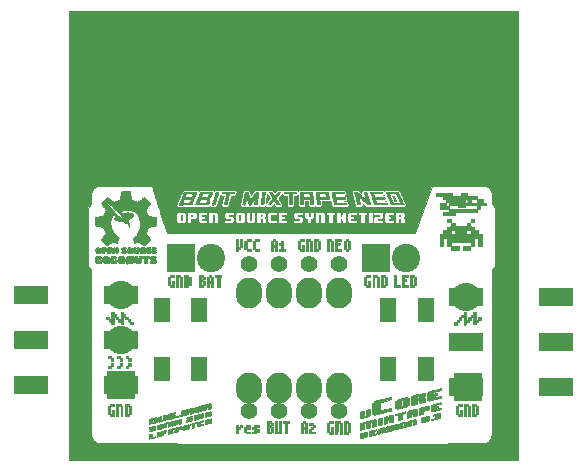
<source format=gbr>
G04 #@! TF.FileFunction,Soldermask,Top*
%FSLAX46Y46*%
G04 Gerber Fmt 4.6, Leading zero omitted, Abs format (unit mm)*
G04 Created by KiCad (PCBNEW 4.0.7-e0-6372~58~ubuntu16.04.1) date Wed Aug  1 16:39:32 2018*
%MOMM*%
%LPD*%
G01*
G04 APERTURE LIST*
%ADD10C,0.100000*%
%ADD11C,0.010000*%
%ADD12C,1.400000*%
%ADD13R,2.400000X2.400000*%
%ADD14C,2.400000*%
%ADD15R,1.400000X2.000000*%
%ADD16R,2.899360X1.598880*%
%ADD17R,0.800000X0.800000*%
%ADD18O,2.200000X2.600000*%
G04 APERTURE END LIST*
D10*
D11*
G36*
X101626458Y-52984907D02*
X101949250Y-52990750D01*
X101949250Y-53137153D01*
X101946426Y-53211534D01*
X101938938Y-53264505D01*
X101928263Y-53285700D01*
X101928083Y-53285724D01*
X101900120Y-53286079D01*
X101838279Y-53285539D01*
X101751003Y-53284214D01*
X101646736Y-53282217D01*
X101618550Y-53281616D01*
X101330184Y-53275340D01*
X101317158Y-53196545D01*
X101308002Y-53121771D01*
X101303910Y-53050195D01*
X101303899Y-53048407D01*
X101303667Y-52979064D01*
X101626458Y-52984907D01*
X101626458Y-52984907D01*
G37*
X101626458Y-52984907D02*
X101949250Y-52990750D01*
X101949250Y-53137153D01*
X101946426Y-53211534D01*
X101938938Y-53264505D01*
X101928263Y-53285700D01*
X101928083Y-53285724D01*
X101900120Y-53286079D01*
X101838279Y-53285539D01*
X101751003Y-53284214D01*
X101646736Y-53282217D01*
X101618550Y-53281616D01*
X101330184Y-53275340D01*
X101317158Y-53196545D01*
X101308002Y-53121771D01*
X101303910Y-53050195D01*
X101303899Y-53048407D01*
X101303667Y-52979064D01*
X101626458Y-52984907D01*
G36*
X100965000Y-53276500D02*
X100330000Y-53276500D01*
X100330000Y-52980167D01*
X100965000Y-52980167D01*
X100965000Y-53276500D01*
X100965000Y-53276500D01*
G37*
X100965000Y-53276500D02*
X100330000Y-53276500D01*
X100330000Y-52980167D01*
X100965000Y-52980167D01*
X100965000Y-53276500D01*
G36*
X100633914Y-51069875D02*
X100643226Y-51148984D01*
X100647266Y-51228221D01*
X100647267Y-51228625D01*
X100647500Y-51308000D01*
X101640479Y-51308000D01*
X101646698Y-51154542D01*
X101652917Y-51001083D01*
X101788572Y-50994694D01*
X101876274Y-50994467D01*
X101926947Y-51004312D01*
X101941707Y-51015861D01*
X101951043Y-51050659D01*
X101957511Y-51112969D01*
X101959509Y-51174411D01*
X101959833Y-51305406D01*
X102049792Y-51317209D01*
X102127845Y-51326358D01*
X102203313Y-51333573D01*
X102213833Y-51334381D01*
X102287917Y-51339750D01*
X102294119Y-51480161D01*
X102298327Y-51555219D01*
X102305826Y-51598353D01*
X102321449Y-51619943D01*
X102350027Y-51630371D01*
X102365557Y-51633620D01*
X102429954Y-51642066D01*
X102506876Y-51646480D01*
X102523396Y-51646667D01*
X102616000Y-51646667D01*
X102616000Y-51771935D01*
X102617525Y-51862615D01*
X102626926Y-51919071D01*
X102651436Y-51949410D01*
X102698292Y-51961737D01*
X102774729Y-51964157D01*
X102787598Y-51964167D01*
X102933500Y-51964167D01*
X102933500Y-52937833D01*
X102637167Y-52937833D01*
X102637167Y-52281667D01*
X102298500Y-52281667D01*
X102298500Y-52937833D01*
X101981000Y-52937833D01*
X101981000Y-52598681D01*
X101139625Y-52604215D01*
X100298250Y-52609750D01*
X100292068Y-52773792D01*
X100285886Y-52937833D01*
X99991333Y-52937833D01*
X99991333Y-52281667D01*
X99652667Y-52281667D01*
X99652667Y-52937833D01*
X99356333Y-52937833D01*
X99356333Y-51964167D01*
X100285886Y-51964167D01*
X100668667Y-51964167D01*
X100668667Y-51625500D01*
X101621167Y-51625500D01*
X101621167Y-51961484D01*
X101689958Y-51970021D01*
X101812607Y-51980858D01*
X101900861Y-51978217D01*
X101933375Y-51971992D01*
X101957263Y-51962402D01*
X101971479Y-51943226D01*
X101978506Y-51905098D01*
X101980828Y-51838655D01*
X101981000Y-51792364D01*
X101981000Y-51625500D01*
X101621167Y-51625500D01*
X100668667Y-51625500D01*
X100668667Y-51623852D01*
X100483458Y-51629967D01*
X100298250Y-51636083D01*
X100285886Y-51964167D01*
X99356333Y-51964167D01*
X99467458Y-51963877D01*
X99562103Y-51962078D01*
X99622240Y-51952942D01*
X99655685Y-51929976D01*
X99670255Y-51886682D01*
X99673767Y-51816564D01*
X99673833Y-51792364D01*
X99673833Y-51646667D01*
X99766437Y-51646667D01*
X99842321Y-51643492D01*
X99912880Y-51635640D01*
X99925187Y-51633437D01*
X99991333Y-51620208D01*
X99991333Y-51334855D01*
X100141902Y-51324082D01*
X100233136Y-51313454D01*
X100292076Y-51297580D01*
X100310911Y-51284196D01*
X100320726Y-51248569D01*
X100327540Y-51185528D01*
X100329676Y-51122792D01*
X100330000Y-50990500D01*
X100620794Y-50990500D01*
X100633914Y-51069875D01*
X100633914Y-51069875D01*
G37*
X100633914Y-51069875D02*
X100643226Y-51148984D01*
X100647266Y-51228221D01*
X100647267Y-51228625D01*
X100647500Y-51308000D01*
X101640479Y-51308000D01*
X101646698Y-51154542D01*
X101652917Y-51001083D01*
X101788572Y-50994694D01*
X101876274Y-50994467D01*
X101926947Y-51004312D01*
X101941707Y-51015861D01*
X101951043Y-51050659D01*
X101957511Y-51112969D01*
X101959509Y-51174411D01*
X101959833Y-51305406D01*
X102049792Y-51317209D01*
X102127845Y-51326358D01*
X102203313Y-51333573D01*
X102213833Y-51334381D01*
X102287917Y-51339750D01*
X102294119Y-51480161D01*
X102298327Y-51555219D01*
X102305826Y-51598353D01*
X102321449Y-51619943D01*
X102350027Y-51630371D01*
X102365557Y-51633620D01*
X102429954Y-51642066D01*
X102506876Y-51646480D01*
X102523396Y-51646667D01*
X102616000Y-51646667D01*
X102616000Y-51771935D01*
X102617525Y-51862615D01*
X102626926Y-51919071D01*
X102651436Y-51949410D01*
X102698292Y-51961737D01*
X102774729Y-51964157D01*
X102787598Y-51964167D01*
X102933500Y-51964167D01*
X102933500Y-52937833D01*
X102637167Y-52937833D01*
X102637167Y-52281667D01*
X102298500Y-52281667D01*
X102298500Y-52937833D01*
X101981000Y-52937833D01*
X101981000Y-52598681D01*
X101139625Y-52604215D01*
X100298250Y-52609750D01*
X100292068Y-52773792D01*
X100285886Y-52937833D01*
X99991333Y-52937833D01*
X99991333Y-52281667D01*
X99652667Y-52281667D01*
X99652667Y-52937833D01*
X99356333Y-52937833D01*
X99356333Y-51964167D01*
X100285886Y-51964167D01*
X100668667Y-51964167D01*
X100668667Y-51625500D01*
X101621167Y-51625500D01*
X101621167Y-51961484D01*
X101689958Y-51970021D01*
X101812607Y-51980858D01*
X101900861Y-51978217D01*
X101933375Y-51971992D01*
X101957263Y-51962402D01*
X101971479Y-51943226D01*
X101978506Y-51905098D01*
X101980828Y-51838655D01*
X101981000Y-51792364D01*
X101981000Y-51625500D01*
X101621167Y-51625500D01*
X100668667Y-51625500D01*
X100668667Y-51623852D01*
X100483458Y-51629967D01*
X100298250Y-51636083D01*
X100285886Y-51964167D01*
X99356333Y-51964167D01*
X99467458Y-51963877D01*
X99562103Y-51962078D01*
X99622240Y-51952942D01*
X99655685Y-51929976D01*
X99670255Y-51886682D01*
X99673767Y-51816564D01*
X99673833Y-51792364D01*
X99673833Y-51646667D01*
X99766437Y-51646667D01*
X99842321Y-51643492D01*
X99912880Y-51635640D01*
X99925187Y-51633437D01*
X99991333Y-51620208D01*
X99991333Y-51334855D01*
X100141902Y-51324082D01*
X100233136Y-51313454D01*
X100292076Y-51297580D01*
X100310911Y-51284196D01*
X100320726Y-51248569D01*
X100327540Y-51185528D01*
X100329676Y-51122792D01*
X100330000Y-50990500D01*
X100620794Y-50990500D01*
X100633914Y-51069875D01*
G36*
X100287667Y-50948167D02*
X99991333Y-50948167D01*
X99991333Y-50651833D01*
X100287667Y-50651833D01*
X100287667Y-50948167D01*
X100287667Y-50948167D01*
G37*
X100287667Y-50948167D02*
X99991333Y-50948167D01*
X99991333Y-50651833D01*
X100287667Y-50651833D01*
X100287667Y-50948167D01*
G36*
X102134458Y-50656198D02*
X102287917Y-50662417D01*
X102294175Y-50805292D01*
X102300434Y-50948167D01*
X101981000Y-50948167D01*
X101981000Y-50649979D01*
X102134458Y-50656198D01*
X102134458Y-50656198D01*
G37*
X102134458Y-50656198D02*
X102287917Y-50662417D01*
X102294175Y-50805292D01*
X102300434Y-50948167D01*
X101981000Y-50948167D01*
X101981000Y-50649979D01*
X102134458Y-50656198D01*
G36*
X102489000Y-50059167D02*
X100673958Y-50059167D01*
X100660729Y-50125312D01*
X100650861Y-50195081D01*
X100647500Y-50252312D01*
X100647500Y-50313167D01*
X99631500Y-50313167D01*
X99631500Y-50080333D01*
X100139500Y-50080333D01*
X100139824Y-49979792D01*
X100143104Y-49915217D01*
X100151032Y-49867541D01*
X100155699Y-49855946D01*
X100176474Y-49850054D01*
X100231432Y-49844562D01*
X100321744Y-49839435D01*
X100448583Y-49834633D01*
X100613122Y-49830120D01*
X100816533Y-49825856D01*
X101059988Y-49821806D01*
X101330125Y-49818112D01*
X102489000Y-49803580D01*
X102489000Y-50059167D01*
X102489000Y-50059167D01*
G37*
X102489000Y-50059167D02*
X100673958Y-50059167D01*
X100660729Y-50125312D01*
X100650861Y-50195081D01*
X100647500Y-50252312D01*
X100647500Y-50313167D01*
X99631500Y-50313167D01*
X99631500Y-50080333D01*
X100139500Y-50080333D01*
X100139824Y-49979792D01*
X100143104Y-49915217D01*
X100151032Y-49867541D01*
X100155699Y-49855946D01*
X100176474Y-49850054D01*
X100231432Y-49844562D01*
X100321744Y-49839435D01*
X100448583Y-49834633D01*
X100613122Y-49830120D01*
X100816533Y-49825856D01*
X101059988Y-49821806D01*
X101330125Y-49818112D01*
X102489000Y-49803580D01*
X102489000Y-50059167D01*
G36*
X99864333Y-49572333D02*
X100139500Y-49572333D01*
X100139500Y-49805167D01*
X99356333Y-49805167D01*
X99356333Y-49297167D01*
X99864333Y-49297167D01*
X99864333Y-49572333D01*
X99864333Y-49572333D01*
G37*
X99864333Y-49572333D02*
X100139500Y-49572333D01*
X100139500Y-49805167D01*
X99356333Y-49805167D01*
X99356333Y-49297167D01*
X99864333Y-49297167D01*
X99864333Y-49572333D01*
G36*
X100393500Y-48746833D02*
X101197833Y-48746833D01*
X101197833Y-48514000D01*
X101705833Y-48514000D01*
X101705833Y-48746833D01*
X102489000Y-48746833D01*
X102489000Y-48999490D01*
X102240292Y-49005453D01*
X101991583Y-49011417D01*
X101985324Y-49154292D01*
X101979066Y-49297167D01*
X102508146Y-49297167D01*
X102520750Y-49032583D01*
X102780042Y-49026640D01*
X103039333Y-49020697D01*
X103039333Y-49297167D01*
X103293333Y-49297167D01*
X103293333Y-49530000D01*
X102764167Y-49530000D01*
X102764167Y-49805167D01*
X102506975Y-49805167D01*
X102513862Y-49672875D01*
X102520750Y-49540583D01*
X100139500Y-49529647D01*
X100139500Y-49276000D01*
X100025348Y-49276000D01*
X99956131Y-49273013D01*
X99914504Y-49258383D01*
X99893515Y-49223603D01*
X99886209Y-49160166D01*
X99885500Y-49104935D01*
X99885500Y-49000833D01*
X100922667Y-49000833D01*
X100922667Y-49297167D01*
X101197833Y-49297167D01*
X101197833Y-49167612D01*
X101432073Y-49167612D01*
X101445110Y-49237251D01*
X101485517Y-49278746D01*
X101555616Y-49295886D01*
X101585637Y-49296842D01*
X101647973Y-49292646D01*
X101694165Y-49282598D01*
X101701697Y-49279004D01*
X101718825Y-49247337D01*
X101724170Y-49179558D01*
X101722864Y-49136453D01*
X101716417Y-49011417D01*
X101586958Y-49005188D01*
X101457499Y-48998960D01*
X101444083Y-49066043D01*
X101432073Y-49167612D01*
X101197833Y-49167612D01*
X101197833Y-49000833D01*
X100922667Y-49000833D01*
X99885500Y-49000833D01*
X99635656Y-49000833D01*
X99621204Y-48876312D01*
X99612012Y-48806820D01*
X99600098Y-48768376D01*
X99578073Y-48749954D01*
X99538548Y-48740527D01*
X99529168Y-48738962D01*
X99471517Y-48732955D01*
X99387274Y-48728390D01*
X99292175Y-48726049D01*
X99266375Y-48725899D01*
X99081167Y-48725667D01*
X99081167Y-48514000D01*
X100393500Y-48514000D01*
X100393500Y-48746833D01*
X100393500Y-48746833D01*
G37*
X100393500Y-48746833D02*
X101197833Y-48746833D01*
X101197833Y-48514000D01*
X101705833Y-48514000D01*
X101705833Y-48746833D01*
X102489000Y-48746833D01*
X102489000Y-48999490D01*
X102240292Y-49005453D01*
X101991583Y-49011417D01*
X101985324Y-49154292D01*
X101979066Y-49297167D01*
X102508146Y-49297167D01*
X102520750Y-49032583D01*
X102780042Y-49026640D01*
X103039333Y-49020697D01*
X103039333Y-49297167D01*
X103293333Y-49297167D01*
X103293333Y-49530000D01*
X102764167Y-49530000D01*
X102764167Y-49805167D01*
X102506975Y-49805167D01*
X102513862Y-49672875D01*
X102520750Y-49540583D01*
X100139500Y-49529647D01*
X100139500Y-49276000D01*
X100025348Y-49276000D01*
X99956131Y-49273013D01*
X99914504Y-49258383D01*
X99893515Y-49223603D01*
X99886209Y-49160166D01*
X99885500Y-49104935D01*
X99885500Y-49000833D01*
X100922667Y-49000833D01*
X100922667Y-49297167D01*
X101197833Y-49297167D01*
X101197833Y-49167612D01*
X101432073Y-49167612D01*
X101445110Y-49237251D01*
X101485517Y-49278746D01*
X101555616Y-49295886D01*
X101585637Y-49296842D01*
X101647973Y-49292646D01*
X101694165Y-49282598D01*
X101701697Y-49279004D01*
X101718825Y-49247337D01*
X101724170Y-49179558D01*
X101722864Y-49136453D01*
X101716417Y-49011417D01*
X101586958Y-49005188D01*
X101457499Y-48998960D01*
X101444083Y-49066043D01*
X101432073Y-49167612D01*
X101197833Y-49167612D01*
X101197833Y-49000833D01*
X100922667Y-49000833D01*
X99885500Y-49000833D01*
X99635656Y-49000833D01*
X99621204Y-48876312D01*
X99612012Y-48806820D01*
X99600098Y-48768376D01*
X99578073Y-48749954D01*
X99538548Y-48740527D01*
X99529168Y-48738962D01*
X99471517Y-48732955D01*
X99387274Y-48728390D01*
X99292175Y-48726049D01*
X99266375Y-48725899D01*
X99081167Y-48725667D01*
X99081167Y-48514000D01*
X100393500Y-48514000D01*
X100393500Y-48746833D01*
G36*
X105994200Y-71069200D02*
X67995800Y-71069200D01*
X67995800Y-49731612D01*
X69583300Y-49731612D01*
X69583300Y-54649963D01*
X69723175Y-54832478D01*
X69863050Y-55014992D01*
X69872400Y-62048741D01*
X69881750Y-69082489D01*
X69964171Y-69228119D01*
X70047658Y-69359249D01*
X70136413Y-69466412D01*
X70231477Y-69550688D01*
X70333893Y-69613157D01*
X70337676Y-69614987D01*
X70438003Y-69663101D01*
X70794876Y-69674999D01*
X70839397Y-69676059D01*
X70908683Y-69677110D01*
X71002098Y-69678152D01*
X71119008Y-69679184D01*
X71258777Y-69680206D01*
X71420772Y-69681217D01*
X71604355Y-69682217D01*
X71808893Y-69683205D01*
X72033749Y-69684181D01*
X72278290Y-69685144D01*
X72541880Y-69686094D01*
X72823884Y-69687030D01*
X73123666Y-69687952D01*
X73440592Y-69688859D01*
X73774026Y-69689751D01*
X74123334Y-69690628D01*
X74487880Y-69691488D01*
X74867030Y-69692331D01*
X75260147Y-69693158D01*
X75666597Y-69693966D01*
X76085745Y-69694757D01*
X76516956Y-69695529D01*
X76959595Y-69696282D01*
X77413026Y-69697015D01*
X77876615Y-69697728D01*
X78349726Y-69698420D01*
X78831724Y-69699092D01*
X79321974Y-69699742D01*
X79819841Y-69700370D01*
X80324691Y-69700975D01*
X80835887Y-69701557D01*
X81352794Y-69702116D01*
X81874779Y-69702650D01*
X82401204Y-69703160D01*
X82931436Y-69703645D01*
X83464840Y-69704105D01*
X84000779Y-69704539D01*
X84538620Y-69704946D01*
X85077726Y-69705326D01*
X85617464Y-69705679D01*
X86157197Y-69706004D01*
X86696291Y-69706300D01*
X87234110Y-69706567D01*
X87770019Y-69706805D01*
X88303384Y-69707014D01*
X88833570Y-69707191D01*
X89359940Y-69707338D01*
X89881860Y-69707453D01*
X90398695Y-69707537D01*
X90909810Y-69707588D01*
X91414569Y-69707607D01*
X91912338Y-69707592D01*
X92402482Y-69707543D01*
X92884365Y-69707460D01*
X93357352Y-69707342D01*
X93820808Y-69707188D01*
X94274098Y-69706999D01*
X94716588Y-69706774D01*
X95147641Y-69706512D01*
X95566622Y-69706213D01*
X95972897Y-69705875D01*
X96365831Y-69705500D01*
X96744788Y-69705086D01*
X97109134Y-69704633D01*
X97458232Y-69704140D01*
X97791449Y-69703606D01*
X98108149Y-69703032D01*
X98407696Y-69702417D01*
X98689456Y-69701760D01*
X98952794Y-69701061D01*
X99197074Y-69700320D01*
X99421662Y-69699535D01*
X99625922Y-69698706D01*
X99809219Y-69697834D01*
X99879150Y-69697458D01*
X100225904Y-69695444D01*
X100548226Y-69693399D01*
X100847084Y-69691301D01*
X101123445Y-69689125D01*
X101378277Y-69686850D01*
X101612548Y-69684451D01*
X101827225Y-69681905D01*
X102023276Y-69679191D01*
X102201670Y-69676283D01*
X102363372Y-69673159D01*
X102509353Y-69669797D01*
X102640578Y-69666172D01*
X102758016Y-69662262D01*
X102862635Y-69658043D01*
X102955402Y-69653493D01*
X103037285Y-69648588D01*
X103109252Y-69643305D01*
X103172270Y-69637620D01*
X103227308Y-69631511D01*
X103275333Y-69624955D01*
X103317312Y-69617928D01*
X103333550Y-69614796D01*
X103383158Y-69603364D01*
X103416500Y-69590346D01*
X103442518Y-69571034D01*
X103466900Y-69544572D01*
X103498469Y-69507870D01*
X103538302Y-69462208D01*
X103577294Y-69418016D01*
X103617676Y-69370087D01*
X103658534Y-69317610D01*
X103689000Y-69274887D01*
X103711697Y-69238079D01*
X103726748Y-69204544D01*
X103736761Y-69165873D01*
X103744339Y-69113657D01*
X103747319Y-69086657D01*
X103749844Y-69058471D01*
X103752268Y-69022500D01*
X103754594Y-68978147D01*
X103756827Y-68924820D01*
X103758971Y-68861923D01*
X103761030Y-68788862D01*
X103763009Y-68705042D01*
X103764911Y-68609870D01*
X103766741Y-68502750D01*
X103768503Y-68383089D01*
X103770202Y-68250291D01*
X103771841Y-68103762D01*
X103773425Y-67942908D01*
X103774957Y-67767135D01*
X103776443Y-67575847D01*
X103777887Y-67368451D01*
X103779292Y-67144352D01*
X103780663Y-66902955D01*
X103782004Y-66643667D01*
X103783319Y-66365892D01*
X103784613Y-66069036D01*
X103785890Y-65752504D01*
X103787153Y-65415703D01*
X103788408Y-65058038D01*
X103789658Y-64678914D01*
X103790908Y-64277737D01*
X103792161Y-63853912D01*
X103793423Y-63406845D01*
X103794697Y-62935942D01*
X103795987Y-62440608D01*
X103796811Y-62115700D01*
X103797779Y-61734708D01*
X103798766Y-61356715D01*
X103799766Y-60982700D01*
X103800777Y-60613646D01*
X103801796Y-60250534D01*
X103802819Y-59894345D01*
X103803843Y-59546061D01*
X103804864Y-59206664D01*
X103805880Y-58877135D01*
X103806886Y-58558455D01*
X103807881Y-58251605D01*
X103808860Y-57957569D01*
X103809819Y-57677326D01*
X103810757Y-57411859D01*
X103811669Y-57162148D01*
X103812552Y-56929176D01*
X103813403Y-56713924D01*
X103814219Y-56517374D01*
X103814996Y-56340506D01*
X103815731Y-56184302D01*
X103816420Y-56049745D01*
X103817061Y-55937815D01*
X103817650Y-55849494D01*
X103818094Y-55795109D01*
X103825531Y-54992668D01*
X104050329Y-54641750D01*
X104050714Y-52191502D01*
X104051100Y-49741255D01*
X103924100Y-49574450D01*
X103797100Y-49407644D01*
X103797100Y-49052564D01*
X103796272Y-48902984D01*
X103793434Y-48775731D01*
X103788058Y-48667776D01*
X103779611Y-48576089D01*
X103767564Y-48497641D01*
X103751386Y-48429402D01*
X103730547Y-48368342D01*
X103704517Y-48311432D01*
X103672764Y-48255642D01*
X103651912Y-48223197D01*
X103591830Y-48143026D01*
X103524244Y-48074301D01*
X103443990Y-48012730D01*
X103345903Y-47954024D01*
X103297611Y-47928922D01*
X103147373Y-47853528D01*
X100929184Y-47856739D01*
X98710996Y-47859950D01*
X97250250Y-51904788D01*
X76282338Y-51904900D01*
X75717951Y-50168175D01*
X75716920Y-50165000D01*
X77063600Y-50165000D01*
X77063600Y-50927000D01*
X77101700Y-50927000D01*
X77127297Y-50929477D01*
X77137797Y-50942046D01*
X77139800Y-50971450D01*
X77139800Y-51015900D01*
X77812900Y-51015900D01*
X77812900Y-50971450D01*
X77815023Y-50941585D01*
X77825796Y-50929336D01*
X77851000Y-50927000D01*
X77889100Y-50927000D01*
X77889100Y-50165000D01*
X77851000Y-50165000D01*
X77825402Y-50162522D01*
X77814902Y-50149953D01*
X77812900Y-50120550D01*
X77812900Y-50076100D01*
X77965300Y-50076100D01*
X77965300Y-51015900D01*
X78333600Y-51015900D01*
X78333600Y-50673000D01*
X78714600Y-50673000D01*
X78714600Y-50628550D01*
X78716723Y-50598685D01*
X78727496Y-50586436D01*
X78752700Y-50584100D01*
X78790800Y-50584100D01*
X78790800Y-50165000D01*
X78867000Y-50165000D01*
X78867000Y-50927000D01*
X78905100Y-50927000D01*
X78930697Y-50929477D01*
X78941197Y-50942046D01*
X78943200Y-50971450D01*
X78943200Y-51015900D01*
X79692500Y-51015900D01*
X79692500Y-50761900D01*
X79248000Y-50761900D01*
X79248000Y-50673000D01*
X79463900Y-50673000D01*
X79463900Y-50419000D01*
X79248000Y-50419000D01*
X79248000Y-50330100D01*
X79692500Y-50330100D01*
X79692500Y-50076100D01*
X79768700Y-50076100D01*
X79768700Y-51016579D01*
X79956025Y-51013064D01*
X80143350Y-51009550D01*
X80150114Y-50330100D01*
X80212785Y-50330100D01*
X80216167Y-50669825D01*
X80219550Y-51009550D01*
X80406875Y-51013064D01*
X80594200Y-51016579D01*
X80594200Y-50165000D01*
X81127600Y-50165000D01*
X81127600Y-50584100D01*
X81159350Y-50584100D01*
X81180821Y-50587421D01*
X81189611Y-50602365D01*
X81191100Y-50628550D01*
X81191100Y-50673000D01*
X81572100Y-50673000D01*
X81572100Y-50761900D01*
X81127600Y-50761900D01*
X81127600Y-51016283D01*
X81499075Y-51012916D01*
X81870550Y-51009550D01*
X81874529Y-50968275D01*
X81880294Y-50939641D01*
X81895101Y-50928539D01*
X81915804Y-50927000D01*
X81953100Y-50927000D01*
X81953100Y-50507900D01*
X81915000Y-50507900D01*
X81889402Y-50505422D01*
X81878902Y-50492853D01*
X81876900Y-50463450D01*
X81876900Y-50419000D01*
X81494290Y-50419000D01*
X81502250Y-50336450D01*
X81954012Y-50329510D01*
X81949177Y-50165000D01*
X82029300Y-50165000D01*
X82029300Y-50927000D01*
X82067400Y-50927000D01*
X82092955Y-50929459D01*
X82103469Y-50941963D01*
X82105500Y-50971660D01*
X82105500Y-51016321D01*
X82438875Y-51012935D01*
X82772250Y-51009550D01*
X82776229Y-50968275D01*
X82781994Y-50939641D01*
X82796801Y-50928539D01*
X82817504Y-50927000D01*
X82854800Y-50927000D01*
X82854800Y-50165000D01*
X82817504Y-50165000D01*
X82791311Y-50161674D01*
X82779814Y-50146472D01*
X82776229Y-50123725D01*
X82772250Y-50082450D01*
X82147049Y-50076100D01*
X82931000Y-50076100D01*
X82931000Y-50927000D01*
X82969100Y-50927000D01*
X82994697Y-50929477D01*
X83005197Y-50942046D01*
X83007200Y-50971450D01*
X83007200Y-51015900D01*
X83680300Y-51015900D01*
X83680300Y-50971450D01*
X83682418Y-50941588D01*
X83693198Y-50929340D01*
X83718571Y-50927000D01*
X83756842Y-50927000D01*
X83750150Y-50082450D01*
X83381850Y-50082450D01*
X83375082Y-50763546D01*
X83305650Y-50755550D01*
X83302267Y-50415825D01*
X83298885Y-50076100D01*
X83832700Y-50076100D01*
X83832700Y-51015900D01*
X84201000Y-51015900D01*
X84201000Y-50673000D01*
X84276462Y-50673000D01*
X84283550Y-51009550D01*
X84470875Y-51013064D01*
X84658200Y-51016579D01*
X84658200Y-50584100D01*
X84620100Y-50584100D01*
X84593113Y-50580953D01*
X84583167Y-50566109D01*
X84582000Y-50546000D01*
X84585146Y-50519013D01*
X84599990Y-50509067D01*
X84620100Y-50507900D01*
X84658200Y-50507900D01*
X84658200Y-50165000D01*
X84734400Y-50165000D01*
X84734400Y-50927000D01*
X84772500Y-50927000D01*
X84798097Y-50929477D01*
X84808597Y-50942046D01*
X84810600Y-50971450D01*
X84810600Y-51015900D01*
X85559900Y-51015900D01*
X85559900Y-50762486D01*
X85109050Y-50755550D01*
X85109050Y-50336450D01*
X85334475Y-50332981D01*
X85559900Y-50329513D01*
X85559900Y-50165000D01*
X85636100Y-50165000D01*
X85636100Y-50927000D01*
X85674200Y-50927000D01*
X85699797Y-50929477D01*
X85710297Y-50942046D01*
X85712300Y-50971450D01*
X85712300Y-51015900D01*
X86461600Y-51015900D01*
X86461600Y-50762486D01*
X86010750Y-50755550D01*
X86002790Y-50673000D01*
X86233000Y-50673000D01*
X86233000Y-50419000D01*
X86002790Y-50419000D01*
X86010750Y-50336450D01*
X86236175Y-50332981D01*
X86461600Y-50329513D01*
X86461600Y-50165000D01*
X86982300Y-50165000D01*
X86982300Y-50584100D01*
X87020400Y-50584100D01*
X87045997Y-50586577D01*
X87056497Y-50599146D01*
X87058500Y-50628550D01*
X87058500Y-50673000D01*
X87439500Y-50673000D01*
X87439500Y-50761900D01*
X86982300Y-50761900D01*
X86982300Y-50880433D01*
X86983173Y-50933034D01*
X86985514Y-50975665D01*
X86988908Y-51002206D01*
X86990954Y-51007621D01*
X87005396Y-51009716D01*
X87041983Y-51011400D01*
X87097463Y-51012627D01*
X87168582Y-51013352D01*
X87252089Y-51013529D01*
X87344732Y-51013113D01*
X87368779Y-51012913D01*
X87737950Y-51009550D01*
X87741929Y-50968275D01*
X87747694Y-50939641D01*
X87762501Y-50928539D01*
X87783204Y-50927000D01*
X87820500Y-50927000D01*
X87820500Y-50584100D01*
X87883463Y-50584100D01*
X87921831Y-50584100D01*
X87947605Y-50586551D01*
X87958177Y-50599043D01*
X87960200Y-50628550D01*
X87960200Y-50673000D01*
X88112600Y-50673000D01*
X88112600Y-50835983D01*
X88113225Y-50897931D01*
X88114935Y-50950424D01*
X88117477Y-50988382D01*
X88120602Y-51006725D01*
X88121066Y-51007433D01*
X88136162Y-51010457D01*
X88171883Y-51013004D01*
X88223457Y-51014861D01*
X88286108Y-51015817D01*
X88311566Y-51015900D01*
X88493600Y-51015900D01*
X88798400Y-51015900D01*
X89166700Y-51015900D01*
X89166700Y-50330100D01*
X89242900Y-50330100D01*
X89242900Y-51016579D01*
X89430225Y-51013064D01*
X89617550Y-51009550D01*
X89622933Y-50330100D01*
X89700100Y-50330100D01*
X89916000Y-50330100D01*
X89916000Y-50664533D01*
X89916309Y-50754257D01*
X89917180Y-50835526D01*
X89918529Y-50904913D01*
X89920270Y-50958992D01*
X89922320Y-50994337D01*
X89924466Y-51007433D01*
X89939562Y-51010457D01*
X89975283Y-51013004D01*
X90026857Y-51014861D01*
X90089508Y-51015817D01*
X90114966Y-51015900D01*
X90297000Y-51015900D01*
X90297000Y-50330100D01*
X90526519Y-50330100D01*
X90522884Y-50206275D01*
X90519250Y-50082450D01*
X89743124Y-50076100D01*
X90601800Y-50076100D01*
X90601800Y-51015900D01*
X90970100Y-51015900D01*
X90970100Y-50673000D01*
X91045562Y-50673000D01*
X91052650Y-51009550D01*
X91420950Y-51009550D01*
X91420950Y-50165000D01*
X91503500Y-50165000D01*
X91503500Y-50927000D01*
X91541600Y-50927000D01*
X91567197Y-50929477D01*
X91577697Y-50942046D01*
X91579700Y-50971450D01*
X91579700Y-51015900D01*
X92329000Y-51015900D01*
X92329000Y-50762486D01*
X91878150Y-50755550D01*
X91870190Y-50673000D01*
X92100400Y-50673000D01*
X92100400Y-50419000D01*
X91870190Y-50419000D01*
X91878150Y-50336450D01*
X92329912Y-50329510D01*
X92329901Y-50329111D01*
X92405200Y-50329111D01*
X92516325Y-50332780D01*
X92627450Y-50336450D01*
X92634214Y-51015900D01*
X93002100Y-51015900D01*
X93002100Y-50330100D01*
X93231619Y-50330100D01*
X93227984Y-50206275D01*
X93224350Y-50082450D01*
X92448224Y-50076100D01*
X93306900Y-50076100D01*
X93306900Y-51015900D01*
X93675200Y-51015900D01*
X93675200Y-50330100D01*
X93750480Y-50330100D01*
X94208600Y-50330100D01*
X94208600Y-50419000D01*
X93827600Y-50419000D01*
X93827600Y-50463450D01*
X93825476Y-50493314D01*
X93814703Y-50505563D01*
X93789500Y-50507900D01*
X93751400Y-50507900D01*
X93751400Y-50753433D01*
X93751818Y-50829960D01*
X93752985Y-50897636D01*
X93754764Y-50952413D01*
X93757022Y-50990246D01*
X93759622Y-51007087D01*
X93759866Y-51007433D01*
X93774186Y-51009499D01*
X93810807Y-51011383D01*
X93866631Y-51013020D01*
X93938560Y-51014349D01*
X94023496Y-51015304D01*
X94118341Y-51015823D01*
X94172616Y-51015900D01*
X94576900Y-51015900D01*
X94576900Y-50761900D01*
X94132400Y-50761900D01*
X94132400Y-50673000D01*
X94513400Y-50673000D01*
X94513400Y-50628550D01*
X94515772Y-50598490D01*
X94526446Y-50586184D01*
X94545150Y-50584100D01*
X94576900Y-50584100D01*
X94576900Y-50165000D01*
X94653100Y-50165000D01*
X94653100Y-50927000D01*
X94691200Y-50927000D01*
X94718244Y-50930218D01*
X94728198Y-50944914D01*
X94729300Y-50962983D01*
X94732083Y-50992144D01*
X94737954Y-51007621D01*
X94752396Y-51009716D01*
X94788983Y-51011400D01*
X94844463Y-51012627D01*
X94915582Y-51013352D01*
X94999089Y-51013529D01*
X95091732Y-51013113D01*
X95115779Y-51012913D01*
X95484950Y-51009550D01*
X95488584Y-50885725D01*
X95492219Y-50761900D01*
X95034100Y-50761900D01*
X95034100Y-50735421D01*
X95556965Y-50735421D01*
X95557083Y-50821866D01*
X95557537Y-50894557D01*
X95558310Y-50950506D01*
X95559384Y-50986723D01*
X95560585Y-50999958D01*
X95570668Y-51006690D01*
X95596706Y-51011413D01*
X95641369Y-51014351D01*
X95707332Y-51015727D01*
X95751251Y-51015900D01*
X95935800Y-51015900D01*
X95935800Y-50673000D01*
X96012000Y-50673000D01*
X96012000Y-51016579D01*
X96199325Y-51013064D01*
X96386650Y-51009550D01*
X96386650Y-50590450D01*
X96351725Y-50586431D01*
X96326173Y-50578955D01*
X96317347Y-50559058D01*
X96316800Y-50546000D01*
X96321150Y-50518859D01*
X96339260Y-50507573D01*
X96351725Y-50505568D01*
X96386650Y-50501550D01*
X96390193Y-50333275D01*
X96393737Y-50165000D01*
X96356073Y-50165000D01*
X96329642Y-50161725D01*
X96318060Y-50146664D01*
X96314429Y-50123725D01*
X96310450Y-50082450D01*
X95561150Y-50082450D01*
X95557809Y-50533233D01*
X95557201Y-50638214D01*
X95556965Y-50735421D01*
X95034100Y-50735421D01*
X95034100Y-50673000D01*
X95262700Y-50673000D01*
X95262700Y-50419000D01*
X95034100Y-50419000D01*
X95034100Y-50330100D01*
X95492219Y-50330100D01*
X95488584Y-50206275D01*
X95484950Y-50082450D01*
X94735650Y-50082450D01*
X94731670Y-50123725D01*
X94725905Y-50152358D01*
X94711098Y-50163460D01*
X94690395Y-50165000D01*
X94653100Y-50165000D01*
X94576900Y-50165000D01*
X94576900Y-50075748D01*
X93757750Y-50082450D01*
X93750480Y-50330100D01*
X93675200Y-50330100D01*
X93675200Y-50076100D01*
X93306900Y-50076100D01*
X92448224Y-50076100D01*
X92405200Y-50075748D01*
X92405200Y-50329111D01*
X92329901Y-50329111D01*
X92322650Y-50082450D01*
X91579700Y-50075716D01*
X91579700Y-50120358D01*
X91577599Y-50150306D01*
X91566922Y-50162624D01*
X91541600Y-50165000D01*
X91503500Y-50165000D01*
X91420950Y-50165000D01*
X91420950Y-50082450D01*
X91052650Y-50082450D01*
X91045562Y-50419000D01*
X90970100Y-50419000D01*
X90970100Y-50076100D01*
X90601800Y-50076100D01*
X89743124Y-50076100D01*
X89700100Y-50075748D01*
X89700100Y-50330100D01*
X89622933Y-50330100D01*
X89624242Y-50165000D01*
X89586775Y-50165000D01*
X89560472Y-50161698D01*
X89548935Y-50146562D01*
X89545329Y-50123725D01*
X89541350Y-50082450D01*
X88798400Y-50075716D01*
X88798400Y-51015900D01*
X88493600Y-51015900D01*
X88493600Y-50673000D01*
X88646000Y-50673000D01*
X88646000Y-50628550D01*
X88648115Y-50598690D01*
X88658899Y-50586443D01*
X88684368Y-50584100D01*
X88722736Y-50584100D01*
X88715850Y-50082450D01*
X88341200Y-50075420D01*
X88341200Y-50419000D01*
X88265000Y-50419000D01*
X88265000Y-50075420D01*
X87890350Y-50082450D01*
X87886906Y-50333275D01*
X87883463Y-50584100D01*
X87820500Y-50584100D01*
X87820500Y-50507900D01*
X87782400Y-50507900D01*
X87756802Y-50505422D01*
X87746302Y-50492853D01*
X87744300Y-50463450D01*
X87744300Y-50419000D01*
X87363300Y-50419000D01*
X87363300Y-50330100D01*
X87821419Y-50330100D01*
X87817784Y-50206275D01*
X87814150Y-50082450D01*
X87064850Y-50082450D01*
X87060870Y-50123725D01*
X87055105Y-50152358D01*
X87040298Y-50163460D01*
X87019595Y-50165000D01*
X86982300Y-50165000D01*
X86461600Y-50165000D01*
X86461600Y-50076100D01*
X85712300Y-50076100D01*
X85712300Y-50120550D01*
X85710176Y-50150414D01*
X85699403Y-50162663D01*
X85674200Y-50165000D01*
X85636100Y-50165000D01*
X85559900Y-50165000D01*
X85559900Y-50076100D01*
X84810600Y-50076100D01*
X84810600Y-50120550D01*
X84808476Y-50150414D01*
X84797703Y-50162663D01*
X84772500Y-50165000D01*
X84734400Y-50165000D01*
X84658200Y-50165000D01*
X84620100Y-50165000D01*
X84594502Y-50162522D01*
X84584002Y-50149953D01*
X84582000Y-50120550D01*
X84582000Y-50076100D01*
X83832700Y-50076100D01*
X83298885Y-50076100D01*
X82931000Y-50076100D01*
X82147049Y-50076100D01*
X82105500Y-50075678D01*
X82105500Y-50120339D01*
X82103401Y-50150295D01*
X82092734Y-50162620D01*
X82067400Y-50165000D01*
X82029300Y-50165000D01*
X81949177Y-50165000D01*
X81946750Y-50082450D01*
X81197450Y-50082450D01*
X81193470Y-50123725D01*
X81187273Y-50152750D01*
X81172328Y-50163860D01*
X81158545Y-50165000D01*
X81127600Y-50165000D01*
X80594200Y-50165000D01*
X80556100Y-50165000D01*
X80530502Y-50162522D01*
X80520002Y-50149953D01*
X80518000Y-50120550D01*
X80518000Y-50076100D01*
X79768700Y-50076100D01*
X79692500Y-50076100D01*
X78943200Y-50076100D01*
X78943200Y-50120550D01*
X78941076Y-50150414D01*
X78930303Y-50162663D01*
X78905100Y-50165000D01*
X78867000Y-50165000D01*
X78790800Y-50165000D01*
X78752700Y-50165000D01*
X78727102Y-50162522D01*
X78716602Y-50149953D01*
X78714600Y-50120550D01*
X78714600Y-50076100D01*
X77965300Y-50076100D01*
X77812900Y-50076100D01*
X77139800Y-50076100D01*
X77139800Y-50120550D01*
X77137676Y-50150414D01*
X77126903Y-50162663D01*
X77101700Y-50165000D01*
X77063600Y-50165000D01*
X75716920Y-50165000D01*
X75650162Y-49959567D01*
X75583374Y-49754025D01*
X75518127Y-49553212D01*
X75511161Y-49531770D01*
X77044352Y-49531770D01*
X77049442Y-49550499D01*
X77056722Y-49562727D01*
X77078752Y-49586085D01*
X77113716Y-49613222D01*
X77136530Y-49627834D01*
X77159612Y-49639921D01*
X77185731Y-49650038D01*
X77217149Y-49658324D01*
X77256129Y-49664920D01*
X77304934Y-49669966D01*
X77365826Y-49673600D01*
X77441068Y-49675964D01*
X77532923Y-49677196D01*
X77643652Y-49677436D01*
X77775518Y-49676825D01*
X77910993Y-49675693D01*
X78037118Y-49674356D01*
X78140563Y-49672884D01*
X78224051Y-49671143D01*
X78290302Y-49669003D01*
X78342036Y-49666330D01*
X78381975Y-49662993D01*
X78412839Y-49658859D01*
X78437350Y-49653796D01*
X78453066Y-49649352D01*
X78494488Y-49637390D01*
X78523189Y-49633933D01*
X78550359Y-49638914D01*
X78577647Y-49648599D01*
X78593181Y-49653617D01*
X78612697Y-49657785D01*
X78638525Y-49661178D01*
X78673000Y-49663874D01*
X78718452Y-49665949D01*
X78777214Y-49667480D01*
X78851619Y-49668544D01*
X78943998Y-49669217D01*
X79056684Y-49669576D01*
X79192009Y-49669697D01*
X79219509Y-49669700D01*
X79356843Y-49669673D01*
X79471149Y-49669524D01*
X79564801Y-49669150D01*
X79640170Y-49668450D01*
X79699630Y-49667321D01*
X79745552Y-49665661D01*
X79780310Y-49663368D01*
X79806276Y-49660338D01*
X79825822Y-49656471D01*
X79841321Y-49651664D01*
X79855147Y-49645814D01*
X79863233Y-49641952D01*
X79920345Y-49614205D01*
X79981730Y-49642955D01*
X80008297Y-49654438D01*
X80033872Y-49662208D01*
X80063883Y-49666818D01*
X80103760Y-49668824D01*
X80158931Y-49668779D01*
X80222527Y-49667528D01*
X80302964Y-49664843D01*
X80362730Y-49660001D01*
X80406547Y-49651367D01*
X80439138Y-49637307D01*
X80465227Y-49616188D01*
X80489535Y-49586376D01*
X80499870Y-49571573D01*
X80509667Y-49550446D01*
X80525491Y-49508057D01*
X80546309Y-49447540D01*
X80571087Y-49372033D01*
X80598790Y-49284671D01*
X80628385Y-49188589D01*
X80651088Y-49113067D01*
X80680719Y-49013899D01*
X80708358Y-48922242D01*
X80733108Y-48841004D01*
X80754075Y-48773091D01*
X80770360Y-48721413D01*
X80781069Y-48688877D01*
X80785007Y-48678602D01*
X80798947Y-48672007D01*
X80826433Y-48680954D01*
X80835764Y-48685586D01*
X80869968Y-48697384D01*
X80919596Y-48707472D01*
X80974674Y-48713829D01*
X80975515Y-48713887D01*
X81024711Y-48717753D01*
X81053395Y-48722168D01*
X81066427Y-48728912D01*
X81068666Y-48739763D01*
X81067212Y-48747477D01*
X81062274Y-48766632D01*
X81051620Y-48806741D01*
X81036205Y-48864250D01*
X81016984Y-48935605D01*
X80994913Y-49017253D01*
X80972966Y-49098200D01*
X80942166Y-49211665D01*
X80917458Y-49303219D01*
X80898327Y-49375474D01*
X80884261Y-49431044D01*
X80874744Y-49472543D01*
X80869264Y-49502584D01*
X80867306Y-49523782D01*
X80868356Y-49538751D01*
X80871900Y-49550103D01*
X80877425Y-49560452D01*
X80880919Y-49566320D01*
X80924547Y-49615470D01*
X80988750Y-49651076D01*
X81072396Y-49672789D01*
X81174354Y-49680259D01*
X81241196Y-49677943D01*
X81316638Y-49669417D01*
X81374580Y-49654609D01*
X81406296Y-49640874D01*
X81438769Y-49622070D01*
X81460404Y-49601462D01*
X81477306Y-49571246D01*
X81493544Y-49529306D01*
X81504921Y-49494119D01*
X81511199Y-49472850D01*
X82453894Y-49472850D01*
X82455121Y-49532436D01*
X82475052Y-49580428D01*
X82516085Y-49620646D01*
X82564615Y-49649242D01*
X82596057Y-49664094D01*
X82623199Y-49673507D01*
X82652798Y-49678375D01*
X82691606Y-49679591D01*
X82746380Y-49678051D01*
X82773537Y-49676896D01*
X82840753Y-49672233D01*
X82903759Y-49664840D01*
X82954327Y-49655807D01*
X82974576Y-49650292D01*
X83013932Y-49638630D01*
X83043549Y-49636733D01*
X83077114Y-49644545D01*
X83093027Y-49649801D01*
X83141393Y-49660513D01*
X83205973Y-49667125D01*
X83277892Y-49669484D01*
X83348271Y-49667436D01*
X83408234Y-49660826D01*
X83431806Y-49655688D01*
X83472870Y-49648671D01*
X83518686Y-49651322D01*
X83558806Y-49658934D01*
X83605955Y-49666412D01*
X83668328Y-49672233D01*
X83735764Y-49675570D01*
X83769243Y-49676050D01*
X83832374Y-49675352D01*
X83877535Y-49672438D01*
X83912137Y-49666072D01*
X83943591Y-49655021D01*
X83970262Y-49642574D01*
X84037888Y-49609099D01*
X84097219Y-49642574D01*
X84124523Y-49656927D01*
X84149982Y-49666475D01*
X84179719Y-49672185D01*
X84219857Y-49675025D01*
X84276519Y-49675962D01*
X84308950Y-49676021D01*
X84374618Y-49675646D01*
X84421177Y-49673846D01*
X84454917Y-49669563D01*
X84482127Y-49661739D01*
X84509094Y-49649315D01*
X84527789Y-49639205D01*
X84594229Y-49602419D01*
X84647351Y-49639233D01*
X84671464Y-49655076D01*
X84693288Y-49665570D01*
X84718802Y-49671815D01*
X84753986Y-49674908D01*
X84804820Y-49675950D01*
X84847612Y-49676048D01*
X84936111Y-49674595D01*
X85004851Y-49668944D01*
X85059373Y-49657159D01*
X85105217Y-49637303D01*
X85147924Y-49607441D01*
X85193033Y-49565637D01*
X85208323Y-49550000D01*
X85294897Y-49460150D01*
X85319600Y-49491900D01*
X85372660Y-49557641D01*
X85417407Y-49605223D01*
X85459309Y-49637821D01*
X85503834Y-49658612D01*
X85556449Y-49670774D01*
X85622620Y-49677483D01*
X85640961Y-49678625D01*
X85755172Y-49679012D01*
X85850052Y-49666100D01*
X85924957Y-49640209D01*
X85979245Y-49601662D01*
X86012271Y-49550779D01*
X86023394Y-49487880D01*
X86023394Y-49487793D01*
X86021703Y-49467432D01*
X86015612Y-49444131D01*
X86003526Y-49414711D01*
X85983855Y-49375994D01*
X85955005Y-49324802D01*
X85915384Y-49257954D01*
X85874169Y-49189931D01*
X85831176Y-49118789D01*
X85793035Y-49054558D01*
X85761633Y-49000510D01*
X85738858Y-48959916D01*
X85726597Y-48936047D01*
X85725000Y-48931425D01*
X85732308Y-48917303D01*
X85752594Y-48886520D01*
X85783402Y-48842587D01*
X85822276Y-48789017D01*
X85861525Y-48736268D01*
X85998050Y-48554799D01*
X86023450Y-48607121D01*
X86046719Y-48645772D01*
X86076186Y-48673760D01*
X86116363Y-48693078D01*
X86171766Y-48705721D01*
X86246906Y-48713684D01*
X86267731Y-48715081D01*
X86404450Y-48723550D01*
X86404450Y-49138502D01*
X86404504Y-49252252D01*
X86404780Y-49343397D01*
X86405441Y-49414732D01*
X86406654Y-49469051D01*
X86408585Y-49509151D01*
X86411399Y-49537826D01*
X86415262Y-49557870D01*
X86420339Y-49572080D01*
X86426796Y-49583250D01*
X86431177Y-49589352D01*
X86460531Y-49623603D01*
X86492554Y-49647672D01*
X86532253Y-49663165D01*
X86584638Y-49671684D01*
X86654717Y-49674833D01*
X86698332Y-49674893D01*
X86766430Y-49673834D01*
X86815378Y-49671241D01*
X86851418Y-49666192D01*
X86880793Y-49657767D01*
X86909745Y-49645044D01*
X86913572Y-49643143D01*
X86943928Y-49627755D01*
X86968301Y-49613342D01*
X86987374Y-49597062D01*
X87001827Y-49576071D01*
X87012342Y-49547526D01*
X87019602Y-49508585D01*
X87024288Y-49456405D01*
X87027082Y-49388142D01*
X87028666Y-49300954D01*
X87029721Y-49191998D01*
X87030011Y-49157620D01*
X87031027Y-49060303D01*
X87032322Y-48970312D01*
X87033821Y-48891035D01*
X87035447Y-48825863D01*
X87037122Y-48778183D01*
X87038770Y-48751385D01*
X87039301Y-48747677D01*
X87044997Y-48734259D01*
X87058266Y-48725437D01*
X87084403Y-48719577D01*
X87128705Y-48715045D01*
X87150339Y-48713408D01*
X87205519Y-48707979D01*
X87256132Y-48700516D01*
X87292680Y-48692469D01*
X87297273Y-48690986D01*
X87326127Y-48682320D01*
X87342366Y-48680350D01*
X87343164Y-48680806D01*
X87344548Y-48694158D01*
X87346615Y-48729848D01*
X87349232Y-48784826D01*
X87352269Y-48856043D01*
X87355590Y-48940449D01*
X87359065Y-49034996D01*
X87361049Y-49091850D01*
X87365688Y-49219024D01*
X87370312Y-49323364D01*
X87375310Y-49407433D01*
X87381073Y-49473794D01*
X87387989Y-49525009D01*
X87396446Y-49563641D01*
X87406834Y-49592254D01*
X87419542Y-49613409D01*
X87434959Y-49629670D01*
X87443761Y-49636733D01*
X87461509Y-49647894D01*
X87483099Y-49655734D01*
X87513504Y-49661010D01*
X87557700Y-49664477D01*
X87620661Y-49666893D01*
X87646713Y-49667596D01*
X87734147Y-49668546D01*
X87801103Y-49665668D01*
X87852349Y-49657931D01*
X87892653Y-49644300D01*
X87926783Y-49623745D01*
X87953316Y-49601175D01*
X87998300Y-49558750D01*
X87998300Y-49187583D01*
X88030043Y-49179616D01*
X88061807Y-49177045D01*
X88104515Y-49179929D01*
X88122118Y-49182607D01*
X88182450Y-49193565D01*
X88192168Y-49288757D01*
X88202640Y-49386154D01*
X88212521Y-49461769D01*
X88223037Y-49519155D01*
X88235417Y-49561865D01*
X88250885Y-49593452D01*
X88270670Y-49617467D01*
X88295998Y-49637466D01*
X88317127Y-49650650D01*
X88339103Y-49661583D01*
X88364624Y-49668910D01*
X88399102Y-49673310D01*
X88447953Y-49675463D01*
X88516591Y-49676049D01*
X88519339Y-49676050D01*
X88587405Y-49675632D01*
X88636138Y-49673789D01*
X88671598Y-49669630D01*
X88699847Y-49662268D01*
X88726944Y-49650813D01*
X88741589Y-49643463D01*
X88804750Y-49610876D01*
X88867714Y-49643463D01*
X88897775Y-49657805D01*
X88926057Y-49667217D01*
X88959098Y-49672716D01*
X89003438Y-49675318D01*
X89065615Y-49676040D01*
X89077264Y-49676050D01*
X89142718Y-49675539D01*
X89189579Y-49673283D01*
X89224647Y-49668198D01*
X89254719Y-49659197D01*
X89286596Y-49645198D01*
X89294402Y-49641400D01*
X89350861Y-49611116D01*
X89386725Y-49583474D01*
X89405534Y-49553196D01*
X89410825Y-49515002D01*
X89407400Y-49472850D01*
X89402274Y-49420832D01*
X89398323Y-49357028D01*
X89396386Y-49295050D01*
X89396371Y-49293738D01*
X89395300Y-49190827D01*
X89492466Y-49182613D01*
X89540905Y-49179631D01*
X89607115Y-49177087D01*
X89683466Y-49175203D01*
X89762330Y-49174198D01*
X89787741Y-49174097D01*
X89860532Y-49173241D01*
X89928306Y-49171089D01*
X89985167Y-49167925D01*
X90025221Y-49164034D01*
X90036329Y-49162090D01*
X90075959Y-49156645D01*
X90094761Y-49163255D01*
X90094779Y-49163284D01*
X90100742Y-49181489D01*
X90108968Y-49217323D01*
X90117760Y-49263328D01*
X90118461Y-49267366D01*
X90136927Y-49370999D01*
X90153304Y-49452583D01*
X90168862Y-49515245D01*
X90184873Y-49562112D01*
X90202608Y-49596312D01*
X90223338Y-49620973D01*
X90248335Y-49639221D01*
X90275018Y-49652523D01*
X90289403Y-49658099D01*
X90306370Y-49662758D01*
X90328286Y-49666602D01*
X90357520Y-49669734D01*
X90396439Y-49672254D01*
X90447412Y-49674267D01*
X90512806Y-49675873D01*
X90594990Y-49677175D01*
X90696332Y-49678276D01*
X90819199Y-49679276D01*
X90909638Y-49679908D01*
X91490527Y-49683806D01*
X91579563Y-49626209D01*
X91623531Y-49596902D01*
X91650063Y-49575720D01*
X91663499Y-49557715D01*
X91668182Y-49537939D01*
X91668600Y-49524736D01*
X91664921Y-49477556D01*
X91655224Y-49419044D01*
X91641513Y-49357929D01*
X91625795Y-49302945D01*
X91610077Y-49262820D01*
X91607194Y-49257492D01*
X91586989Y-49229246D01*
X91561773Y-49209492D01*
X91526837Y-49196719D01*
X91477471Y-49189420D01*
X91408966Y-49186086D01*
X91382850Y-49185618D01*
X91323189Y-49184727D01*
X91287237Y-49183736D01*
X91273303Y-49182288D01*
X91279694Y-49180031D01*
X91304722Y-49176609D01*
X91327154Y-49173946D01*
X91399308Y-49161249D01*
X91455521Y-49140049D01*
X91504816Y-49106540D01*
X91521038Y-49092193D01*
X91541116Y-49071588D01*
X91551268Y-49051909D01*
X91553803Y-49024484D01*
X91551028Y-48980640D01*
X91550956Y-48979789D01*
X91539999Y-48904981D01*
X91521496Y-48836933D01*
X91497541Y-48781468D01*
X91470229Y-48744409D01*
X91464589Y-48739748D01*
X91431954Y-48723319D01*
X91388161Y-48710207D01*
X91370426Y-48706959D01*
X91308825Y-48698147D01*
X91362596Y-48660884D01*
X91407752Y-48625223D01*
X91434441Y-48590241D01*
X91445022Y-48549228D01*
X91441854Y-48495474D01*
X91434657Y-48455871D01*
X91425336Y-48417547D01*
X91923800Y-48417547D01*
X91926993Y-48467415D01*
X91936844Y-48529961D01*
X91953736Y-48610800D01*
X91955143Y-48617068D01*
X91972534Y-48692548D01*
X91993793Y-48781987D01*
X92017828Y-48881040D01*
X92043545Y-48985362D01*
X92069853Y-49090608D01*
X92095658Y-49192431D01*
X92119867Y-49286487D01*
X92141387Y-49368431D01*
X92159127Y-49433918D01*
X92170960Y-49475206D01*
X92195623Y-49545057D01*
X92224295Y-49597678D01*
X92260646Y-49635192D01*
X92308343Y-49659722D01*
X92371056Y-49673391D01*
X92452452Y-49678320D01*
X92521034Y-49677745D01*
X92585683Y-49675282D01*
X92632592Y-49670842D01*
X92669414Y-49662993D01*
X92703802Y-49650306D01*
X92727879Y-49639079D01*
X92784331Y-49606364D01*
X92818716Y-49572398D01*
X92834180Y-49532858D01*
X92834839Y-49492068D01*
X92832937Y-49460265D01*
X92834068Y-49442468D01*
X92835120Y-49441100D01*
X92845950Y-49449241D01*
X92870892Y-49471138D01*
X92905690Y-49502995D01*
X92929440Y-49525226D01*
X92996032Y-49583606D01*
X93056537Y-49624737D01*
X93118507Y-49651810D01*
X93189500Y-49668013D01*
X93277070Y-49676536D01*
X93289443Y-49677214D01*
X93360591Y-49679736D01*
X93414056Y-49678466D01*
X93457345Y-49672879D01*
X93497400Y-49662623D01*
X93581527Y-49644115D01*
X93660440Y-49644809D01*
X93738700Y-49662562D01*
X93757831Y-49667818D01*
X93779639Y-49672095D01*
X93806632Y-49675456D01*
X93841313Y-49677968D01*
X93886189Y-49679696D01*
X93943765Y-49680704D01*
X94016548Y-49681058D01*
X94107042Y-49680823D01*
X94217755Y-49680064D01*
X94351191Y-49678847D01*
X94361000Y-49678751D01*
X94495968Y-49677334D01*
X94607962Y-49675910D01*
X94699407Y-49674368D01*
X94772727Y-49672597D01*
X94830348Y-49670484D01*
X94874695Y-49667919D01*
X94908193Y-49664790D01*
X94933267Y-49660986D01*
X94952343Y-49656396D01*
X94967845Y-49650908D01*
X94967915Y-49650879D01*
X94999650Y-49638835D01*
X95023615Y-49635082D01*
X95049995Y-49639992D01*
X95088973Y-49653935D01*
X95092870Y-49655424D01*
X95110495Y-49661848D01*
X95128372Y-49667162D01*
X95148982Y-49671472D01*
X95174804Y-49674883D01*
X95208317Y-49677500D01*
X95252000Y-49679428D01*
X95308334Y-49680771D01*
X95379798Y-49681635D01*
X95468871Y-49682125D01*
X95578033Y-49682344D01*
X95709763Y-49682399D01*
X95730442Y-49682400D01*
X96297525Y-49682400D01*
X96390346Y-49636536D01*
X96449615Y-49605050D01*
X96487692Y-49577758D01*
X96507361Y-49550467D01*
X96511407Y-49518984D01*
X96502612Y-49479117D01*
X96500070Y-49471294D01*
X96490602Y-49447191D01*
X96471674Y-49402625D01*
X96444444Y-49340206D01*
X96410075Y-49262546D01*
X96369726Y-49172254D01*
X96324558Y-49071940D01*
X96275731Y-48964215D01*
X96231655Y-48867540D01*
X96164580Y-48721645D01*
X96107041Y-48598316D01*
X96058641Y-48496745D01*
X96018978Y-48416122D01*
X95987654Y-48355639D01*
X95964269Y-48314486D01*
X95948424Y-48291855D01*
X95946347Y-48289690D01*
X95908725Y-48253650D01*
X95276511Y-48253650D01*
X95120931Y-48253829D01*
X94989383Y-48254386D01*
X94880499Y-48255354D01*
X94792914Y-48256763D01*
X94725261Y-48258645D01*
X94676174Y-48261030D01*
X94644286Y-48263950D01*
X94628231Y-48267435D01*
X94626437Y-48268474D01*
X94606609Y-48276320D01*
X94583961Y-48265299D01*
X94565217Y-48260791D01*
X94524144Y-48256857D01*
X94463808Y-48253501D01*
X94387274Y-48250722D01*
X94297607Y-48248523D01*
X94197873Y-48246904D01*
X94091137Y-48245868D01*
X93980464Y-48245415D01*
X93868919Y-48245548D01*
X93759568Y-48246267D01*
X93655475Y-48247573D01*
X93559706Y-48249469D01*
X93475326Y-48251956D01*
X93405401Y-48255035D01*
X93352994Y-48258707D01*
X93321173Y-48262974D01*
X93315189Y-48264721D01*
X93283936Y-48275154D01*
X93262934Y-48272797D01*
X93249670Y-48264721D01*
X93232787Y-48257639D01*
X93202423Y-48252596D01*
X93155442Y-48249354D01*
X93088706Y-48247676D01*
X93019761Y-48247300D01*
X92948683Y-48247769D01*
X92885587Y-48249065D01*
X92835272Y-48251022D01*
X92802540Y-48253472D01*
X92793118Y-48255189D01*
X92768394Y-48276819D01*
X92744411Y-48320862D01*
X92722711Y-48384338D01*
X92718910Y-48398596D01*
X92702813Y-48461498D01*
X92589936Y-48365959D01*
X92542228Y-48326769D01*
X92498741Y-48293193D01*
X92464658Y-48269102D01*
X92446653Y-48258860D01*
X92423899Y-48254920D01*
X92380841Y-48251556D01*
X92322575Y-48249019D01*
X92254194Y-48247557D01*
X92210349Y-48247300D01*
X92124059Y-48247860D01*
X92059538Y-48250297D01*
X92013164Y-48255748D01*
X91981314Y-48265347D01*
X91960369Y-48280232D01*
X91946707Y-48301538D01*
X91936706Y-48330401D01*
X91935864Y-48333399D01*
X91926884Y-48374746D01*
X91923800Y-48417547D01*
X91425336Y-48417547D01*
X91416565Y-48381488D01*
X91396436Y-48327253D01*
X91372006Y-48287917D01*
X91354064Y-48269032D01*
X91347138Y-48263888D01*
X91337304Y-48259627D01*
X91322395Y-48256194D01*
X91300250Y-48253534D01*
X91268703Y-48251594D01*
X91225592Y-48250318D01*
X91168751Y-48249652D01*
X91096017Y-48249541D01*
X91005225Y-48249930D01*
X90894213Y-48250766D01*
X90760816Y-48251992D01*
X90701889Y-48252569D01*
X90576274Y-48253761D01*
X90456999Y-48254802D01*
X90346753Y-48255674D01*
X90248221Y-48256359D01*
X90164092Y-48256842D01*
X90097054Y-48257104D01*
X90049794Y-48257130D01*
X90025000Y-48256901D01*
X90023950Y-48256866D01*
X90001115Y-48256493D01*
X89955640Y-48256165D01*
X89890287Y-48255891D01*
X89807815Y-48255674D01*
X89710985Y-48255522D01*
X89602557Y-48255440D01*
X89485292Y-48255433D01*
X89373075Y-48255498D01*
X89249745Y-48255603D01*
X89132393Y-48255696D01*
X89023835Y-48255776D01*
X88926886Y-48255841D01*
X88844364Y-48255889D01*
X88779083Y-48255919D01*
X88733860Y-48255927D01*
X88712675Y-48255916D01*
X88502507Y-48255547D01*
X88316274Y-48255253D01*
X88152512Y-48255050D01*
X88009756Y-48254952D01*
X87886541Y-48254975D01*
X87781402Y-48255132D01*
X87692875Y-48255440D01*
X87619496Y-48255913D01*
X87559799Y-48256565D01*
X87512319Y-48257412D01*
X87475593Y-48258468D01*
X87448155Y-48259749D01*
X87428541Y-48261268D01*
X87415286Y-48263042D01*
X87406925Y-48265084D01*
X87401994Y-48267410D01*
X87399791Y-48269222D01*
X87382282Y-48278382D01*
X87365472Y-48269222D01*
X87348132Y-48265147D01*
X87308415Y-48261476D01*
X87249342Y-48258223D01*
X87173934Y-48255403D01*
X87085211Y-48253030D01*
X86986193Y-48251118D01*
X86879901Y-48249682D01*
X86769356Y-48248735D01*
X86657577Y-48248291D01*
X86547586Y-48248365D01*
X86442403Y-48248971D01*
X86345049Y-48250123D01*
X86258543Y-48251835D01*
X86185907Y-48254122D01*
X86130161Y-48256997D01*
X86094325Y-48260475D01*
X86082842Y-48263206D01*
X86052060Y-48273507D01*
X86024105Y-48267246D01*
X86017100Y-48263858D01*
X85989283Y-48256634D01*
X85941923Y-48251383D01*
X85880798Y-48248089D01*
X85811689Y-48246737D01*
X85740372Y-48247309D01*
X85672629Y-48249791D01*
X85614236Y-48254165D01*
X85570973Y-48260415D01*
X85554452Y-48265154D01*
X85523820Y-48285042D01*
X85486153Y-48319734D01*
X85450085Y-48360735D01*
X85388450Y-48438461D01*
X85356939Y-48396855D01*
X85329584Y-48363495D01*
X85294093Y-48323692D01*
X85272886Y-48301275D01*
X85220342Y-48247300D01*
X85008713Y-48247300D01*
X84915493Y-48248151D01*
X84845016Y-48250824D01*
X84794676Y-48255498D01*
X84761869Y-48262353D01*
X84755389Y-48264721D01*
X84724136Y-48275154D01*
X84703134Y-48272797D01*
X84689870Y-48264721D01*
X84666867Y-48257415D01*
X84623955Y-48251938D01*
X84566560Y-48248288D01*
X84500106Y-48246467D01*
X84430021Y-48246473D01*
X84361728Y-48248306D01*
X84300654Y-48251968D01*
X84252223Y-48257457D01*
X84221989Y-48264721D01*
X84190736Y-48275154D01*
X84169734Y-48272797D01*
X84156470Y-48264721D01*
X84139829Y-48257722D01*
X84109901Y-48252714D01*
X84063561Y-48249463D01*
X83997688Y-48247739D01*
X83921998Y-48247300D01*
X83843844Y-48246982D01*
X83783796Y-48247582D01*
X83737519Y-48251430D01*
X83700677Y-48260855D01*
X83668936Y-48278187D01*
X83637959Y-48305756D01*
X83603413Y-48345892D01*
X83560961Y-48400924D01*
X83509451Y-48469005D01*
X83395753Y-48618314D01*
X83366333Y-48537582D01*
X83331006Y-48443981D01*
X83301161Y-48372593D01*
X83275685Y-48321106D01*
X83253465Y-48287202D01*
X83238879Y-48272396D01*
X83225136Y-48263195D01*
X83208174Y-48256549D01*
X83183918Y-48252048D01*
X83148292Y-48249284D01*
X83097221Y-48247850D01*
X83026629Y-48247338D01*
X82988150Y-48247300D01*
X82898256Y-48247848D01*
X82830155Y-48250426D01*
X82780247Y-48256432D01*
X82744931Y-48267264D01*
X82720607Y-48284322D01*
X82703676Y-48309003D01*
X82690537Y-48342706D01*
X82683620Y-48365608D01*
X82675760Y-48396480D01*
X82663768Y-48448319D01*
X82648349Y-48517712D01*
X82630213Y-48601248D01*
X82610068Y-48695515D01*
X82588620Y-48797102D01*
X82566578Y-48902597D01*
X82544650Y-49008589D01*
X82523544Y-49111665D01*
X82503967Y-49208414D01*
X82486627Y-49295425D01*
X82472232Y-49369286D01*
X82461490Y-49426585D01*
X82455108Y-49463910D01*
X82453894Y-49472850D01*
X81511199Y-49472850D01*
X81521259Y-49438775D01*
X81541310Y-49367749D01*
X81563826Y-49285512D01*
X81587559Y-49196538D01*
X81604670Y-49130933D01*
X81627918Y-49042461D01*
X81650371Y-48959897D01*
X81670907Y-48887148D01*
X81688404Y-48828121D01*
X81701740Y-48786720D01*
X81708625Y-48768983D01*
X81730850Y-48723550D01*
X81856249Y-48714613D01*
X81948953Y-48704305D01*
X82020012Y-48686341D01*
X82072737Y-48657792D01*
X82110439Y-48615729D01*
X82136428Y-48557224D01*
X82154017Y-48479347D01*
X82158800Y-48446986D01*
X82165428Y-48392620D01*
X82167481Y-48356628D01*
X82164613Y-48332341D01*
X82156480Y-48313088D01*
X82151453Y-48304961D01*
X82125132Y-48276564D01*
X82097659Y-48259433D01*
X82076075Y-48256072D01*
X82032487Y-48253241D01*
X81970002Y-48250928D01*
X81891723Y-48249124D01*
X81800757Y-48247815D01*
X81700210Y-48246991D01*
X81593186Y-48246642D01*
X81482792Y-48246755D01*
X81372133Y-48247320D01*
X81264314Y-48248325D01*
X81162442Y-48249759D01*
X81069622Y-48251611D01*
X80988958Y-48253870D01*
X80923558Y-48256525D01*
X80876526Y-48259564D01*
X80850968Y-48262976D01*
X80848200Y-48263935D01*
X80818238Y-48273798D01*
X80789442Y-48266194D01*
X80784700Y-48263826D01*
X80756720Y-48256451D01*
X80709181Y-48251095D01*
X80647842Y-48247733D01*
X80578460Y-48246337D01*
X80506795Y-48246880D01*
X80438605Y-48249336D01*
X80379648Y-48253677D01*
X80335683Y-48259877D01*
X80315446Y-48266015D01*
X80288821Y-48277573D01*
X80273293Y-48275425D01*
X80263722Y-48266015D01*
X80247403Y-48261340D01*
X80208692Y-48257251D01*
X80150588Y-48253747D01*
X80076094Y-48250829D01*
X79988209Y-48248497D01*
X79889934Y-48246753D01*
X79784271Y-48245596D01*
X79674219Y-48245028D01*
X79562780Y-48245048D01*
X79452954Y-48245656D01*
X79347742Y-48246855D01*
X79250145Y-48248643D01*
X79163162Y-48251022D01*
X79089796Y-48253992D01*
X79033047Y-48257554D01*
X78995916Y-48261707D01*
X78981899Y-48265807D01*
X78965300Y-48276576D01*
X78944727Y-48276678D01*
X78911049Y-48266364D01*
X78893998Y-48261911D01*
X78868636Y-48258209D01*
X78832808Y-48255192D01*
X78784357Y-48252797D01*
X78721126Y-48250961D01*
X78640958Y-48249619D01*
X78541696Y-48248707D01*
X78421184Y-48248161D01*
X78289150Y-48247928D01*
X78140480Y-48248110D01*
X78009662Y-48248908D01*
X77897982Y-48250295D01*
X77806726Y-48252243D01*
X77737181Y-48254727D01*
X77690632Y-48257720D01*
X77669904Y-48260700D01*
X77633184Y-48277116D01*
X77605304Y-48300118D01*
X77602597Y-48303815D01*
X77590217Y-48326175D01*
X77568722Y-48368815D01*
X77539444Y-48428863D01*
X77503712Y-48503448D01*
X77462859Y-48589697D01*
X77418215Y-48684739D01*
X77371112Y-48785700D01*
X77322880Y-48889709D01*
X77274851Y-48993895D01*
X77228355Y-49095384D01*
X77184723Y-49191305D01*
X77145288Y-49278786D01*
X77111378Y-49354954D01*
X77084327Y-49416937D01*
X77065464Y-49461864D01*
X77062659Y-49468885D01*
X77048572Y-49507502D01*
X77044352Y-49531770D01*
X75511161Y-49531770D01*
X75454962Y-49358794D01*
X75394420Y-49172434D01*
X75337041Y-48995796D01*
X75283366Y-48830545D01*
X75233935Y-48678345D01*
X75189289Y-48540860D01*
X75149968Y-48419755D01*
X75116513Y-48316694D01*
X75089464Y-48233341D01*
X75069363Y-48171360D01*
X75060020Y-48142525D01*
X74966476Y-47853600D01*
X70484538Y-47853600D01*
X70360944Y-47915644D01*
X70300662Y-47947573D01*
X70240352Y-47982326D01*
X70189010Y-48014602D01*
X70167500Y-48029641D01*
X70085458Y-48101475D01*
X70010231Y-48187862D01*
X69945779Y-48282847D01*
X69896066Y-48380474D01*
X69865051Y-48474787D01*
X69862196Y-48488600D01*
X69855908Y-48533566D01*
X69849639Y-48599522D01*
X69843616Y-48682057D01*
X69838065Y-48776760D01*
X69833210Y-48879220D01*
X69829278Y-48985029D01*
X69826493Y-49089775D01*
X69825082Y-49189048D01*
X69824961Y-49216793D01*
X69824600Y-49417936D01*
X69583300Y-49731612D01*
X67995800Y-49731612D01*
X67995800Y-33070800D01*
X105994200Y-33070800D01*
X105994200Y-71069200D01*
X105994200Y-71069200D01*
G37*
X105994200Y-71069200D02*
X67995800Y-71069200D01*
X67995800Y-49731612D01*
X69583300Y-49731612D01*
X69583300Y-54649963D01*
X69723175Y-54832478D01*
X69863050Y-55014992D01*
X69872400Y-62048741D01*
X69881750Y-69082489D01*
X69964171Y-69228119D01*
X70047658Y-69359249D01*
X70136413Y-69466412D01*
X70231477Y-69550688D01*
X70333893Y-69613157D01*
X70337676Y-69614987D01*
X70438003Y-69663101D01*
X70794876Y-69674999D01*
X70839397Y-69676059D01*
X70908683Y-69677110D01*
X71002098Y-69678152D01*
X71119008Y-69679184D01*
X71258777Y-69680206D01*
X71420772Y-69681217D01*
X71604355Y-69682217D01*
X71808893Y-69683205D01*
X72033749Y-69684181D01*
X72278290Y-69685144D01*
X72541880Y-69686094D01*
X72823884Y-69687030D01*
X73123666Y-69687952D01*
X73440592Y-69688859D01*
X73774026Y-69689751D01*
X74123334Y-69690628D01*
X74487880Y-69691488D01*
X74867030Y-69692331D01*
X75260147Y-69693158D01*
X75666597Y-69693966D01*
X76085745Y-69694757D01*
X76516956Y-69695529D01*
X76959595Y-69696282D01*
X77413026Y-69697015D01*
X77876615Y-69697728D01*
X78349726Y-69698420D01*
X78831724Y-69699092D01*
X79321974Y-69699742D01*
X79819841Y-69700370D01*
X80324691Y-69700975D01*
X80835887Y-69701557D01*
X81352794Y-69702116D01*
X81874779Y-69702650D01*
X82401204Y-69703160D01*
X82931436Y-69703645D01*
X83464840Y-69704105D01*
X84000779Y-69704539D01*
X84538620Y-69704946D01*
X85077726Y-69705326D01*
X85617464Y-69705679D01*
X86157197Y-69706004D01*
X86696291Y-69706300D01*
X87234110Y-69706567D01*
X87770019Y-69706805D01*
X88303384Y-69707014D01*
X88833570Y-69707191D01*
X89359940Y-69707338D01*
X89881860Y-69707453D01*
X90398695Y-69707537D01*
X90909810Y-69707588D01*
X91414569Y-69707607D01*
X91912338Y-69707592D01*
X92402482Y-69707543D01*
X92884365Y-69707460D01*
X93357352Y-69707342D01*
X93820808Y-69707188D01*
X94274098Y-69706999D01*
X94716588Y-69706774D01*
X95147641Y-69706512D01*
X95566622Y-69706213D01*
X95972897Y-69705875D01*
X96365831Y-69705500D01*
X96744788Y-69705086D01*
X97109134Y-69704633D01*
X97458232Y-69704140D01*
X97791449Y-69703606D01*
X98108149Y-69703032D01*
X98407696Y-69702417D01*
X98689456Y-69701760D01*
X98952794Y-69701061D01*
X99197074Y-69700320D01*
X99421662Y-69699535D01*
X99625922Y-69698706D01*
X99809219Y-69697834D01*
X99879150Y-69697458D01*
X100225904Y-69695444D01*
X100548226Y-69693399D01*
X100847084Y-69691301D01*
X101123445Y-69689125D01*
X101378277Y-69686850D01*
X101612548Y-69684451D01*
X101827225Y-69681905D01*
X102023276Y-69679191D01*
X102201670Y-69676283D01*
X102363372Y-69673159D01*
X102509353Y-69669797D01*
X102640578Y-69666172D01*
X102758016Y-69662262D01*
X102862635Y-69658043D01*
X102955402Y-69653493D01*
X103037285Y-69648588D01*
X103109252Y-69643305D01*
X103172270Y-69637620D01*
X103227308Y-69631511D01*
X103275333Y-69624955D01*
X103317312Y-69617928D01*
X103333550Y-69614796D01*
X103383158Y-69603364D01*
X103416500Y-69590346D01*
X103442518Y-69571034D01*
X103466900Y-69544572D01*
X103498469Y-69507870D01*
X103538302Y-69462208D01*
X103577294Y-69418016D01*
X103617676Y-69370087D01*
X103658534Y-69317610D01*
X103689000Y-69274887D01*
X103711697Y-69238079D01*
X103726748Y-69204544D01*
X103736761Y-69165873D01*
X103744339Y-69113657D01*
X103747319Y-69086657D01*
X103749844Y-69058471D01*
X103752268Y-69022500D01*
X103754594Y-68978147D01*
X103756827Y-68924820D01*
X103758971Y-68861923D01*
X103761030Y-68788862D01*
X103763009Y-68705042D01*
X103764911Y-68609870D01*
X103766741Y-68502750D01*
X103768503Y-68383089D01*
X103770202Y-68250291D01*
X103771841Y-68103762D01*
X103773425Y-67942908D01*
X103774957Y-67767135D01*
X103776443Y-67575847D01*
X103777887Y-67368451D01*
X103779292Y-67144352D01*
X103780663Y-66902955D01*
X103782004Y-66643667D01*
X103783319Y-66365892D01*
X103784613Y-66069036D01*
X103785890Y-65752504D01*
X103787153Y-65415703D01*
X103788408Y-65058038D01*
X103789658Y-64678914D01*
X103790908Y-64277737D01*
X103792161Y-63853912D01*
X103793423Y-63406845D01*
X103794697Y-62935942D01*
X103795987Y-62440608D01*
X103796811Y-62115700D01*
X103797779Y-61734708D01*
X103798766Y-61356715D01*
X103799766Y-60982700D01*
X103800777Y-60613646D01*
X103801796Y-60250534D01*
X103802819Y-59894345D01*
X103803843Y-59546061D01*
X103804864Y-59206664D01*
X103805880Y-58877135D01*
X103806886Y-58558455D01*
X103807881Y-58251605D01*
X103808860Y-57957569D01*
X103809819Y-57677326D01*
X103810757Y-57411859D01*
X103811669Y-57162148D01*
X103812552Y-56929176D01*
X103813403Y-56713924D01*
X103814219Y-56517374D01*
X103814996Y-56340506D01*
X103815731Y-56184302D01*
X103816420Y-56049745D01*
X103817061Y-55937815D01*
X103817650Y-55849494D01*
X103818094Y-55795109D01*
X103825531Y-54992668D01*
X104050329Y-54641750D01*
X104050714Y-52191502D01*
X104051100Y-49741255D01*
X103924100Y-49574450D01*
X103797100Y-49407644D01*
X103797100Y-49052564D01*
X103796272Y-48902984D01*
X103793434Y-48775731D01*
X103788058Y-48667776D01*
X103779611Y-48576089D01*
X103767564Y-48497641D01*
X103751386Y-48429402D01*
X103730547Y-48368342D01*
X103704517Y-48311432D01*
X103672764Y-48255642D01*
X103651912Y-48223197D01*
X103591830Y-48143026D01*
X103524244Y-48074301D01*
X103443990Y-48012730D01*
X103345903Y-47954024D01*
X103297611Y-47928922D01*
X103147373Y-47853528D01*
X100929184Y-47856739D01*
X98710996Y-47859950D01*
X97250250Y-51904788D01*
X76282338Y-51904900D01*
X75717951Y-50168175D01*
X75716920Y-50165000D01*
X77063600Y-50165000D01*
X77063600Y-50927000D01*
X77101700Y-50927000D01*
X77127297Y-50929477D01*
X77137797Y-50942046D01*
X77139800Y-50971450D01*
X77139800Y-51015900D01*
X77812900Y-51015900D01*
X77812900Y-50971450D01*
X77815023Y-50941585D01*
X77825796Y-50929336D01*
X77851000Y-50927000D01*
X77889100Y-50927000D01*
X77889100Y-50165000D01*
X77851000Y-50165000D01*
X77825402Y-50162522D01*
X77814902Y-50149953D01*
X77812900Y-50120550D01*
X77812900Y-50076100D01*
X77965300Y-50076100D01*
X77965300Y-51015900D01*
X78333600Y-51015900D01*
X78333600Y-50673000D01*
X78714600Y-50673000D01*
X78714600Y-50628550D01*
X78716723Y-50598685D01*
X78727496Y-50586436D01*
X78752700Y-50584100D01*
X78790800Y-50584100D01*
X78790800Y-50165000D01*
X78867000Y-50165000D01*
X78867000Y-50927000D01*
X78905100Y-50927000D01*
X78930697Y-50929477D01*
X78941197Y-50942046D01*
X78943200Y-50971450D01*
X78943200Y-51015900D01*
X79692500Y-51015900D01*
X79692500Y-50761900D01*
X79248000Y-50761900D01*
X79248000Y-50673000D01*
X79463900Y-50673000D01*
X79463900Y-50419000D01*
X79248000Y-50419000D01*
X79248000Y-50330100D01*
X79692500Y-50330100D01*
X79692500Y-50076100D01*
X79768700Y-50076100D01*
X79768700Y-51016579D01*
X79956025Y-51013064D01*
X80143350Y-51009550D01*
X80150114Y-50330100D01*
X80212785Y-50330100D01*
X80216167Y-50669825D01*
X80219550Y-51009550D01*
X80406875Y-51013064D01*
X80594200Y-51016579D01*
X80594200Y-50165000D01*
X81127600Y-50165000D01*
X81127600Y-50584100D01*
X81159350Y-50584100D01*
X81180821Y-50587421D01*
X81189611Y-50602365D01*
X81191100Y-50628550D01*
X81191100Y-50673000D01*
X81572100Y-50673000D01*
X81572100Y-50761900D01*
X81127600Y-50761900D01*
X81127600Y-51016283D01*
X81499075Y-51012916D01*
X81870550Y-51009550D01*
X81874529Y-50968275D01*
X81880294Y-50939641D01*
X81895101Y-50928539D01*
X81915804Y-50927000D01*
X81953100Y-50927000D01*
X81953100Y-50507900D01*
X81915000Y-50507900D01*
X81889402Y-50505422D01*
X81878902Y-50492853D01*
X81876900Y-50463450D01*
X81876900Y-50419000D01*
X81494290Y-50419000D01*
X81502250Y-50336450D01*
X81954012Y-50329510D01*
X81949177Y-50165000D01*
X82029300Y-50165000D01*
X82029300Y-50927000D01*
X82067400Y-50927000D01*
X82092955Y-50929459D01*
X82103469Y-50941963D01*
X82105500Y-50971660D01*
X82105500Y-51016321D01*
X82438875Y-51012935D01*
X82772250Y-51009550D01*
X82776229Y-50968275D01*
X82781994Y-50939641D01*
X82796801Y-50928539D01*
X82817504Y-50927000D01*
X82854800Y-50927000D01*
X82854800Y-50165000D01*
X82817504Y-50165000D01*
X82791311Y-50161674D01*
X82779814Y-50146472D01*
X82776229Y-50123725D01*
X82772250Y-50082450D01*
X82147049Y-50076100D01*
X82931000Y-50076100D01*
X82931000Y-50927000D01*
X82969100Y-50927000D01*
X82994697Y-50929477D01*
X83005197Y-50942046D01*
X83007200Y-50971450D01*
X83007200Y-51015900D01*
X83680300Y-51015900D01*
X83680300Y-50971450D01*
X83682418Y-50941588D01*
X83693198Y-50929340D01*
X83718571Y-50927000D01*
X83756842Y-50927000D01*
X83750150Y-50082450D01*
X83381850Y-50082450D01*
X83375082Y-50763546D01*
X83305650Y-50755550D01*
X83302267Y-50415825D01*
X83298885Y-50076100D01*
X83832700Y-50076100D01*
X83832700Y-51015900D01*
X84201000Y-51015900D01*
X84201000Y-50673000D01*
X84276462Y-50673000D01*
X84283550Y-51009550D01*
X84470875Y-51013064D01*
X84658200Y-51016579D01*
X84658200Y-50584100D01*
X84620100Y-50584100D01*
X84593113Y-50580953D01*
X84583167Y-50566109D01*
X84582000Y-50546000D01*
X84585146Y-50519013D01*
X84599990Y-50509067D01*
X84620100Y-50507900D01*
X84658200Y-50507900D01*
X84658200Y-50165000D01*
X84734400Y-50165000D01*
X84734400Y-50927000D01*
X84772500Y-50927000D01*
X84798097Y-50929477D01*
X84808597Y-50942046D01*
X84810600Y-50971450D01*
X84810600Y-51015900D01*
X85559900Y-51015900D01*
X85559900Y-50762486D01*
X85109050Y-50755550D01*
X85109050Y-50336450D01*
X85334475Y-50332981D01*
X85559900Y-50329513D01*
X85559900Y-50165000D01*
X85636100Y-50165000D01*
X85636100Y-50927000D01*
X85674200Y-50927000D01*
X85699797Y-50929477D01*
X85710297Y-50942046D01*
X85712300Y-50971450D01*
X85712300Y-51015900D01*
X86461600Y-51015900D01*
X86461600Y-50762486D01*
X86010750Y-50755550D01*
X86002790Y-50673000D01*
X86233000Y-50673000D01*
X86233000Y-50419000D01*
X86002790Y-50419000D01*
X86010750Y-50336450D01*
X86236175Y-50332981D01*
X86461600Y-50329513D01*
X86461600Y-50165000D01*
X86982300Y-50165000D01*
X86982300Y-50584100D01*
X87020400Y-50584100D01*
X87045997Y-50586577D01*
X87056497Y-50599146D01*
X87058500Y-50628550D01*
X87058500Y-50673000D01*
X87439500Y-50673000D01*
X87439500Y-50761900D01*
X86982300Y-50761900D01*
X86982300Y-50880433D01*
X86983173Y-50933034D01*
X86985514Y-50975665D01*
X86988908Y-51002206D01*
X86990954Y-51007621D01*
X87005396Y-51009716D01*
X87041983Y-51011400D01*
X87097463Y-51012627D01*
X87168582Y-51013352D01*
X87252089Y-51013529D01*
X87344732Y-51013113D01*
X87368779Y-51012913D01*
X87737950Y-51009550D01*
X87741929Y-50968275D01*
X87747694Y-50939641D01*
X87762501Y-50928539D01*
X87783204Y-50927000D01*
X87820500Y-50927000D01*
X87820500Y-50584100D01*
X87883463Y-50584100D01*
X87921831Y-50584100D01*
X87947605Y-50586551D01*
X87958177Y-50599043D01*
X87960200Y-50628550D01*
X87960200Y-50673000D01*
X88112600Y-50673000D01*
X88112600Y-50835983D01*
X88113225Y-50897931D01*
X88114935Y-50950424D01*
X88117477Y-50988382D01*
X88120602Y-51006725D01*
X88121066Y-51007433D01*
X88136162Y-51010457D01*
X88171883Y-51013004D01*
X88223457Y-51014861D01*
X88286108Y-51015817D01*
X88311566Y-51015900D01*
X88493600Y-51015900D01*
X88798400Y-51015900D01*
X89166700Y-51015900D01*
X89166700Y-50330100D01*
X89242900Y-50330100D01*
X89242900Y-51016579D01*
X89430225Y-51013064D01*
X89617550Y-51009550D01*
X89622933Y-50330100D01*
X89700100Y-50330100D01*
X89916000Y-50330100D01*
X89916000Y-50664533D01*
X89916309Y-50754257D01*
X89917180Y-50835526D01*
X89918529Y-50904913D01*
X89920270Y-50958992D01*
X89922320Y-50994337D01*
X89924466Y-51007433D01*
X89939562Y-51010457D01*
X89975283Y-51013004D01*
X90026857Y-51014861D01*
X90089508Y-51015817D01*
X90114966Y-51015900D01*
X90297000Y-51015900D01*
X90297000Y-50330100D01*
X90526519Y-50330100D01*
X90522884Y-50206275D01*
X90519250Y-50082450D01*
X89743124Y-50076100D01*
X90601800Y-50076100D01*
X90601800Y-51015900D01*
X90970100Y-51015900D01*
X90970100Y-50673000D01*
X91045562Y-50673000D01*
X91052650Y-51009550D01*
X91420950Y-51009550D01*
X91420950Y-50165000D01*
X91503500Y-50165000D01*
X91503500Y-50927000D01*
X91541600Y-50927000D01*
X91567197Y-50929477D01*
X91577697Y-50942046D01*
X91579700Y-50971450D01*
X91579700Y-51015900D01*
X92329000Y-51015900D01*
X92329000Y-50762486D01*
X91878150Y-50755550D01*
X91870190Y-50673000D01*
X92100400Y-50673000D01*
X92100400Y-50419000D01*
X91870190Y-50419000D01*
X91878150Y-50336450D01*
X92329912Y-50329510D01*
X92329901Y-50329111D01*
X92405200Y-50329111D01*
X92516325Y-50332780D01*
X92627450Y-50336450D01*
X92634214Y-51015900D01*
X93002100Y-51015900D01*
X93002100Y-50330100D01*
X93231619Y-50330100D01*
X93227984Y-50206275D01*
X93224350Y-50082450D01*
X92448224Y-50076100D01*
X93306900Y-50076100D01*
X93306900Y-51015900D01*
X93675200Y-51015900D01*
X93675200Y-50330100D01*
X93750480Y-50330100D01*
X94208600Y-50330100D01*
X94208600Y-50419000D01*
X93827600Y-50419000D01*
X93827600Y-50463450D01*
X93825476Y-50493314D01*
X93814703Y-50505563D01*
X93789500Y-50507900D01*
X93751400Y-50507900D01*
X93751400Y-50753433D01*
X93751818Y-50829960D01*
X93752985Y-50897636D01*
X93754764Y-50952413D01*
X93757022Y-50990246D01*
X93759622Y-51007087D01*
X93759866Y-51007433D01*
X93774186Y-51009499D01*
X93810807Y-51011383D01*
X93866631Y-51013020D01*
X93938560Y-51014349D01*
X94023496Y-51015304D01*
X94118341Y-51015823D01*
X94172616Y-51015900D01*
X94576900Y-51015900D01*
X94576900Y-50761900D01*
X94132400Y-50761900D01*
X94132400Y-50673000D01*
X94513400Y-50673000D01*
X94513400Y-50628550D01*
X94515772Y-50598490D01*
X94526446Y-50586184D01*
X94545150Y-50584100D01*
X94576900Y-50584100D01*
X94576900Y-50165000D01*
X94653100Y-50165000D01*
X94653100Y-50927000D01*
X94691200Y-50927000D01*
X94718244Y-50930218D01*
X94728198Y-50944914D01*
X94729300Y-50962983D01*
X94732083Y-50992144D01*
X94737954Y-51007621D01*
X94752396Y-51009716D01*
X94788983Y-51011400D01*
X94844463Y-51012627D01*
X94915582Y-51013352D01*
X94999089Y-51013529D01*
X95091732Y-51013113D01*
X95115779Y-51012913D01*
X95484950Y-51009550D01*
X95488584Y-50885725D01*
X95492219Y-50761900D01*
X95034100Y-50761900D01*
X95034100Y-50735421D01*
X95556965Y-50735421D01*
X95557083Y-50821866D01*
X95557537Y-50894557D01*
X95558310Y-50950506D01*
X95559384Y-50986723D01*
X95560585Y-50999958D01*
X95570668Y-51006690D01*
X95596706Y-51011413D01*
X95641369Y-51014351D01*
X95707332Y-51015727D01*
X95751251Y-51015900D01*
X95935800Y-51015900D01*
X95935800Y-50673000D01*
X96012000Y-50673000D01*
X96012000Y-51016579D01*
X96199325Y-51013064D01*
X96386650Y-51009550D01*
X96386650Y-50590450D01*
X96351725Y-50586431D01*
X96326173Y-50578955D01*
X96317347Y-50559058D01*
X96316800Y-50546000D01*
X96321150Y-50518859D01*
X96339260Y-50507573D01*
X96351725Y-50505568D01*
X96386650Y-50501550D01*
X96390193Y-50333275D01*
X96393737Y-50165000D01*
X96356073Y-50165000D01*
X96329642Y-50161725D01*
X96318060Y-50146664D01*
X96314429Y-50123725D01*
X96310450Y-50082450D01*
X95561150Y-50082450D01*
X95557809Y-50533233D01*
X95557201Y-50638214D01*
X95556965Y-50735421D01*
X95034100Y-50735421D01*
X95034100Y-50673000D01*
X95262700Y-50673000D01*
X95262700Y-50419000D01*
X95034100Y-50419000D01*
X95034100Y-50330100D01*
X95492219Y-50330100D01*
X95488584Y-50206275D01*
X95484950Y-50082450D01*
X94735650Y-50082450D01*
X94731670Y-50123725D01*
X94725905Y-50152358D01*
X94711098Y-50163460D01*
X94690395Y-50165000D01*
X94653100Y-50165000D01*
X94576900Y-50165000D01*
X94576900Y-50075748D01*
X93757750Y-50082450D01*
X93750480Y-50330100D01*
X93675200Y-50330100D01*
X93675200Y-50076100D01*
X93306900Y-50076100D01*
X92448224Y-50076100D01*
X92405200Y-50075748D01*
X92405200Y-50329111D01*
X92329901Y-50329111D01*
X92322650Y-50082450D01*
X91579700Y-50075716D01*
X91579700Y-50120358D01*
X91577599Y-50150306D01*
X91566922Y-50162624D01*
X91541600Y-50165000D01*
X91503500Y-50165000D01*
X91420950Y-50165000D01*
X91420950Y-50082450D01*
X91052650Y-50082450D01*
X91045562Y-50419000D01*
X90970100Y-50419000D01*
X90970100Y-50076100D01*
X90601800Y-50076100D01*
X89743124Y-50076100D01*
X89700100Y-50075748D01*
X89700100Y-50330100D01*
X89622933Y-50330100D01*
X89624242Y-50165000D01*
X89586775Y-50165000D01*
X89560472Y-50161698D01*
X89548935Y-50146562D01*
X89545329Y-50123725D01*
X89541350Y-50082450D01*
X88798400Y-50075716D01*
X88798400Y-51015900D01*
X88493600Y-51015900D01*
X88493600Y-50673000D01*
X88646000Y-50673000D01*
X88646000Y-50628550D01*
X88648115Y-50598690D01*
X88658899Y-50586443D01*
X88684368Y-50584100D01*
X88722736Y-50584100D01*
X88715850Y-50082450D01*
X88341200Y-50075420D01*
X88341200Y-50419000D01*
X88265000Y-50419000D01*
X88265000Y-50075420D01*
X87890350Y-50082450D01*
X87886906Y-50333275D01*
X87883463Y-50584100D01*
X87820500Y-50584100D01*
X87820500Y-50507900D01*
X87782400Y-50507900D01*
X87756802Y-50505422D01*
X87746302Y-50492853D01*
X87744300Y-50463450D01*
X87744300Y-50419000D01*
X87363300Y-50419000D01*
X87363300Y-50330100D01*
X87821419Y-50330100D01*
X87817784Y-50206275D01*
X87814150Y-50082450D01*
X87064850Y-50082450D01*
X87060870Y-50123725D01*
X87055105Y-50152358D01*
X87040298Y-50163460D01*
X87019595Y-50165000D01*
X86982300Y-50165000D01*
X86461600Y-50165000D01*
X86461600Y-50076100D01*
X85712300Y-50076100D01*
X85712300Y-50120550D01*
X85710176Y-50150414D01*
X85699403Y-50162663D01*
X85674200Y-50165000D01*
X85636100Y-50165000D01*
X85559900Y-50165000D01*
X85559900Y-50076100D01*
X84810600Y-50076100D01*
X84810600Y-50120550D01*
X84808476Y-50150414D01*
X84797703Y-50162663D01*
X84772500Y-50165000D01*
X84734400Y-50165000D01*
X84658200Y-50165000D01*
X84620100Y-50165000D01*
X84594502Y-50162522D01*
X84584002Y-50149953D01*
X84582000Y-50120550D01*
X84582000Y-50076100D01*
X83832700Y-50076100D01*
X83298885Y-50076100D01*
X82931000Y-50076100D01*
X82147049Y-50076100D01*
X82105500Y-50075678D01*
X82105500Y-50120339D01*
X82103401Y-50150295D01*
X82092734Y-50162620D01*
X82067400Y-50165000D01*
X82029300Y-50165000D01*
X81949177Y-50165000D01*
X81946750Y-50082450D01*
X81197450Y-50082450D01*
X81193470Y-50123725D01*
X81187273Y-50152750D01*
X81172328Y-50163860D01*
X81158545Y-50165000D01*
X81127600Y-50165000D01*
X80594200Y-50165000D01*
X80556100Y-50165000D01*
X80530502Y-50162522D01*
X80520002Y-50149953D01*
X80518000Y-50120550D01*
X80518000Y-50076100D01*
X79768700Y-50076100D01*
X79692500Y-50076100D01*
X78943200Y-50076100D01*
X78943200Y-50120550D01*
X78941076Y-50150414D01*
X78930303Y-50162663D01*
X78905100Y-50165000D01*
X78867000Y-50165000D01*
X78790800Y-50165000D01*
X78752700Y-50165000D01*
X78727102Y-50162522D01*
X78716602Y-50149953D01*
X78714600Y-50120550D01*
X78714600Y-50076100D01*
X77965300Y-50076100D01*
X77812900Y-50076100D01*
X77139800Y-50076100D01*
X77139800Y-50120550D01*
X77137676Y-50150414D01*
X77126903Y-50162663D01*
X77101700Y-50165000D01*
X77063600Y-50165000D01*
X75716920Y-50165000D01*
X75650162Y-49959567D01*
X75583374Y-49754025D01*
X75518127Y-49553212D01*
X75511161Y-49531770D01*
X77044352Y-49531770D01*
X77049442Y-49550499D01*
X77056722Y-49562727D01*
X77078752Y-49586085D01*
X77113716Y-49613222D01*
X77136530Y-49627834D01*
X77159612Y-49639921D01*
X77185731Y-49650038D01*
X77217149Y-49658324D01*
X77256129Y-49664920D01*
X77304934Y-49669966D01*
X77365826Y-49673600D01*
X77441068Y-49675964D01*
X77532923Y-49677196D01*
X77643652Y-49677436D01*
X77775518Y-49676825D01*
X77910993Y-49675693D01*
X78037118Y-49674356D01*
X78140563Y-49672884D01*
X78224051Y-49671143D01*
X78290302Y-49669003D01*
X78342036Y-49666330D01*
X78381975Y-49662993D01*
X78412839Y-49658859D01*
X78437350Y-49653796D01*
X78453066Y-49649352D01*
X78494488Y-49637390D01*
X78523189Y-49633933D01*
X78550359Y-49638914D01*
X78577647Y-49648599D01*
X78593181Y-49653617D01*
X78612697Y-49657785D01*
X78638525Y-49661178D01*
X78673000Y-49663874D01*
X78718452Y-49665949D01*
X78777214Y-49667480D01*
X78851619Y-49668544D01*
X78943998Y-49669217D01*
X79056684Y-49669576D01*
X79192009Y-49669697D01*
X79219509Y-49669700D01*
X79356843Y-49669673D01*
X79471149Y-49669524D01*
X79564801Y-49669150D01*
X79640170Y-49668450D01*
X79699630Y-49667321D01*
X79745552Y-49665661D01*
X79780310Y-49663368D01*
X79806276Y-49660338D01*
X79825822Y-49656471D01*
X79841321Y-49651664D01*
X79855147Y-49645814D01*
X79863233Y-49641952D01*
X79920345Y-49614205D01*
X79981730Y-49642955D01*
X80008297Y-49654438D01*
X80033872Y-49662208D01*
X80063883Y-49666818D01*
X80103760Y-49668824D01*
X80158931Y-49668779D01*
X80222527Y-49667528D01*
X80302964Y-49664843D01*
X80362730Y-49660001D01*
X80406547Y-49651367D01*
X80439138Y-49637307D01*
X80465227Y-49616188D01*
X80489535Y-49586376D01*
X80499870Y-49571573D01*
X80509667Y-49550446D01*
X80525491Y-49508057D01*
X80546309Y-49447540D01*
X80571087Y-49372033D01*
X80598790Y-49284671D01*
X80628385Y-49188589D01*
X80651088Y-49113067D01*
X80680719Y-49013899D01*
X80708358Y-48922242D01*
X80733108Y-48841004D01*
X80754075Y-48773091D01*
X80770360Y-48721413D01*
X80781069Y-48688877D01*
X80785007Y-48678602D01*
X80798947Y-48672007D01*
X80826433Y-48680954D01*
X80835764Y-48685586D01*
X80869968Y-48697384D01*
X80919596Y-48707472D01*
X80974674Y-48713829D01*
X80975515Y-48713887D01*
X81024711Y-48717753D01*
X81053395Y-48722168D01*
X81066427Y-48728912D01*
X81068666Y-48739763D01*
X81067212Y-48747477D01*
X81062274Y-48766632D01*
X81051620Y-48806741D01*
X81036205Y-48864250D01*
X81016984Y-48935605D01*
X80994913Y-49017253D01*
X80972966Y-49098200D01*
X80942166Y-49211665D01*
X80917458Y-49303219D01*
X80898327Y-49375474D01*
X80884261Y-49431044D01*
X80874744Y-49472543D01*
X80869264Y-49502584D01*
X80867306Y-49523782D01*
X80868356Y-49538751D01*
X80871900Y-49550103D01*
X80877425Y-49560452D01*
X80880919Y-49566320D01*
X80924547Y-49615470D01*
X80988750Y-49651076D01*
X81072396Y-49672789D01*
X81174354Y-49680259D01*
X81241196Y-49677943D01*
X81316638Y-49669417D01*
X81374580Y-49654609D01*
X81406296Y-49640874D01*
X81438769Y-49622070D01*
X81460404Y-49601462D01*
X81477306Y-49571246D01*
X81493544Y-49529306D01*
X81504921Y-49494119D01*
X81511199Y-49472850D01*
X82453894Y-49472850D01*
X82455121Y-49532436D01*
X82475052Y-49580428D01*
X82516085Y-49620646D01*
X82564615Y-49649242D01*
X82596057Y-49664094D01*
X82623199Y-49673507D01*
X82652798Y-49678375D01*
X82691606Y-49679591D01*
X82746380Y-49678051D01*
X82773537Y-49676896D01*
X82840753Y-49672233D01*
X82903759Y-49664840D01*
X82954327Y-49655807D01*
X82974576Y-49650292D01*
X83013932Y-49638630D01*
X83043549Y-49636733D01*
X83077114Y-49644545D01*
X83093027Y-49649801D01*
X83141393Y-49660513D01*
X83205973Y-49667125D01*
X83277892Y-49669484D01*
X83348271Y-49667436D01*
X83408234Y-49660826D01*
X83431806Y-49655688D01*
X83472870Y-49648671D01*
X83518686Y-49651322D01*
X83558806Y-49658934D01*
X83605955Y-49666412D01*
X83668328Y-49672233D01*
X83735764Y-49675570D01*
X83769243Y-49676050D01*
X83832374Y-49675352D01*
X83877535Y-49672438D01*
X83912137Y-49666072D01*
X83943591Y-49655021D01*
X83970262Y-49642574D01*
X84037888Y-49609099D01*
X84097219Y-49642574D01*
X84124523Y-49656927D01*
X84149982Y-49666475D01*
X84179719Y-49672185D01*
X84219857Y-49675025D01*
X84276519Y-49675962D01*
X84308950Y-49676021D01*
X84374618Y-49675646D01*
X84421177Y-49673846D01*
X84454917Y-49669563D01*
X84482127Y-49661739D01*
X84509094Y-49649315D01*
X84527789Y-49639205D01*
X84594229Y-49602419D01*
X84647351Y-49639233D01*
X84671464Y-49655076D01*
X84693288Y-49665570D01*
X84718802Y-49671815D01*
X84753986Y-49674908D01*
X84804820Y-49675950D01*
X84847612Y-49676048D01*
X84936111Y-49674595D01*
X85004851Y-49668944D01*
X85059373Y-49657159D01*
X85105217Y-49637303D01*
X85147924Y-49607441D01*
X85193033Y-49565637D01*
X85208323Y-49550000D01*
X85294897Y-49460150D01*
X85319600Y-49491900D01*
X85372660Y-49557641D01*
X85417407Y-49605223D01*
X85459309Y-49637821D01*
X85503834Y-49658612D01*
X85556449Y-49670774D01*
X85622620Y-49677483D01*
X85640961Y-49678625D01*
X85755172Y-49679012D01*
X85850052Y-49666100D01*
X85924957Y-49640209D01*
X85979245Y-49601662D01*
X86012271Y-49550779D01*
X86023394Y-49487880D01*
X86023394Y-49487793D01*
X86021703Y-49467432D01*
X86015612Y-49444131D01*
X86003526Y-49414711D01*
X85983855Y-49375994D01*
X85955005Y-49324802D01*
X85915384Y-49257954D01*
X85874169Y-49189931D01*
X85831176Y-49118789D01*
X85793035Y-49054558D01*
X85761633Y-49000510D01*
X85738858Y-48959916D01*
X85726597Y-48936047D01*
X85725000Y-48931425D01*
X85732308Y-48917303D01*
X85752594Y-48886520D01*
X85783402Y-48842587D01*
X85822276Y-48789017D01*
X85861525Y-48736268D01*
X85998050Y-48554799D01*
X86023450Y-48607121D01*
X86046719Y-48645772D01*
X86076186Y-48673760D01*
X86116363Y-48693078D01*
X86171766Y-48705721D01*
X86246906Y-48713684D01*
X86267731Y-48715081D01*
X86404450Y-48723550D01*
X86404450Y-49138502D01*
X86404504Y-49252252D01*
X86404780Y-49343397D01*
X86405441Y-49414732D01*
X86406654Y-49469051D01*
X86408585Y-49509151D01*
X86411399Y-49537826D01*
X86415262Y-49557870D01*
X86420339Y-49572080D01*
X86426796Y-49583250D01*
X86431177Y-49589352D01*
X86460531Y-49623603D01*
X86492554Y-49647672D01*
X86532253Y-49663165D01*
X86584638Y-49671684D01*
X86654717Y-49674833D01*
X86698332Y-49674893D01*
X86766430Y-49673834D01*
X86815378Y-49671241D01*
X86851418Y-49666192D01*
X86880793Y-49657767D01*
X86909745Y-49645044D01*
X86913572Y-49643143D01*
X86943928Y-49627755D01*
X86968301Y-49613342D01*
X86987374Y-49597062D01*
X87001827Y-49576071D01*
X87012342Y-49547526D01*
X87019602Y-49508585D01*
X87024288Y-49456405D01*
X87027082Y-49388142D01*
X87028666Y-49300954D01*
X87029721Y-49191998D01*
X87030011Y-49157620D01*
X87031027Y-49060303D01*
X87032322Y-48970312D01*
X87033821Y-48891035D01*
X87035447Y-48825863D01*
X87037122Y-48778183D01*
X87038770Y-48751385D01*
X87039301Y-48747677D01*
X87044997Y-48734259D01*
X87058266Y-48725437D01*
X87084403Y-48719577D01*
X87128705Y-48715045D01*
X87150339Y-48713408D01*
X87205519Y-48707979D01*
X87256132Y-48700516D01*
X87292680Y-48692469D01*
X87297273Y-48690986D01*
X87326127Y-48682320D01*
X87342366Y-48680350D01*
X87343164Y-48680806D01*
X87344548Y-48694158D01*
X87346615Y-48729848D01*
X87349232Y-48784826D01*
X87352269Y-48856043D01*
X87355590Y-48940449D01*
X87359065Y-49034996D01*
X87361049Y-49091850D01*
X87365688Y-49219024D01*
X87370312Y-49323364D01*
X87375310Y-49407433D01*
X87381073Y-49473794D01*
X87387989Y-49525009D01*
X87396446Y-49563641D01*
X87406834Y-49592254D01*
X87419542Y-49613409D01*
X87434959Y-49629670D01*
X87443761Y-49636733D01*
X87461509Y-49647894D01*
X87483099Y-49655734D01*
X87513504Y-49661010D01*
X87557700Y-49664477D01*
X87620661Y-49666893D01*
X87646713Y-49667596D01*
X87734147Y-49668546D01*
X87801103Y-49665668D01*
X87852349Y-49657931D01*
X87892653Y-49644300D01*
X87926783Y-49623745D01*
X87953316Y-49601175D01*
X87998300Y-49558750D01*
X87998300Y-49187583D01*
X88030043Y-49179616D01*
X88061807Y-49177045D01*
X88104515Y-49179929D01*
X88122118Y-49182607D01*
X88182450Y-49193565D01*
X88192168Y-49288757D01*
X88202640Y-49386154D01*
X88212521Y-49461769D01*
X88223037Y-49519155D01*
X88235417Y-49561865D01*
X88250885Y-49593452D01*
X88270670Y-49617467D01*
X88295998Y-49637466D01*
X88317127Y-49650650D01*
X88339103Y-49661583D01*
X88364624Y-49668910D01*
X88399102Y-49673310D01*
X88447953Y-49675463D01*
X88516591Y-49676049D01*
X88519339Y-49676050D01*
X88587405Y-49675632D01*
X88636138Y-49673789D01*
X88671598Y-49669630D01*
X88699847Y-49662268D01*
X88726944Y-49650813D01*
X88741589Y-49643463D01*
X88804750Y-49610876D01*
X88867714Y-49643463D01*
X88897775Y-49657805D01*
X88926057Y-49667217D01*
X88959098Y-49672716D01*
X89003438Y-49675318D01*
X89065615Y-49676040D01*
X89077264Y-49676050D01*
X89142718Y-49675539D01*
X89189579Y-49673283D01*
X89224647Y-49668198D01*
X89254719Y-49659197D01*
X89286596Y-49645198D01*
X89294402Y-49641400D01*
X89350861Y-49611116D01*
X89386725Y-49583474D01*
X89405534Y-49553196D01*
X89410825Y-49515002D01*
X89407400Y-49472850D01*
X89402274Y-49420832D01*
X89398323Y-49357028D01*
X89396386Y-49295050D01*
X89396371Y-49293738D01*
X89395300Y-49190827D01*
X89492466Y-49182613D01*
X89540905Y-49179631D01*
X89607115Y-49177087D01*
X89683466Y-49175203D01*
X89762330Y-49174198D01*
X89787741Y-49174097D01*
X89860532Y-49173241D01*
X89928306Y-49171089D01*
X89985167Y-49167925D01*
X90025221Y-49164034D01*
X90036329Y-49162090D01*
X90075959Y-49156645D01*
X90094761Y-49163255D01*
X90094779Y-49163284D01*
X90100742Y-49181489D01*
X90108968Y-49217323D01*
X90117760Y-49263328D01*
X90118461Y-49267366D01*
X90136927Y-49370999D01*
X90153304Y-49452583D01*
X90168862Y-49515245D01*
X90184873Y-49562112D01*
X90202608Y-49596312D01*
X90223338Y-49620973D01*
X90248335Y-49639221D01*
X90275018Y-49652523D01*
X90289403Y-49658099D01*
X90306370Y-49662758D01*
X90328286Y-49666602D01*
X90357520Y-49669734D01*
X90396439Y-49672254D01*
X90447412Y-49674267D01*
X90512806Y-49675873D01*
X90594990Y-49677175D01*
X90696332Y-49678276D01*
X90819199Y-49679276D01*
X90909638Y-49679908D01*
X91490527Y-49683806D01*
X91579563Y-49626209D01*
X91623531Y-49596902D01*
X91650063Y-49575720D01*
X91663499Y-49557715D01*
X91668182Y-49537939D01*
X91668600Y-49524736D01*
X91664921Y-49477556D01*
X91655224Y-49419044D01*
X91641513Y-49357929D01*
X91625795Y-49302945D01*
X91610077Y-49262820D01*
X91607194Y-49257492D01*
X91586989Y-49229246D01*
X91561773Y-49209492D01*
X91526837Y-49196719D01*
X91477471Y-49189420D01*
X91408966Y-49186086D01*
X91382850Y-49185618D01*
X91323189Y-49184727D01*
X91287237Y-49183736D01*
X91273303Y-49182288D01*
X91279694Y-49180031D01*
X91304722Y-49176609D01*
X91327154Y-49173946D01*
X91399308Y-49161249D01*
X91455521Y-49140049D01*
X91504816Y-49106540D01*
X91521038Y-49092193D01*
X91541116Y-49071588D01*
X91551268Y-49051909D01*
X91553803Y-49024484D01*
X91551028Y-48980640D01*
X91550956Y-48979789D01*
X91539999Y-48904981D01*
X91521496Y-48836933D01*
X91497541Y-48781468D01*
X91470229Y-48744409D01*
X91464589Y-48739748D01*
X91431954Y-48723319D01*
X91388161Y-48710207D01*
X91370426Y-48706959D01*
X91308825Y-48698147D01*
X91362596Y-48660884D01*
X91407752Y-48625223D01*
X91434441Y-48590241D01*
X91445022Y-48549228D01*
X91441854Y-48495474D01*
X91434657Y-48455871D01*
X91425336Y-48417547D01*
X91923800Y-48417547D01*
X91926993Y-48467415D01*
X91936844Y-48529961D01*
X91953736Y-48610800D01*
X91955143Y-48617068D01*
X91972534Y-48692548D01*
X91993793Y-48781987D01*
X92017828Y-48881040D01*
X92043545Y-48985362D01*
X92069853Y-49090608D01*
X92095658Y-49192431D01*
X92119867Y-49286487D01*
X92141387Y-49368431D01*
X92159127Y-49433918D01*
X92170960Y-49475206D01*
X92195623Y-49545057D01*
X92224295Y-49597678D01*
X92260646Y-49635192D01*
X92308343Y-49659722D01*
X92371056Y-49673391D01*
X92452452Y-49678320D01*
X92521034Y-49677745D01*
X92585683Y-49675282D01*
X92632592Y-49670842D01*
X92669414Y-49662993D01*
X92703802Y-49650306D01*
X92727879Y-49639079D01*
X92784331Y-49606364D01*
X92818716Y-49572398D01*
X92834180Y-49532858D01*
X92834839Y-49492068D01*
X92832937Y-49460265D01*
X92834068Y-49442468D01*
X92835120Y-49441100D01*
X92845950Y-49449241D01*
X92870892Y-49471138D01*
X92905690Y-49502995D01*
X92929440Y-49525226D01*
X92996032Y-49583606D01*
X93056537Y-49624737D01*
X93118507Y-49651810D01*
X93189500Y-49668013D01*
X93277070Y-49676536D01*
X93289443Y-49677214D01*
X93360591Y-49679736D01*
X93414056Y-49678466D01*
X93457345Y-49672879D01*
X93497400Y-49662623D01*
X93581527Y-49644115D01*
X93660440Y-49644809D01*
X93738700Y-49662562D01*
X93757831Y-49667818D01*
X93779639Y-49672095D01*
X93806632Y-49675456D01*
X93841313Y-49677968D01*
X93886189Y-49679696D01*
X93943765Y-49680704D01*
X94016548Y-49681058D01*
X94107042Y-49680823D01*
X94217755Y-49680064D01*
X94351191Y-49678847D01*
X94361000Y-49678751D01*
X94495968Y-49677334D01*
X94607962Y-49675910D01*
X94699407Y-49674368D01*
X94772727Y-49672597D01*
X94830348Y-49670484D01*
X94874695Y-49667919D01*
X94908193Y-49664790D01*
X94933267Y-49660986D01*
X94952343Y-49656396D01*
X94967845Y-49650908D01*
X94967915Y-49650879D01*
X94999650Y-49638835D01*
X95023615Y-49635082D01*
X95049995Y-49639992D01*
X95088973Y-49653935D01*
X95092870Y-49655424D01*
X95110495Y-49661848D01*
X95128372Y-49667162D01*
X95148982Y-49671472D01*
X95174804Y-49674883D01*
X95208317Y-49677500D01*
X95252000Y-49679428D01*
X95308334Y-49680771D01*
X95379798Y-49681635D01*
X95468871Y-49682125D01*
X95578033Y-49682344D01*
X95709763Y-49682399D01*
X95730442Y-49682400D01*
X96297525Y-49682400D01*
X96390346Y-49636536D01*
X96449615Y-49605050D01*
X96487692Y-49577758D01*
X96507361Y-49550467D01*
X96511407Y-49518984D01*
X96502612Y-49479117D01*
X96500070Y-49471294D01*
X96490602Y-49447191D01*
X96471674Y-49402625D01*
X96444444Y-49340206D01*
X96410075Y-49262546D01*
X96369726Y-49172254D01*
X96324558Y-49071940D01*
X96275731Y-48964215D01*
X96231655Y-48867540D01*
X96164580Y-48721645D01*
X96107041Y-48598316D01*
X96058641Y-48496745D01*
X96018978Y-48416122D01*
X95987654Y-48355639D01*
X95964269Y-48314486D01*
X95948424Y-48291855D01*
X95946347Y-48289690D01*
X95908725Y-48253650D01*
X95276511Y-48253650D01*
X95120931Y-48253829D01*
X94989383Y-48254386D01*
X94880499Y-48255354D01*
X94792914Y-48256763D01*
X94725261Y-48258645D01*
X94676174Y-48261030D01*
X94644286Y-48263950D01*
X94628231Y-48267435D01*
X94626437Y-48268474D01*
X94606609Y-48276320D01*
X94583961Y-48265299D01*
X94565217Y-48260791D01*
X94524144Y-48256857D01*
X94463808Y-48253501D01*
X94387274Y-48250722D01*
X94297607Y-48248523D01*
X94197873Y-48246904D01*
X94091137Y-48245868D01*
X93980464Y-48245415D01*
X93868919Y-48245548D01*
X93759568Y-48246267D01*
X93655475Y-48247573D01*
X93559706Y-48249469D01*
X93475326Y-48251956D01*
X93405401Y-48255035D01*
X93352994Y-48258707D01*
X93321173Y-48262974D01*
X93315189Y-48264721D01*
X93283936Y-48275154D01*
X93262934Y-48272797D01*
X93249670Y-48264721D01*
X93232787Y-48257639D01*
X93202423Y-48252596D01*
X93155442Y-48249354D01*
X93088706Y-48247676D01*
X93019761Y-48247300D01*
X92948683Y-48247769D01*
X92885587Y-48249065D01*
X92835272Y-48251022D01*
X92802540Y-48253472D01*
X92793118Y-48255189D01*
X92768394Y-48276819D01*
X92744411Y-48320862D01*
X92722711Y-48384338D01*
X92718910Y-48398596D01*
X92702813Y-48461498D01*
X92589936Y-48365959D01*
X92542228Y-48326769D01*
X92498741Y-48293193D01*
X92464658Y-48269102D01*
X92446653Y-48258860D01*
X92423899Y-48254920D01*
X92380841Y-48251556D01*
X92322575Y-48249019D01*
X92254194Y-48247557D01*
X92210349Y-48247300D01*
X92124059Y-48247860D01*
X92059538Y-48250297D01*
X92013164Y-48255748D01*
X91981314Y-48265347D01*
X91960369Y-48280232D01*
X91946707Y-48301538D01*
X91936706Y-48330401D01*
X91935864Y-48333399D01*
X91926884Y-48374746D01*
X91923800Y-48417547D01*
X91425336Y-48417547D01*
X91416565Y-48381488D01*
X91396436Y-48327253D01*
X91372006Y-48287917D01*
X91354064Y-48269032D01*
X91347138Y-48263888D01*
X91337304Y-48259627D01*
X91322395Y-48256194D01*
X91300250Y-48253534D01*
X91268703Y-48251594D01*
X91225592Y-48250318D01*
X91168751Y-48249652D01*
X91096017Y-48249541D01*
X91005225Y-48249930D01*
X90894213Y-48250766D01*
X90760816Y-48251992D01*
X90701889Y-48252569D01*
X90576274Y-48253761D01*
X90456999Y-48254802D01*
X90346753Y-48255674D01*
X90248221Y-48256359D01*
X90164092Y-48256842D01*
X90097054Y-48257104D01*
X90049794Y-48257130D01*
X90025000Y-48256901D01*
X90023950Y-48256866D01*
X90001115Y-48256493D01*
X89955640Y-48256165D01*
X89890287Y-48255891D01*
X89807815Y-48255674D01*
X89710985Y-48255522D01*
X89602557Y-48255440D01*
X89485292Y-48255433D01*
X89373075Y-48255498D01*
X89249745Y-48255603D01*
X89132393Y-48255696D01*
X89023835Y-48255776D01*
X88926886Y-48255841D01*
X88844364Y-48255889D01*
X88779083Y-48255919D01*
X88733860Y-48255927D01*
X88712675Y-48255916D01*
X88502507Y-48255547D01*
X88316274Y-48255253D01*
X88152512Y-48255050D01*
X88009756Y-48254952D01*
X87886541Y-48254975D01*
X87781402Y-48255132D01*
X87692875Y-48255440D01*
X87619496Y-48255913D01*
X87559799Y-48256565D01*
X87512319Y-48257412D01*
X87475593Y-48258468D01*
X87448155Y-48259749D01*
X87428541Y-48261268D01*
X87415286Y-48263042D01*
X87406925Y-48265084D01*
X87401994Y-48267410D01*
X87399791Y-48269222D01*
X87382282Y-48278382D01*
X87365472Y-48269222D01*
X87348132Y-48265147D01*
X87308415Y-48261476D01*
X87249342Y-48258223D01*
X87173934Y-48255403D01*
X87085211Y-48253030D01*
X86986193Y-48251118D01*
X86879901Y-48249682D01*
X86769356Y-48248735D01*
X86657577Y-48248291D01*
X86547586Y-48248365D01*
X86442403Y-48248971D01*
X86345049Y-48250123D01*
X86258543Y-48251835D01*
X86185907Y-48254122D01*
X86130161Y-48256997D01*
X86094325Y-48260475D01*
X86082842Y-48263206D01*
X86052060Y-48273507D01*
X86024105Y-48267246D01*
X86017100Y-48263858D01*
X85989283Y-48256634D01*
X85941923Y-48251383D01*
X85880798Y-48248089D01*
X85811689Y-48246737D01*
X85740372Y-48247309D01*
X85672629Y-48249791D01*
X85614236Y-48254165D01*
X85570973Y-48260415D01*
X85554452Y-48265154D01*
X85523820Y-48285042D01*
X85486153Y-48319734D01*
X85450085Y-48360735D01*
X85388450Y-48438461D01*
X85356939Y-48396855D01*
X85329584Y-48363495D01*
X85294093Y-48323692D01*
X85272886Y-48301275D01*
X85220342Y-48247300D01*
X85008713Y-48247300D01*
X84915493Y-48248151D01*
X84845016Y-48250824D01*
X84794676Y-48255498D01*
X84761869Y-48262353D01*
X84755389Y-48264721D01*
X84724136Y-48275154D01*
X84703134Y-48272797D01*
X84689870Y-48264721D01*
X84666867Y-48257415D01*
X84623955Y-48251938D01*
X84566560Y-48248288D01*
X84500106Y-48246467D01*
X84430021Y-48246473D01*
X84361728Y-48248306D01*
X84300654Y-48251968D01*
X84252223Y-48257457D01*
X84221989Y-48264721D01*
X84190736Y-48275154D01*
X84169734Y-48272797D01*
X84156470Y-48264721D01*
X84139829Y-48257722D01*
X84109901Y-48252714D01*
X84063561Y-48249463D01*
X83997688Y-48247739D01*
X83921998Y-48247300D01*
X83843844Y-48246982D01*
X83783796Y-48247582D01*
X83737519Y-48251430D01*
X83700677Y-48260855D01*
X83668936Y-48278187D01*
X83637959Y-48305756D01*
X83603413Y-48345892D01*
X83560961Y-48400924D01*
X83509451Y-48469005D01*
X83395753Y-48618314D01*
X83366333Y-48537582D01*
X83331006Y-48443981D01*
X83301161Y-48372593D01*
X83275685Y-48321106D01*
X83253465Y-48287202D01*
X83238879Y-48272396D01*
X83225136Y-48263195D01*
X83208174Y-48256549D01*
X83183918Y-48252048D01*
X83148292Y-48249284D01*
X83097221Y-48247850D01*
X83026629Y-48247338D01*
X82988150Y-48247300D01*
X82898256Y-48247848D01*
X82830155Y-48250426D01*
X82780247Y-48256432D01*
X82744931Y-48267264D01*
X82720607Y-48284322D01*
X82703676Y-48309003D01*
X82690537Y-48342706D01*
X82683620Y-48365608D01*
X82675760Y-48396480D01*
X82663768Y-48448319D01*
X82648349Y-48517712D01*
X82630213Y-48601248D01*
X82610068Y-48695515D01*
X82588620Y-48797102D01*
X82566578Y-48902597D01*
X82544650Y-49008589D01*
X82523544Y-49111665D01*
X82503967Y-49208414D01*
X82486627Y-49295425D01*
X82472232Y-49369286D01*
X82461490Y-49426585D01*
X82455108Y-49463910D01*
X82453894Y-49472850D01*
X81511199Y-49472850D01*
X81521259Y-49438775D01*
X81541310Y-49367749D01*
X81563826Y-49285512D01*
X81587559Y-49196538D01*
X81604670Y-49130933D01*
X81627918Y-49042461D01*
X81650371Y-48959897D01*
X81670907Y-48887148D01*
X81688404Y-48828121D01*
X81701740Y-48786720D01*
X81708625Y-48768983D01*
X81730850Y-48723550D01*
X81856249Y-48714613D01*
X81948953Y-48704305D01*
X82020012Y-48686341D01*
X82072737Y-48657792D01*
X82110439Y-48615729D01*
X82136428Y-48557224D01*
X82154017Y-48479347D01*
X82158800Y-48446986D01*
X82165428Y-48392620D01*
X82167481Y-48356628D01*
X82164613Y-48332341D01*
X82156480Y-48313088D01*
X82151453Y-48304961D01*
X82125132Y-48276564D01*
X82097659Y-48259433D01*
X82076075Y-48256072D01*
X82032487Y-48253241D01*
X81970002Y-48250928D01*
X81891723Y-48249124D01*
X81800757Y-48247815D01*
X81700210Y-48246991D01*
X81593186Y-48246642D01*
X81482792Y-48246755D01*
X81372133Y-48247320D01*
X81264314Y-48248325D01*
X81162442Y-48249759D01*
X81069622Y-48251611D01*
X80988958Y-48253870D01*
X80923558Y-48256525D01*
X80876526Y-48259564D01*
X80850968Y-48262976D01*
X80848200Y-48263935D01*
X80818238Y-48273798D01*
X80789442Y-48266194D01*
X80784700Y-48263826D01*
X80756720Y-48256451D01*
X80709181Y-48251095D01*
X80647842Y-48247733D01*
X80578460Y-48246337D01*
X80506795Y-48246880D01*
X80438605Y-48249336D01*
X80379648Y-48253677D01*
X80335683Y-48259877D01*
X80315446Y-48266015D01*
X80288821Y-48277573D01*
X80273293Y-48275425D01*
X80263722Y-48266015D01*
X80247403Y-48261340D01*
X80208692Y-48257251D01*
X80150588Y-48253747D01*
X80076094Y-48250829D01*
X79988209Y-48248497D01*
X79889934Y-48246753D01*
X79784271Y-48245596D01*
X79674219Y-48245028D01*
X79562780Y-48245048D01*
X79452954Y-48245656D01*
X79347742Y-48246855D01*
X79250145Y-48248643D01*
X79163162Y-48251022D01*
X79089796Y-48253992D01*
X79033047Y-48257554D01*
X78995916Y-48261707D01*
X78981899Y-48265807D01*
X78965300Y-48276576D01*
X78944727Y-48276678D01*
X78911049Y-48266364D01*
X78893998Y-48261911D01*
X78868636Y-48258209D01*
X78832808Y-48255192D01*
X78784357Y-48252797D01*
X78721126Y-48250961D01*
X78640958Y-48249619D01*
X78541696Y-48248707D01*
X78421184Y-48248161D01*
X78289150Y-48247928D01*
X78140480Y-48248110D01*
X78009662Y-48248908D01*
X77897982Y-48250295D01*
X77806726Y-48252243D01*
X77737181Y-48254727D01*
X77690632Y-48257720D01*
X77669904Y-48260700D01*
X77633184Y-48277116D01*
X77605304Y-48300118D01*
X77602597Y-48303815D01*
X77590217Y-48326175D01*
X77568722Y-48368815D01*
X77539444Y-48428863D01*
X77503712Y-48503448D01*
X77462859Y-48589697D01*
X77418215Y-48684739D01*
X77371112Y-48785700D01*
X77322880Y-48889709D01*
X77274851Y-48993895D01*
X77228355Y-49095384D01*
X77184723Y-49191305D01*
X77145288Y-49278786D01*
X77111378Y-49354954D01*
X77084327Y-49416937D01*
X77065464Y-49461864D01*
X77062659Y-49468885D01*
X77048572Y-49507502D01*
X77044352Y-49531770D01*
X75511161Y-49531770D01*
X75454962Y-49358794D01*
X75394420Y-49172434D01*
X75337041Y-48995796D01*
X75283366Y-48830545D01*
X75233935Y-48678345D01*
X75189289Y-48540860D01*
X75149968Y-48419755D01*
X75116513Y-48316694D01*
X75089464Y-48233341D01*
X75069363Y-48171360D01*
X75060020Y-48142525D01*
X74966476Y-47853600D01*
X70484538Y-47853600D01*
X70360944Y-47915644D01*
X70300662Y-47947573D01*
X70240352Y-47982326D01*
X70189010Y-48014602D01*
X70167500Y-48029641D01*
X70085458Y-48101475D01*
X70010231Y-48187862D01*
X69945779Y-48282847D01*
X69896066Y-48380474D01*
X69865051Y-48474787D01*
X69862196Y-48488600D01*
X69855908Y-48533566D01*
X69849639Y-48599522D01*
X69843616Y-48682057D01*
X69838065Y-48776760D01*
X69833210Y-48879220D01*
X69829278Y-48985029D01*
X69826493Y-49089775D01*
X69825082Y-49189048D01*
X69824961Y-49216793D01*
X69824600Y-49417936D01*
X69583300Y-49731612D01*
X67995800Y-49731612D01*
X67995800Y-33070800D01*
X105994200Y-33070800D01*
X105994200Y-71069200D01*
G36*
X74959674Y-68879620D02*
X74964581Y-68903288D01*
X74967278Y-68946473D01*
X74968100Y-69011800D01*
X74968712Y-69067937D01*
X74970373Y-69113305D01*
X74972817Y-69142776D01*
X74975323Y-69151500D01*
X74989640Y-69148606D01*
X75022481Y-69140929D01*
X75067761Y-69129974D01*
X75119396Y-69117249D01*
X75171301Y-69104259D01*
X75217391Y-69092511D01*
X75251581Y-69083510D01*
X75263375Y-69080197D01*
X75279431Y-69080674D01*
X75285263Y-69098955D01*
X75285600Y-69110555D01*
X75285600Y-69147522D01*
X75053825Y-69207003D01*
X74978896Y-69226240D01*
X74910883Y-69243717D01*
X74854239Y-69258288D01*
X74813416Y-69268808D01*
X74793116Y-69274066D01*
X74764183Y-69281649D01*
X74767716Y-69100381D01*
X74771250Y-68919113D01*
X74853800Y-68896052D01*
X74898140Y-68884227D01*
X74933729Y-68875754D01*
X74952225Y-68872546D01*
X74959674Y-68879620D01*
X74959674Y-68879620D01*
G37*
X74959674Y-68879620D02*
X74964581Y-68903288D01*
X74967278Y-68946473D01*
X74968100Y-69011800D01*
X74968712Y-69067937D01*
X74970373Y-69113305D01*
X74972817Y-69142776D01*
X74975323Y-69151500D01*
X74989640Y-69148606D01*
X75022481Y-69140929D01*
X75067761Y-69129974D01*
X75119396Y-69117249D01*
X75171301Y-69104259D01*
X75217391Y-69092511D01*
X75251581Y-69083510D01*
X75263375Y-69080197D01*
X75279431Y-69080674D01*
X75285263Y-69098955D01*
X75285600Y-69110555D01*
X75285600Y-69147522D01*
X75053825Y-69207003D01*
X74978896Y-69226240D01*
X74910883Y-69243717D01*
X74854239Y-69258288D01*
X74813416Y-69268808D01*
X74793116Y-69274066D01*
X74764183Y-69281649D01*
X74767716Y-69100381D01*
X74771250Y-68919113D01*
X74853800Y-68896052D01*
X74898140Y-68884227D01*
X74933729Y-68875754D01*
X74952225Y-68872546D01*
X74959674Y-68879620D01*
G36*
X93230700Y-68878274D02*
X93230600Y-68952259D01*
X93229912Y-69004740D01*
X93228052Y-69039614D01*
X93224436Y-69060776D01*
X93218481Y-69072123D01*
X93209604Y-69077551D01*
X93200467Y-69080134D01*
X93174696Y-69094660D01*
X93164194Y-69110821D01*
X93157355Y-69120045D01*
X93139748Y-69130160D01*
X93108613Y-69142097D01*
X93061187Y-69156783D01*
X92994710Y-69175148D01*
X92906418Y-69198122D01*
X92899151Y-69199977D01*
X92821574Y-69219643D01*
X92752341Y-69236966D01*
X92695222Y-69251022D01*
X92653992Y-69260885D01*
X92632421Y-69265630D01*
X92630317Y-69265917D01*
X92627257Y-69253875D01*
X92625002Y-69220611D01*
X92623679Y-69170291D01*
X92623411Y-69107084D01*
X92623967Y-69054358D01*
X92627450Y-68842917D01*
X92735400Y-68813256D01*
X92784811Y-68799937D01*
X92824701Y-68789667D01*
X92848892Y-68784015D01*
X92852875Y-68783397D01*
X92856368Y-68795246D01*
X92859286Y-68827856D01*
X92861368Y-68876589D01*
X92862355Y-68936806D01*
X92862400Y-68953334D01*
X92862400Y-69123468D01*
X92922725Y-69108095D01*
X92983050Y-69092723D01*
X92986583Y-68918911D01*
X92988502Y-68855780D01*
X92991320Y-68802889D01*
X92994700Y-68764834D01*
X92998304Y-68746210D01*
X92999372Y-68745100D01*
X93014995Y-68741928D01*
X93049021Y-68733438D01*
X93095398Y-68721166D01*
X93119664Y-68714551D01*
X93230700Y-68684002D01*
X93230700Y-68878274D01*
X93230700Y-68878274D01*
G37*
X93230700Y-68878274D02*
X93230600Y-68952259D01*
X93229912Y-69004740D01*
X93228052Y-69039614D01*
X93224436Y-69060776D01*
X93218481Y-69072123D01*
X93209604Y-69077551D01*
X93200467Y-69080134D01*
X93174696Y-69094660D01*
X93164194Y-69110821D01*
X93157355Y-69120045D01*
X93139748Y-69130160D01*
X93108613Y-69142097D01*
X93061187Y-69156783D01*
X92994710Y-69175148D01*
X92906418Y-69198122D01*
X92899151Y-69199977D01*
X92821574Y-69219643D01*
X92752341Y-69236966D01*
X92695222Y-69251022D01*
X92653992Y-69260885D01*
X92632421Y-69265630D01*
X92630317Y-69265917D01*
X92627257Y-69253875D01*
X92625002Y-69220611D01*
X92623679Y-69170291D01*
X92623411Y-69107084D01*
X92623967Y-69054358D01*
X92627450Y-68842917D01*
X92735400Y-68813256D01*
X92784811Y-68799937D01*
X92824701Y-68789667D01*
X92848892Y-68784015D01*
X92852875Y-68783397D01*
X92856368Y-68795246D01*
X92859286Y-68827856D01*
X92861368Y-68876589D01*
X92862355Y-68936806D01*
X92862400Y-68953334D01*
X92862400Y-69123468D01*
X92922725Y-69108095D01*
X92983050Y-69092723D01*
X92986583Y-68918911D01*
X92988502Y-68855780D01*
X92991320Y-68802889D01*
X92994700Y-68764834D01*
X92998304Y-68746210D01*
X92999372Y-68745100D01*
X93014995Y-68741928D01*
X93049021Y-68733438D01*
X93095398Y-68721166D01*
X93119664Y-68714551D01*
X93230700Y-68684002D01*
X93230700Y-68878274D01*
G36*
X75597215Y-68718986D02*
X75599543Y-68751780D01*
X75600747Y-68800945D01*
X75600669Y-68861973D01*
X75600273Y-68887181D01*
X75596750Y-69067363D01*
X75507850Y-69090091D01*
X75461812Y-69101365D01*
X75424537Y-69109590D01*
X75403674Y-69113086D01*
X75403075Y-69113109D01*
X75396385Y-69106579D01*
X75391713Y-69084829D01*
X75388807Y-69045043D01*
X75387414Y-68984409D01*
X75387200Y-68936089D01*
X75387200Y-68758779D01*
X75441175Y-68744776D01*
X75487468Y-68732696D01*
X75532458Y-68720852D01*
X75539600Y-68718957D01*
X75571673Y-68711082D01*
X75592416Y-68707164D01*
X75593923Y-68707070D01*
X75597215Y-68718986D01*
X75597215Y-68718986D01*
G37*
X75597215Y-68718986D02*
X75599543Y-68751780D01*
X75600747Y-68800945D01*
X75600669Y-68861973D01*
X75600273Y-68887181D01*
X75596750Y-69067363D01*
X75507850Y-69090091D01*
X75461812Y-69101365D01*
X75424537Y-69109590D01*
X75403674Y-69113086D01*
X75403075Y-69113109D01*
X75396385Y-69106579D01*
X75391713Y-69084829D01*
X75388807Y-69045043D01*
X75387414Y-68984409D01*
X75387200Y-68936089D01*
X75387200Y-68758779D01*
X75441175Y-68744776D01*
X75487468Y-68732696D01*
X75532458Y-68720852D01*
X75539600Y-68718957D01*
X75571673Y-68711082D01*
X75592416Y-68707164D01*
X75593923Y-68707070D01*
X75597215Y-68718986D01*
G36*
X93975615Y-68499728D02*
X93979937Y-68528163D01*
X93980000Y-68533949D01*
X93977058Y-68565716D01*
X93964331Y-68581483D01*
X93945075Y-68588221D01*
X93919349Y-68594727D01*
X93875244Y-68605975D01*
X93818978Y-68620375D01*
X93757750Y-68636088D01*
X93605350Y-68675250D01*
X93601370Y-68716525D01*
X93599745Y-68740195D01*
X93603905Y-68752635D01*
X93618811Y-68755121D01*
X93649425Y-68748924D01*
X93687900Y-68738750D01*
X93738162Y-68725930D01*
X93768605Y-68721245D01*
X93783783Y-68725682D01*
X93788250Y-68740227D01*
X93787129Y-68760243D01*
X93780414Y-68789047D01*
X93762317Y-68804413D01*
X93738700Y-68811820D01*
X93678464Y-68826873D01*
X93638625Y-68837848D01*
X93614971Y-68846958D01*
X93603289Y-68856419D01*
X93599369Y-68868446D01*
X93598999Y-68885253D01*
X93599000Y-68885289D01*
X93603673Y-68913692D01*
X93619529Y-68922785D01*
X93621225Y-68922819D01*
X93640042Y-68919738D01*
X93677581Y-68911514D01*
X93728029Y-68899590D01*
X93785577Y-68885408D01*
X93844414Y-68870413D01*
X93898730Y-68856046D01*
X93942715Y-68843753D01*
X93957775Y-68839223D01*
X93972735Y-68838932D01*
X93979032Y-68854451D01*
X93980000Y-68877594D01*
X93979097Y-68907333D01*
X93976873Y-68922429D01*
X93976348Y-68922900D01*
X93963539Y-68925916D01*
X93929696Y-68934363D01*
X93878382Y-68947338D01*
X93813161Y-68963938D01*
X93737597Y-68983260D01*
X93700600Y-68992750D01*
X93621496Y-69013016D01*
X93551107Y-69030972D01*
X93492997Y-69045715D01*
X93450729Y-69056343D01*
X93427867Y-69061953D01*
X93424851Y-69062600D01*
X93421667Y-69052141D01*
X93421200Y-69042173D01*
X93414997Y-69028179D01*
X93392691Y-69028934D01*
X93389450Y-69029715D01*
X93357700Y-69037683D01*
X93357700Y-68694783D01*
X93389450Y-68686815D01*
X93413606Y-68673541D01*
X93421200Y-68657974D01*
X93426101Y-68649523D01*
X93442537Y-68639834D01*
X93473104Y-68628027D01*
X93520396Y-68613224D01*
X93587011Y-68594546D01*
X93675543Y-68571112D01*
X93684725Y-68568727D01*
X93763453Y-68548216D01*
X93834296Y-68529600D01*
X93893405Y-68513904D01*
X93936932Y-68502151D01*
X93961029Y-68495365D01*
X93964125Y-68494367D01*
X93975615Y-68499728D01*
X93975615Y-68499728D01*
G37*
X93975615Y-68499728D02*
X93979937Y-68528163D01*
X93980000Y-68533949D01*
X93977058Y-68565716D01*
X93964331Y-68581483D01*
X93945075Y-68588221D01*
X93919349Y-68594727D01*
X93875244Y-68605975D01*
X93818978Y-68620375D01*
X93757750Y-68636088D01*
X93605350Y-68675250D01*
X93601370Y-68716525D01*
X93599745Y-68740195D01*
X93603905Y-68752635D01*
X93618811Y-68755121D01*
X93649425Y-68748924D01*
X93687900Y-68738750D01*
X93738162Y-68725930D01*
X93768605Y-68721245D01*
X93783783Y-68725682D01*
X93788250Y-68740227D01*
X93787129Y-68760243D01*
X93780414Y-68789047D01*
X93762317Y-68804413D01*
X93738700Y-68811820D01*
X93678464Y-68826873D01*
X93638625Y-68837848D01*
X93614971Y-68846958D01*
X93603289Y-68856419D01*
X93599369Y-68868446D01*
X93598999Y-68885253D01*
X93599000Y-68885289D01*
X93603673Y-68913692D01*
X93619529Y-68922785D01*
X93621225Y-68922819D01*
X93640042Y-68919738D01*
X93677581Y-68911514D01*
X93728029Y-68899590D01*
X93785577Y-68885408D01*
X93844414Y-68870413D01*
X93898730Y-68856046D01*
X93942715Y-68843753D01*
X93957775Y-68839223D01*
X93972735Y-68838932D01*
X93979032Y-68854451D01*
X93980000Y-68877594D01*
X93979097Y-68907333D01*
X93976873Y-68922429D01*
X93976348Y-68922900D01*
X93963539Y-68925916D01*
X93929696Y-68934363D01*
X93878382Y-68947338D01*
X93813161Y-68963938D01*
X93737597Y-68983260D01*
X93700600Y-68992750D01*
X93621496Y-69013016D01*
X93551107Y-69030972D01*
X93492997Y-69045715D01*
X93450729Y-69056343D01*
X93427867Y-69061953D01*
X93424851Y-69062600D01*
X93421667Y-69052141D01*
X93421200Y-69042173D01*
X93414997Y-69028179D01*
X93392691Y-69028934D01*
X93389450Y-69029715D01*
X93357700Y-69037683D01*
X93357700Y-68694783D01*
X93389450Y-68686815D01*
X93413606Y-68673541D01*
X93421200Y-68657974D01*
X93426101Y-68649523D01*
X93442537Y-68639834D01*
X93473104Y-68628027D01*
X93520396Y-68613224D01*
X93587011Y-68594546D01*
X93675543Y-68571112D01*
X93684725Y-68568727D01*
X93763453Y-68548216D01*
X93834296Y-68529600D01*
X93893405Y-68513904D01*
X93936932Y-68502151D01*
X93961029Y-68495365D01*
X93964125Y-68494367D01*
X93975615Y-68499728D01*
G36*
X76219177Y-68547243D02*
X76225040Y-68565506D01*
X76225400Y-68577600D01*
X76223847Y-68597637D01*
X76215576Y-68610873D01*
X76195165Y-68621007D01*
X76157193Y-68631737D01*
X76139675Y-68636091D01*
X76061118Y-68655660D01*
X76003928Y-68670870D01*
X75964739Y-68683135D01*
X75940182Y-68693865D01*
X75926890Y-68704475D01*
X75921494Y-68716377D01*
X75920600Y-68727992D01*
X75923267Y-68750465D01*
X75936451Y-68756452D01*
X75958700Y-68753037D01*
X76013344Y-68741582D01*
X76047534Y-68735200D01*
X76065799Y-68734374D01*
X76072666Y-68739589D01*
X76072664Y-68751328D01*
X76070841Y-68765025D01*
X76065941Y-68786080D01*
X76053142Y-68799774D01*
X76026205Y-68810468D01*
X75993625Y-68818985D01*
X75920600Y-68836737D01*
X75920600Y-68983312D01*
X75834875Y-69004458D01*
X75788249Y-69016123D01*
X75749282Y-69026162D01*
X75726925Y-69032258D01*
X75717858Y-69033044D01*
X75711647Y-69026470D01*
X75707759Y-69008719D01*
X75705662Y-68975977D01*
X75704823Y-68924427D01*
X75704700Y-68872955D01*
X75704949Y-68805233D01*
X75706084Y-68758893D01*
X75708682Y-68729920D01*
X75713323Y-68714297D01*
X75720585Y-68708008D01*
X75728618Y-68707000D01*
X75751437Y-68696500D01*
X75758534Y-68684067D01*
X75766273Y-68673822D01*
X75786149Y-68662712D01*
X75821128Y-68649672D01*
X75874174Y-68633637D01*
X75948255Y-68613543D01*
X75972740Y-68607155D01*
X76043242Y-68588836D01*
X76106245Y-68572386D01*
X76157160Y-68559011D01*
X76191396Y-68549915D01*
X76203175Y-68546682D01*
X76219177Y-68547243D01*
X76219177Y-68547243D01*
G37*
X76219177Y-68547243D02*
X76225040Y-68565506D01*
X76225400Y-68577600D01*
X76223847Y-68597637D01*
X76215576Y-68610873D01*
X76195165Y-68621007D01*
X76157193Y-68631737D01*
X76139675Y-68636091D01*
X76061118Y-68655660D01*
X76003928Y-68670870D01*
X75964739Y-68683135D01*
X75940182Y-68693865D01*
X75926890Y-68704475D01*
X75921494Y-68716377D01*
X75920600Y-68727992D01*
X75923267Y-68750465D01*
X75936451Y-68756452D01*
X75958700Y-68753037D01*
X76013344Y-68741582D01*
X76047534Y-68735200D01*
X76065799Y-68734374D01*
X76072666Y-68739589D01*
X76072664Y-68751328D01*
X76070841Y-68765025D01*
X76065941Y-68786080D01*
X76053142Y-68799774D01*
X76026205Y-68810468D01*
X75993625Y-68818985D01*
X75920600Y-68836737D01*
X75920600Y-68983312D01*
X75834875Y-69004458D01*
X75788249Y-69016123D01*
X75749282Y-69026162D01*
X75726925Y-69032258D01*
X75717858Y-69033044D01*
X75711647Y-69026470D01*
X75707759Y-69008719D01*
X75705662Y-68975977D01*
X75704823Y-68924427D01*
X75704700Y-68872955D01*
X75704949Y-68805233D01*
X75706084Y-68758893D01*
X75708682Y-68729920D01*
X75713323Y-68714297D01*
X75720585Y-68708008D01*
X75728618Y-68707000D01*
X75751437Y-68696500D01*
X75758534Y-68684067D01*
X75766273Y-68673822D01*
X75786149Y-68662712D01*
X75821128Y-68649672D01*
X75874174Y-68633637D01*
X75948255Y-68613543D01*
X75972740Y-68607155D01*
X76043242Y-68588836D01*
X76106245Y-68572386D01*
X76157160Y-68559011D01*
X76191396Y-68549915D01*
X76203175Y-68546682D01*
X76219177Y-68547243D01*
G36*
X94648790Y-68334525D02*
X94650115Y-68336096D01*
X94665237Y-68347891D01*
X94685908Y-68351400D01*
X94704290Y-68353676D01*
X94713366Y-68364865D01*
X94716368Y-68391503D01*
X94716600Y-68413523D01*
X94715173Y-68451437D01*
X94708638Y-68471474D01*
X94693615Y-68481101D01*
X94684850Y-68483615D01*
X94661617Y-68495142D01*
X94653491Y-68519238D01*
X94653100Y-68530922D01*
X94655514Y-68557875D01*
X94666953Y-68566171D01*
X94684850Y-68564191D01*
X94701683Y-68562091D01*
X94711179Y-68567393D01*
X94715438Y-68585341D01*
X94716559Y-68621180D01*
X94716600Y-68643494D01*
X94716600Y-68728865D01*
X94599125Y-68760351D01*
X94481650Y-68791836D01*
X94477894Y-68711318D01*
X94474013Y-68664173D01*
X94464477Y-68638551D01*
X94444168Y-68630578D01*
X94407967Y-68636381D01*
X94386400Y-68642104D01*
X94369423Y-68648980D01*
X94359122Y-68662028D01*
X94353069Y-68687387D01*
X94348840Y-68731196D01*
X94348300Y-68738534D01*
X94341950Y-68826192D01*
X94240350Y-68854530D01*
X94186992Y-68869886D01*
X94148333Y-68879739D01*
X94122092Y-68881199D01*
X94105989Y-68871376D01*
X94097742Y-68847379D01*
X94095073Y-68806319D01*
X94095702Y-68745304D01*
X94097167Y-68673035D01*
X94099608Y-68524599D01*
X94348300Y-68524599D01*
X94350003Y-68553308D01*
X94359288Y-68562876D01*
X94382411Y-68559528D01*
X94383225Y-68559332D01*
X94420908Y-68548874D01*
X94446725Y-68540354D01*
X94468838Y-68523668D01*
X94475299Y-68491752D01*
X94475300Y-68491414D01*
X94474859Y-68467804D01*
X94469555Y-68456604D01*
X94453411Y-68455763D01*
X94420451Y-68463232D01*
X94404723Y-68467207D01*
X94370039Y-68477474D01*
X94353561Y-68489646D01*
X94348579Y-68510551D01*
X94348300Y-68524599D01*
X94099608Y-68524599D01*
X94100650Y-68461270D01*
X94372832Y-68391031D01*
X94470643Y-68366318D01*
X94545636Y-68348610D01*
X94599319Y-68337607D01*
X94633201Y-68333012D01*
X94648790Y-68334525D01*
X94648790Y-68334525D01*
G37*
X94648790Y-68334525D02*
X94650115Y-68336096D01*
X94665237Y-68347891D01*
X94685908Y-68351400D01*
X94704290Y-68353676D01*
X94713366Y-68364865D01*
X94716368Y-68391503D01*
X94716600Y-68413523D01*
X94715173Y-68451437D01*
X94708638Y-68471474D01*
X94693615Y-68481101D01*
X94684850Y-68483615D01*
X94661617Y-68495142D01*
X94653491Y-68519238D01*
X94653100Y-68530922D01*
X94655514Y-68557875D01*
X94666953Y-68566171D01*
X94684850Y-68564191D01*
X94701683Y-68562091D01*
X94711179Y-68567393D01*
X94715438Y-68585341D01*
X94716559Y-68621180D01*
X94716600Y-68643494D01*
X94716600Y-68728865D01*
X94599125Y-68760351D01*
X94481650Y-68791836D01*
X94477894Y-68711318D01*
X94474013Y-68664173D01*
X94464477Y-68638551D01*
X94444168Y-68630578D01*
X94407967Y-68636381D01*
X94386400Y-68642104D01*
X94369423Y-68648980D01*
X94359122Y-68662028D01*
X94353069Y-68687387D01*
X94348840Y-68731196D01*
X94348300Y-68738534D01*
X94341950Y-68826192D01*
X94240350Y-68854530D01*
X94186992Y-68869886D01*
X94148333Y-68879739D01*
X94122092Y-68881199D01*
X94105989Y-68871376D01*
X94097742Y-68847379D01*
X94095073Y-68806319D01*
X94095702Y-68745304D01*
X94097167Y-68673035D01*
X94099608Y-68524599D01*
X94348300Y-68524599D01*
X94350003Y-68553308D01*
X94359288Y-68562876D01*
X94382411Y-68559528D01*
X94383225Y-68559332D01*
X94420908Y-68548874D01*
X94446725Y-68540354D01*
X94468838Y-68523668D01*
X94475299Y-68491752D01*
X94475300Y-68491414D01*
X94474859Y-68467804D01*
X94469555Y-68456604D01*
X94453411Y-68455763D01*
X94420451Y-68463232D01*
X94404723Y-68467207D01*
X94370039Y-68477474D01*
X94353561Y-68489646D01*
X94348579Y-68510551D01*
X94348300Y-68524599D01*
X94099608Y-68524599D01*
X94100650Y-68461270D01*
X94372832Y-68391031D01*
X94470643Y-68366318D01*
X94545636Y-68348610D01*
X94599319Y-68337607D01*
X94633201Y-68333012D01*
X94648790Y-68334525D01*
G36*
X76855743Y-68383475D02*
X76860338Y-68407053D01*
X76860400Y-68412046D01*
X76859724Y-68427736D01*
X76855066Y-68439536D01*
X76842479Y-68449424D01*
X76818015Y-68459380D01*
X76777729Y-68471379D01*
X76717673Y-68487401D01*
X76701650Y-68491600D01*
X76636752Y-68508798D01*
X76592497Y-68521579D01*
X76564934Y-68531875D01*
X76550115Y-68541619D01*
X76544088Y-68552746D01*
X76542904Y-68567189D01*
X76542900Y-68569295D01*
X76543868Y-68595144D01*
X76546075Y-68605249D01*
X76559015Y-68602155D01*
X76589176Y-68594315D01*
X76619100Y-68586350D01*
X76657461Y-68576166D01*
X76684145Y-68569294D01*
X76692125Y-68567450D01*
X76694417Y-68578335D01*
X76695300Y-68602791D01*
X76693113Y-68623245D01*
X76682653Y-68636544D01*
X76658072Y-68647011D01*
X76622275Y-68656766D01*
X76580787Y-68668571D01*
X76558094Y-68680042D01*
X76548012Y-68695463D01*
X76545231Y-68710175D01*
X76544833Y-68735421D01*
X76549279Y-68745100D01*
X76563856Y-68742205D01*
X76596950Y-68734525D01*
X76642471Y-68723562D01*
X76694329Y-68710820D01*
X76746431Y-68697801D01*
X76792687Y-68686010D01*
X76827006Y-68676949D01*
X76838175Y-68673797D01*
X76854172Y-68674244D01*
X76860035Y-68692388D01*
X76860400Y-68704566D01*
X76860400Y-68741944D01*
X76654025Y-68794135D01*
X76583171Y-68812100D01*
X76519250Y-68828392D01*
X76467069Y-68841781D01*
X76431432Y-68851034D01*
X76419075Y-68854344D01*
X76396193Y-68855726D01*
X76390500Y-68848181D01*
X76379877Y-68836665D01*
X76365100Y-68834000D01*
X76354140Y-68832437D01*
X76346884Y-68824872D01*
X76342573Y-68806985D01*
X76340448Y-68774457D01*
X76339750Y-68722970D01*
X76339700Y-68689431D01*
X76340020Y-68626777D01*
X76341489Y-68584997D01*
X76344867Y-68559566D01*
X76350912Y-68545961D01*
X76360385Y-68539657D01*
X76365100Y-68538220D01*
X76385736Y-68525668D01*
X76390500Y-68514489D01*
X76402293Y-68504373D01*
X76437916Y-68490181D01*
X76497727Y-68471792D01*
X76582090Y-68449087D01*
X76607637Y-68442577D01*
X76679279Y-68424360D01*
X76743033Y-68407909D01*
X76794527Y-68394369D01*
X76829391Y-68384889D01*
X76842587Y-68380917D01*
X76855743Y-68383475D01*
X76855743Y-68383475D01*
G37*
X76855743Y-68383475D02*
X76860338Y-68407053D01*
X76860400Y-68412046D01*
X76859724Y-68427736D01*
X76855066Y-68439536D01*
X76842479Y-68449424D01*
X76818015Y-68459380D01*
X76777729Y-68471379D01*
X76717673Y-68487401D01*
X76701650Y-68491600D01*
X76636752Y-68508798D01*
X76592497Y-68521579D01*
X76564934Y-68531875D01*
X76550115Y-68541619D01*
X76544088Y-68552746D01*
X76542904Y-68567189D01*
X76542900Y-68569295D01*
X76543868Y-68595144D01*
X76546075Y-68605249D01*
X76559015Y-68602155D01*
X76589176Y-68594315D01*
X76619100Y-68586350D01*
X76657461Y-68576166D01*
X76684145Y-68569294D01*
X76692125Y-68567450D01*
X76694417Y-68578335D01*
X76695300Y-68602791D01*
X76693113Y-68623245D01*
X76682653Y-68636544D01*
X76658072Y-68647011D01*
X76622275Y-68656766D01*
X76580787Y-68668571D01*
X76558094Y-68680042D01*
X76548012Y-68695463D01*
X76545231Y-68710175D01*
X76544833Y-68735421D01*
X76549279Y-68745100D01*
X76563856Y-68742205D01*
X76596950Y-68734525D01*
X76642471Y-68723562D01*
X76694329Y-68710820D01*
X76746431Y-68697801D01*
X76792687Y-68686010D01*
X76827006Y-68676949D01*
X76838175Y-68673797D01*
X76854172Y-68674244D01*
X76860035Y-68692388D01*
X76860400Y-68704566D01*
X76860400Y-68741944D01*
X76654025Y-68794135D01*
X76583171Y-68812100D01*
X76519250Y-68828392D01*
X76467069Y-68841781D01*
X76431432Y-68851034D01*
X76419075Y-68854344D01*
X76396193Y-68855726D01*
X76390500Y-68848181D01*
X76379877Y-68836665D01*
X76365100Y-68834000D01*
X76354140Y-68832437D01*
X76346884Y-68824872D01*
X76342573Y-68806985D01*
X76340448Y-68774457D01*
X76339750Y-68722970D01*
X76339700Y-68689431D01*
X76340020Y-68626777D01*
X76341489Y-68584997D01*
X76344867Y-68559566D01*
X76350912Y-68545961D01*
X76360385Y-68539657D01*
X76365100Y-68538220D01*
X76385736Y-68525668D01*
X76390500Y-68514489D01*
X76402293Y-68504373D01*
X76437916Y-68490181D01*
X76497727Y-68471792D01*
X76582090Y-68449087D01*
X76607637Y-68442577D01*
X76679279Y-68424360D01*
X76743033Y-68407909D01*
X76794527Y-68394369D01*
X76829391Y-68384889D01*
X76842587Y-68380917D01*
X76855743Y-68383475D01*
G36*
X90360500Y-68859400D02*
X90017600Y-68859400D01*
X90017600Y-68681600D01*
X90182700Y-68681600D01*
X90182700Y-68338700D01*
X90360500Y-68338700D01*
X90360500Y-68859400D01*
X90360500Y-68859400D01*
G37*
X90360500Y-68859400D02*
X90017600Y-68859400D01*
X90017600Y-68681600D01*
X90182700Y-68681600D01*
X90182700Y-68338700D01*
X90360500Y-68338700D01*
X90360500Y-68859400D01*
G36*
X90360500Y-67995800D02*
X90017600Y-67995800D01*
X90017600Y-68681600D01*
X89839391Y-68681600D01*
X89842770Y-68335525D01*
X89846150Y-67989450D01*
X89931875Y-67985694D01*
X90017600Y-67981939D01*
X90017600Y-67818000D01*
X90360500Y-67818000D01*
X90360500Y-67995800D01*
X90360500Y-67995800D01*
G37*
X90360500Y-67995800D02*
X90017600Y-67995800D01*
X90017600Y-68681600D01*
X89839391Y-68681600D01*
X89842770Y-68335525D01*
X89846150Y-67989450D01*
X89931875Y-67985694D01*
X90017600Y-67981939D01*
X90017600Y-67818000D01*
X90360500Y-67818000D01*
X90360500Y-67995800D01*
G36*
X90881200Y-67981939D02*
X90966925Y-67985694D01*
X91052650Y-67989450D01*
X91052650Y-68853050D01*
X90881200Y-68860560D01*
X90881200Y-67995800D01*
X90716437Y-67995800D01*
X90713093Y-68424425D01*
X90709750Y-68853050D01*
X90538300Y-68860560D01*
X90538300Y-67818000D01*
X90881200Y-67818000D01*
X90881200Y-67981939D01*
X90881200Y-67981939D01*
G37*
X90881200Y-67981939D02*
X90966925Y-67985694D01*
X91052650Y-67989450D01*
X91052650Y-68853050D01*
X90881200Y-68860560D01*
X90881200Y-67995800D01*
X90716437Y-67995800D01*
X90713093Y-68424425D01*
X90709750Y-68853050D01*
X90538300Y-68860560D01*
X90538300Y-67818000D01*
X90881200Y-67818000D01*
X90881200Y-67981939D01*
G36*
X91567000Y-67981939D02*
X91652725Y-67985694D01*
X91738450Y-67989450D01*
X91745208Y-68681600D01*
X91567000Y-68681600D01*
X91567000Y-68859400D01*
X91224100Y-68859400D01*
X91224100Y-67995800D01*
X91401900Y-67995800D01*
X91401900Y-68681600D01*
X91567000Y-68681600D01*
X91567000Y-67995800D01*
X91401900Y-67995800D01*
X91224100Y-67995800D01*
X91224100Y-67818000D01*
X91567000Y-67818000D01*
X91567000Y-67981939D01*
X91567000Y-67981939D01*
G37*
X91567000Y-67981939D02*
X91652725Y-67985694D01*
X91738450Y-67989450D01*
X91745208Y-68681600D01*
X91567000Y-68681600D01*
X91567000Y-68859400D01*
X91224100Y-68859400D01*
X91224100Y-67995800D01*
X91401900Y-67995800D01*
X91401900Y-68681600D01*
X91567000Y-68681600D01*
X91567000Y-67995800D01*
X91401900Y-67995800D01*
X91224100Y-67995800D01*
X91224100Y-67818000D01*
X91567000Y-67818000D01*
X91567000Y-67981939D01*
G36*
X82296000Y-68338700D02*
X82473800Y-68338700D01*
X82473800Y-68503800D01*
X82296000Y-68503800D01*
X82296000Y-68846700D01*
X82130900Y-68846700D01*
X82130900Y-68160900D01*
X82296000Y-68160900D01*
X82296000Y-68338700D01*
X82296000Y-68338700D01*
G37*
X82296000Y-68338700D02*
X82473800Y-68338700D01*
X82473800Y-68503800D01*
X82296000Y-68503800D01*
X82296000Y-68846700D01*
X82130900Y-68846700D01*
X82130900Y-68160900D01*
X82296000Y-68160900D01*
X82296000Y-68338700D01*
G36*
X82638900Y-68338700D02*
X82473800Y-68338700D01*
X82473800Y-68160900D01*
X82638900Y-68160900D01*
X82638900Y-68338700D01*
X82638900Y-68338700D01*
G37*
X82638900Y-68338700D02*
X82473800Y-68338700D01*
X82473800Y-68160900D01*
X82638900Y-68160900D01*
X82638900Y-68338700D01*
G36*
X83337400Y-68846700D02*
X82981800Y-68846700D01*
X82981800Y-68681600D01*
X83337400Y-68681600D01*
X83337400Y-68846700D01*
X83337400Y-68846700D01*
G37*
X83337400Y-68846700D02*
X82981800Y-68846700D01*
X82981800Y-68681600D01*
X83337400Y-68681600D01*
X83337400Y-68846700D01*
G36*
X83156425Y-68163716D02*
X83331050Y-68167250D01*
X83338132Y-68503078D01*
X82988150Y-68510150D01*
X82984394Y-68595875D01*
X82980639Y-68681600D01*
X82816700Y-68681600D01*
X82816700Y-68338700D01*
X82981800Y-68338700D01*
X82981800Y-68160183D01*
X83156425Y-68163716D01*
X83156425Y-68163716D01*
G37*
X83156425Y-68163716D02*
X83331050Y-68167250D01*
X83338132Y-68503078D01*
X82988150Y-68510150D01*
X82984394Y-68595875D01*
X82980639Y-68681600D01*
X82816700Y-68681600D01*
X82816700Y-68338700D01*
X82981800Y-68338700D01*
X82981800Y-68160183D01*
X83156425Y-68163716D01*
G36*
X84023200Y-68338700D02*
X83845400Y-68338700D01*
X83845400Y-68503800D01*
X84023200Y-68503800D01*
X84023200Y-68681600D01*
X83845400Y-68681600D01*
X83845400Y-68846700D01*
X83502500Y-68846700D01*
X83502500Y-68681600D01*
X83681460Y-68681600D01*
X83673950Y-68510150D01*
X83588225Y-68506394D01*
X83502500Y-68502639D01*
X83502500Y-68339860D01*
X83673950Y-68332350D01*
X83681460Y-68160900D01*
X84023200Y-68160900D01*
X84023200Y-68338700D01*
X84023200Y-68338700D01*
G37*
X84023200Y-68338700D02*
X83845400Y-68338700D01*
X83845400Y-68503800D01*
X84023200Y-68503800D01*
X84023200Y-68681600D01*
X83845400Y-68681600D01*
X83845400Y-68846700D01*
X83502500Y-68846700D01*
X83502500Y-68681600D01*
X83681460Y-68681600D01*
X83673950Y-68510150D01*
X83588225Y-68506394D01*
X83502500Y-68502639D01*
X83502500Y-68339860D01*
X83673950Y-68332350D01*
X83681460Y-68160900D01*
X84023200Y-68160900D01*
X84023200Y-68338700D01*
G36*
X85267800Y-68681600D02*
X85090000Y-68681600D01*
X85090000Y-68338700D01*
X85267800Y-68338700D01*
X85267800Y-68681600D01*
X85267800Y-68681600D01*
G37*
X85267800Y-68681600D02*
X85090000Y-68681600D01*
X85090000Y-68338700D01*
X85267800Y-68338700D01*
X85267800Y-68681600D01*
G36*
X85267800Y-67995800D02*
X85267800Y-68160900D01*
X85090000Y-68160900D01*
X85090000Y-68338700D01*
X84924900Y-68338700D01*
X84924900Y-68681600D01*
X85090000Y-68681600D01*
X85090000Y-68846700D01*
X84747100Y-68846700D01*
X84747100Y-67995800D01*
X84924900Y-67995800D01*
X84924900Y-68160900D01*
X85090000Y-68160900D01*
X85090000Y-67995800D01*
X84924900Y-67995800D01*
X84747100Y-67995800D01*
X84747100Y-67818000D01*
X85090000Y-67818000D01*
X85090000Y-67995800D01*
X85267800Y-67995800D01*
X85267800Y-67995800D01*
G37*
X85267800Y-67995800D02*
X85267800Y-68160900D01*
X85090000Y-68160900D01*
X85090000Y-68338700D01*
X84924900Y-68338700D01*
X84924900Y-68681600D01*
X85090000Y-68681600D01*
X85090000Y-68846700D01*
X84747100Y-68846700D01*
X84747100Y-67995800D01*
X84924900Y-67995800D01*
X84924900Y-68160900D01*
X85090000Y-68160900D01*
X85090000Y-67995800D01*
X84924900Y-67995800D01*
X84747100Y-67995800D01*
X84747100Y-67818000D01*
X85090000Y-67818000D01*
X85090000Y-67995800D01*
X85267800Y-67995800D01*
G36*
X85610700Y-68681600D02*
X85775800Y-68681600D01*
X85775800Y-67818000D01*
X85953600Y-67818000D01*
X85953600Y-68846700D01*
X85432900Y-68846700D01*
X85432900Y-67818000D01*
X85610700Y-67818000D01*
X85610700Y-68681600D01*
X85610700Y-68681600D01*
G37*
X85610700Y-68681600D02*
X85775800Y-68681600D01*
X85775800Y-67818000D01*
X85953600Y-67818000D01*
X85953600Y-68846700D01*
X85432900Y-68846700D01*
X85432900Y-67818000D01*
X85610700Y-67818000D01*
X85610700Y-68681600D01*
G36*
X86639400Y-67995800D02*
X86474300Y-67995800D01*
X86474300Y-68846700D01*
X86296500Y-68846700D01*
X86296500Y-67996960D01*
X86125050Y-67989450D01*
X86125050Y-67824350D01*
X86639400Y-67817474D01*
X86639400Y-67995800D01*
X86639400Y-67995800D01*
G37*
X86639400Y-67995800D02*
X86474300Y-67995800D01*
X86474300Y-68846700D01*
X86296500Y-68846700D01*
X86296500Y-67996960D01*
X86125050Y-67989450D01*
X86125050Y-67824350D01*
X86639400Y-67817474D01*
X86639400Y-67995800D01*
G36*
X88150700Y-67995800D02*
X88150700Y-68846700D01*
X87972900Y-68846700D01*
X87972900Y-68503800D01*
X87807800Y-68503800D01*
X87807800Y-68846700D01*
X87630000Y-68846700D01*
X87630000Y-67996960D01*
X87656482Y-67995800D01*
X87807800Y-67995800D01*
X87807800Y-68338700D01*
X87972900Y-68338700D01*
X87972900Y-67995800D01*
X87807800Y-67995800D01*
X87656482Y-67995800D01*
X87801450Y-67989450D01*
X87808960Y-67818000D01*
X87972900Y-67818000D01*
X87972900Y-67995800D01*
X88150700Y-67995800D01*
X88150700Y-67995800D01*
G37*
X88150700Y-67995800D02*
X88150700Y-68846700D01*
X87972900Y-68846700D01*
X87972900Y-68503800D01*
X87807800Y-68503800D01*
X87807800Y-68846700D01*
X87630000Y-68846700D01*
X87630000Y-67996960D01*
X87656482Y-67995800D01*
X87807800Y-67995800D01*
X87807800Y-68338700D01*
X87972900Y-68338700D01*
X87972900Y-67995800D01*
X87807800Y-67995800D01*
X87656482Y-67995800D01*
X87801450Y-67989450D01*
X87808960Y-67818000D01*
X87972900Y-67818000D01*
X87972900Y-67995800D01*
X88150700Y-67995800D01*
G36*
X88493600Y-68681600D02*
X88836500Y-68681600D01*
X88836500Y-68846700D01*
X88315800Y-68846700D01*
X88315800Y-68503800D01*
X88493600Y-68503800D01*
X88493600Y-68681600D01*
X88493600Y-68681600D01*
G37*
X88493600Y-68681600D02*
X88836500Y-68681600D01*
X88836500Y-68846700D01*
X88315800Y-68846700D01*
X88315800Y-68503800D01*
X88493600Y-68503800D01*
X88493600Y-68681600D01*
G36*
X88658700Y-68503800D02*
X88493600Y-68503800D01*
X88493600Y-68338700D01*
X88658700Y-68338700D01*
X88658700Y-68503800D01*
X88658700Y-68503800D01*
G37*
X88658700Y-68503800D02*
X88493600Y-68503800D01*
X88493600Y-68338700D01*
X88658700Y-68338700D01*
X88658700Y-68503800D01*
G36*
X88836500Y-68338700D02*
X88658700Y-68338700D01*
X88658700Y-68160900D01*
X88836500Y-68160900D01*
X88836500Y-68338700D01*
X88836500Y-68338700D01*
G37*
X88836500Y-68338700D02*
X88658700Y-68338700D01*
X88658700Y-68160900D01*
X88836500Y-68160900D01*
X88836500Y-68338700D01*
G36*
X88658700Y-68160900D02*
X88315800Y-68160900D01*
X88315800Y-67995800D01*
X88658700Y-67995800D01*
X88658700Y-68160900D01*
X88658700Y-68160900D01*
G37*
X88658700Y-68160900D02*
X88315800Y-68160900D01*
X88315800Y-67995800D01*
X88658700Y-67995800D01*
X88658700Y-68160900D01*
G36*
X77431639Y-68249378D02*
X77450574Y-68260013D01*
X77462368Y-68258399D01*
X77473848Y-68257643D01*
X77480043Y-68269859D01*
X77482450Y-68299936D01*
X77482700Y-68324917D01*
X77481476Y-68367718D01*
X77476468Y-68391577D01*
X77465669Y-68402887D01*
X77457300Y-68405879D01*
X77436660Y-68418643D01*
X77431900Y-68430105D01*
X77419781Y-68443407D01*
X77385372Y-68458431D01*
X77346175Y-68470145D01*
X77294246Y-68483743D01*
X77244776Y-68496688D01*
X77212825Y-68505040D01*
X77165200Y-68517479D01*
X77165200Y-68664255D01*
X77073125Y-68685790D01*
X77027332Y-68696199D01*
X76991461Y-68703794D01*
X76972430Y-68707120D01*
X76971525Y-68707162D01*
X76968096Y-68695161D01*
X76965215Y-68662318D01*
X76963127Y-68613191D01*
X76962077Y-68552337D01*
X76962000Y-68529796D01*
X76962000Y-68408235D01*
X77165200Y-68408235D01*
X77166494Y-68429202D01*
X77174387Y-68438082D01*
X77194896Y-68436562D01*
X77231875Y-68426932D01*
X77264100Y-68414685D01*
X77277614Y-68398154D01*
X77279500Y-68382553D01*
X77271630Y-68358260D01*
X77247203Y-68351214D01*
X77204986Y-68361131D01*
X77197776Y-68363785D01*
X77171468Y-68382772D01*
X77165200Y-68408235D01*
X76962000Y-68408235D01*
X76962000Y-68352593D01*
X77003275Y-68341338D01*
X77123726Y-68308904D01*
X77221588Y-68283516D01*
X77298564Y-68264809D01*
X77356358Y-68252418D01*
X77396676Y-68245976D01*
X77421221Y-68245117D01*
X77431639Y-68249378D01*
X77431639Y-68249378D01*
G37*
X77431639Y-68249378D02*
X77450574Y-68260013D01*
X77462368Y-68258399D01*
X77473848Y-68257643D01*
X77480043Y-68269859D01*
X77482450Y-68299936D01*
X77482700Y-68324917D01*
X77481476Y-68367718D01*
X77476468Y-68391577D01*
X77465669Y-68402887D01*
X77457300Y-68405879D01*
X77436660Y-68418643D01*
X77431900Y-68430105D01*
X77419781Y-68443407D01*
X77385372Y-68458431D01*
X77346175Y-68470145D01*
X77294246Y-68483743D01*
X77244776Y-68496688D01*
X77212825Y-68505040D01*
X77165200Y-68517479D01*
X77165200Y-68664255D01*
X77073125Y-68685790D01*
X77027332Y-68696199D01*
X76991461Y-68703794D01*
X76972430Y-68707120D01*
X76971525Y-68707162D01*
X76968096Y-68695161D01*
X76965215Y-68662318D01*
X76963127Y-68613191D01*
X76962077Y-68552337D01*
X76962000Y-68529796D01*
X76962000Y-68408235D01*
X77165200Y-68408235D01*
X77166494Y-68429202D01*
X77174387Y-68438082D01*
X77194896Y-68436562D01*
X77231875Y-68426932D01*
X77264100Y-68414685D01*
X77277614Y-68398154D01*
X77279500Y-68382553D01*
X77271630Y-68358260D01*
X77247203Y-68351214D01*
X77204986Y-68361131D01*
X77197776Y-68363785D01*
X77171468Y-68382772D01*
X77165200Y-68408235D01*
X76962000Y-68408235D01*
X76962000Y-68352593D01*
X77003275Y-68341338D01*
X77123726Y-68308904D01*
X77221588Y-68283516D01*
X77298564Y-68264809D01*
X77356358Y-68252418D01*
X77396676Y-68245976D01*
X77421221Y-68245117D01*
X77431639Y-68249378D01*
G36*
X95464529Y-68121150D02*
X95465899Y-68147721D01*
X95465900Y-68147753D01*
X95464888Y-68165899D01*
X95459566Y-68180163D01*
X95446500Y-68192187D01*
X95422260Y-68203611D01*
X95383412Y-68216078D01*
X95326525Y-68231227D01*
X95253175Y-68249468D01*
X95084900Y-68290851D01*
X95084900Y-68334681D01*
X95087219Y-68363875D01*
X95096379Y-68373448D01*
X95107125Y-68371902D01*
X95131856Y-68365130D01*
X95171940Y-68354756D01*
X95221291Y-68342285D01*
X95273826Y-68329225D01*
X95323459Y-68317081D01*
X95364106Y-68307359D01*
X95389682Y-68301566D01*
X95395176Y-68300600D01*
X95401575Y-68310968D01*
X95402400Y-68319891D01*
X95409083Y-68332937D01*
X95432495Y-68331614D01*
X95434765Y-68331060D01*
X95467130Y-68322937D01*
X95463340Y-68410193D01*
X95460574Y-68456544D01*
X95455953Y-68483296D01*
X95447420Y-68496253D01*
X95432919Y-68501216D01*
X95430975Y-68501508D01*
X95407120Y-68514021D01*
X95402400Y-68529593D01*
X95393209Y-68549339D01*
X95363150Y-68563574D01*
X95354775Y-68565889D01*
X95327116Y-68573021D01*
X95279877Y-68585206D01*
X95218070Y-68601154D01*
X95146709Y-68619569D01*
X95082156Y-68636229D01*
X95010267Y-68654692D01*
X94947135Y-68670733D01*
X94896762Y-68683348D01*
X94863151Y-68691536D01*
X94850381Y-68694300D01*
X94845765Y-68683177D01*
X94843619Y-68656087D01*
X94843600Y-68652963D01*
X94843600Y-68611627D01*
X94986475Y-68574700D01*
X95066137Y-68554199D01*
X95124567Y-68538937D01*
X95165025Y-68527432D01*
X95190774Y-68518204D01*
X95205076Y-68509770D01*
X95211191Y-68500649D01*
X95212383Y-68489361D01*
X95211913Y-68474424D01*
X95211900Y-68472328D01*
X95211900Y-68429350D01*
X95075375Y-68466286D01*
X95008262Y-68484212D01*
X94961819Y-68495676D01*
X94932265Y-68501086D01*
X94915815Y-68500854D01*
X94908688Y-68495387D01*
X94907101Y-68485096D01*
X94907100Y-68484508D01*
X94900416Y-68471462D01*
X94877004Y-68472785D01*
X94874734Y-68473339D01*
X94842369Y-68481462D01*
X94846159Y-68394206D01*
X94848925Y-68347855D01*
X94853546Y-68321103D01*
X94862079Y-68308146D01*
X94876580Y-68303183D01*
X94878525Y-68302891D01*
X94902414Y-68290311D01*
X94907100Y-68274316D01*
X94910110Y-68254133D01*
X94914035Y-68249800D01*
X94927828Y-68246731D01*
X94962544Y-68238145D01*
X95014538Y-68224966D01*
X95080167Y-68208122D01*
X95155783Y-68188541D01*
X95188773Y-68179950D01*
X95267261Y-68159531D01*
X95337091Y-68141467D01*
X95394659Y-68126681D01*
X95436358Y-68116097D01*
X95458584Y-68110640D01*
X95461237Y-68110100D01*
X95464529Y-68121150D01*
X95464529Y-68121150D01*
G37*
X95464529Y-68121150D02*
X95465899Y-68147721D01*
X95465900Y-68147753D01*
X95464888Y-68165899D01*
X95459566Y-68180163D01*
X95446500Y-68192187D01*
X95422260Y-68203611D01*
X95383412Y-68216078D01*
X95326525Y-68231227D01*
X95253175Y-68249468D01*
X95084900Y-68290851D01*
X95084900Y-68334681D01*
X95087219Y-68363875D01*
X95096379Y-68373448D01*
X95107125Y-68371902D01*
X95131856Y-68365130D01*
X95171940Y-68354756D01*
X95221291Y-68342285D01*
X95273826Y-68329225D01*
X95323459Y-68317081D01*
X95364106Y-68307359D01*
X95389682Y-68301566D01*
X95395176Y-68300600D01*
X95401575Y-68310968D01*
X95402400Y-68319891D01*
X95409083Y-68332937D01*
X95432495Y-68331614D01*
X95434765Y-68331060D01*
X95467130Y-68322937D01*
X95463340Y-68410193D01*
X95460574Y-68456544D01*
X95455953Y-68483296D01*
X95447420Y-68496253D01*
X95432919Y-68501216D01*
X95430975Y-68501508D01*
X95407120Y-68514021D01*
X95402400Y-68529593D01*
X95393209Y-68549339D01*
X95363150Y-68563574D01*
X95354775Y-68565889D01*
X95327116Y-68573021D01*
X95279877Y-68585206D01*
X95218070Y-68601154D01*
X95146709Y-68619569D01*
X95082156Y-68636229D01*
X95010267Y-68654692D01*
X94947135Y-68670733D01*
X94896762Y-68683348D01*
X94863151Y-68691536D01*
X94850381Y-68694300D01*
X94845765Y-68683177D01*
X94843619Y-68656087D01*
X94843600Y-68652963D01*
X94843600Y-68611627D01*
X94986475Y-68574700D01*
X95066137Y-68554199D01*
X95124567Y-68538937D01*
X95165025Y-68527432D01*
X95190774Y-68518204D01*
X95205076Y-68509770D01*
X95211191Y-68500649D01*
X95212383Y-68489361D01*
X95211913Y-68474424D01*
X95211900Y-68472328D01*
X95211900Y-68429350D01*
X95075375Y-68466286D01*
X95008262Y-68484212D01*
X94961819Y-68495676D01*
X94932265Y-68501086D01*
X94915815Y-68500854D01*
X94908688Y-68495387D01*
X94907101Y-68485096D01*
X94907100Y-68484508D01*
X94900416Y-68471462D01*
X94877004Y-68472785D01*
X94874734Y-68473339D01*
X94842369Y-68481462D01*
X94846159Y-68394206D01*
X94848925Y-68347855D01*
X94853546Y-68321103D01*
X94862079Y-68308146D01*
X94876580Y-68303183D01*
X94878525Y-68302891D01*
X94902414Y-68290311D01*
X94907100Y-68274316D01*
X94910110Y-68254133D01*
X94914035Y-68249800D01*
X94927828Y-68246731D01*
X94962544Y-68238145D01*
X95014538Y-68224966D01*
X95080167Y-68208122D01*
X95155783Y-68188541D01*
X95188773Y-68179950D01*
X95267261Y-68159531D01*
X95337091Y-68141467D01*
X95394659Y-68126681D01*
X95436358Y-68116097D01*
X95458584Y-68110640D01*
X95461237Y-68110100D01*
X95464529Y-68121150D01*
G36*
X75284809Y-68189602D02*
X75285600Y-68207312D01*
X75284448Y-68224585D01*
X75277924Y-68236993D01*
X75261427Y-68247163D01*
X75230354Y-68257725D01*
X75180103Y-68271306D01*
X75168125Y-68274415D01*
X75093872Y-68293637D01*
X75040663Y-68307757D01*
X75005006Y-68318243D01*
X74983406Y-68326559D01*
X74972373Y-68334171D01*
X74968412Y-68342544D01*
X74968032Y-68353145D01*
X74968100Y-68358346D01*
X74970040Y-68375592D01*
X74978433Y-68385387D01*
X74997132Y-68387735D01*
X75029991Y-68382638D01*
X75080865Y-68370099D01*
X75123675Y-68358441D01*
X75176961Y-68344300D01*
X75210322Y-68337364D01*
X75228053Y-68337182D01*
X75234446Y-68343301D01*
X75234800Y-68346754D01*
X75242497Y-68359893D01*
X75260200Y-68357750D01*
X75274206Y-68355381D01*
X75281832Y-68363061D01*
X75284992Y-68385986D01*
X75285600Y-68426744D01*
X75284693Y-68469592D01*
X75280703Y-68492850D01*
X75271724Y-68502298D01*
X75260200Y-68503800D01*
X75238787Y-68512804D01*
X75234766Y-68526025D01*
X75230646Y-68535264D01*
X75216294Y-68544911D01*
X75188673Y-68556050D01*
X75144748Y-68569762D01*
X75081486Y-68587130D01*
X75015691Y-68604187D01*
X74943937Y-68622603D01*
X74880224Y-68639127D01*
X74828846Y-68652633D01*
X74794095Y-68661994D01*
X74780775Y-68665871D01*
X74768584Y-68659884D01*
X74764900Y-68634020D01*
X74765613Y-68618470D01*
X74770385Y-68606736D01*
X74783160Y-68596843D01*
X74807884Y-68586817D01*
X74848502Y-68574684D01*
X74908962Y-68558471D01*
X74923650Y-68554600D01*
X74989171Y-68536937D01*
X75033875Y-68523504D01*
X75061639Y-68512602D01*
X75076343Y-68502529D01*
X75081867Y-68491584D01*
X75082400Y-68485005D01*
X75079847Y-68460138D01*
X75076118Y-68450952D01*
X75061957Y-68451298D01*
X75028871Y-68457289D01*
X74982421Y-68467817D01*
X74948073Y-68476469D01*
X74890045Y-68490896D01*
X74851882Y-68498251D01*
X74829205Y-68499032D01*
X74817632Y-68493736D01*
X74815936Y-68491483D01*
X74797022Y-68480881D01*
X74785231Y-68482500D01*
X74773837Y-68483262D01*
X74767640Y-68471190D01*
X74765183Y-68441417D01*
X74764900Y-68414501D01*
X74766225Y-68370966D01*
X74771125Y-68347558D01*
X74780981Y-68339097D01*
X74785138Y-68338700D01*
X74804664Y-68328083D01*
X74811682Y-68314591D01*
X74818571Y-68304240D01*
X74835825Y-68293675D01*
X74866665Y-68281737D01*
X74914311Y-68267270D01*
X74981984Y-68249116D01*
X75023218Y-68238578D01*
X75093883Y-68220660D01*
X75157616Y-68204413D01*
X75209593Y-68191074D01*
X75244991Y-68181880D01*
X75257025Y-68178655D01*
X75277359Y-68176347D01*
X75284809Y-68189602D01*
X75284809Y-68189602D01*
G37*
X75284809Y-68189602D02*
X75285600Y-68207312D01*
X75284448Y-68224585D01*
X75277924Y-68236993D01*
X75261427Y-68247163D01*
X75230354Y-68257725D01*
X75180103Y-68271306D01*
X75168125Y-68274415D01*
X75093872Y-68293637D01*
X75040663Y-68307757D01*
X75005006Y-68318243D01*
X74983406Y-68326559D01*
X74972373Y-68334171D01*
X74968412Y-68342544D01*
X74968032Y-68353145D01*
X74968100Y-68358346D01*
X74970040Y-68375592D01*
X74978433Y-68385387D01*
X74997132Y-68387735D01*
X75029991Y-68382638D01*
X75080865Y-68370099D01*
X75123675Y-68358441D01*
X75176961Y-68344300D01*
X75210322Y-68337364D01*
X75228053Y-68337182D01*
X75234446Y-68343301D01*
X75234800Y-68346754D01*
X75242497Y-68359893D01*
X75260200Y-68357750D01*
X75274206Y-68355381D01*
X75281832Y-68363061D01*
X75284992Y-68385986D01*
X75285600Y-68426744D01*
X75284693Y-68469592D01*
X75280703Y-68492850D01*
X75271724Y-68502298D01*
X75260200Y-68503800D01*
X75238787Y-68512804D01*
X75234766Y-68526025D01*
X75230646Y-68535264D01*
X75216294Y-68544911D01*
X75188673Y-68556050D01*
X75144748Y-68569762D01*
X75081486Y-68587130D01*
X75015691Y-68604187D01*
X74943937Y-68622603D01*
X74880224Y-68639127D01*
X74828846Y-68652633D01*
X74794095Y-68661994D01*
X74780775Y-68665871D01*
X74768584Y-68659884D01*
X74764900Y-68634020D01*
X74765613Y-68618470D01*
X74770385Y-68606736D01*
X74783160Y-68596843D01*
X74807884Y-68586817D01*
X74848502Y-68574684D01*
X74908962Y-68558471D01*
X74923650Y-68554600D01*
X74989171Y-68536937D01*
X75033875Y-68523504D01*
X75061639Y-68512602D01*
X75076343Y-68502529D01*
X75081867Y-68491584D01*
X75082400Y-68485005D01*
X75079847Y-68460138D01*
X75076118Y-68450952D01*
X75061957Y-68451298D01*
X75028871Y-68457289D01*
X74982421Y-68467817D01*
X74948073Y-68476469D01*
X74890045Y-68490896D01*
X74851882Y-68498251D01*
X74829205Y-68499032D01*
X74817632Y-68493736D01*
X74815936Y-68491483D01*
X74797022Y-68480881D01*
X74785231Y-68482500D01*
X74773837Y-68483262D01*
X74767640Y-68471190D01*
X74765183Y-68441417D01*
X74764900Y-68414501D01*
X74766225Y-68370966D01*
X74771125Y-68347558D01*
X74780981Y-68339097D01*
X74785138Y-68338700D01*
X74804664Y-68328083D01*
X74811682Y-68314591D01*
X74818571Y-68304240D01*
X74835825Y-68293675D01*
X74866665Y-68281737D01*
X74914311Y-68267270D01*
X74981984Y-68249116D01*
X75023218Y-68238578D01*
X75093883Y-68220660D01*
X75157616Y-68204413D01*
X75209593Y-68191074D01*
X75244991Y-68181880D01*
X75257025Y-68178655D01*
X75277359Y-68176347D01*
X75284809Y-68189602D01*
G36*
X78051739Y-68083669D02*
X78066428Y-68094242D01*
X78087008Y-68097400D01*
X78117700Y-68097400D01*
X78117700Y-68413920D01*
X78063725Y-68427731D01*
X78020077Y-68439532D01*
X77980056Y-68451341D01*
X77972929Y-68453620D01*
X77934851Y-68464217D01*
X77913498Y-68461860D01*
X77904082Y-68442603D01*
X77901818Y-68402501D01*
X77901800Y-68394994D01*
X77901114Y-68354985D01*
X77897406Y-68334952D01*
X77888198Y-68329477D01*
X77873225Y-68332501D01*
X77840080Y-68341946D01*
X77822425Y-68346913D01*
X77809358Y-68355658D01*
X77802526Y-68376533D01*
X77800254Y-68415506D01*
X77800200Y-68426133D01*
X77800200Y-68499155D01*
X77708125Y-68520690D01*
X77661206Y-68531169D01*
X77623084Y-68538779D01*
X77601276Y-68542034D01*
X77600175Y-68542062D01*
X77593128Y-68534968D01*
X77588335Y-68511949D01*
X77585507Y-68470140D01*
X77584359Y-68406681D01*
X77584300Y-68383150D01*
X77584846Y-68314830D01*
X77586744Y-68268360D01*
X77589736Y-68245208D01*
X77800200Y-68245208D01*
X77802615Y-68266464D01*
X77814907Y-68272540D01*
X77841475Y-68268365D01*
X77872623Y-68260693D01*
X77891779Y-68254181D01*
X77892275Y-68253907D01*
X77899522Y-68238346D01*
X77901800Y-68216291D01*
X77899384Y-68195035D01*
X77887092Y-68188959D01*
X77860525Y-68193134D01*
X77824233Y-68202227D01*
X77806457Y-68212796D01*
X77800656Y-68230487D01*
X77800200Y-68245208D01*
X77589736Y-68245208D01*
X77590383Y-68240210D01*
X77596152Y-68226847D01*
X77601800Y-68224400D01*
X77621901Y-68214821D01*
X77636725Y-68198706D01*
X77654002Y-68186935D01*
X77689598Y-68171686D01*
X77738658Y-68154306D01*
X77796331Y-68136139D01*
X77857764Y-68118531D01*
X77918103Y-68102827D01*
X77972496Y-68090372D01*
X78016089Y-68082512D01*
X78044029Y-68080590D01*
X78051739Y-68083669D01*
X78051739Y-68083669D01*
G37*
X78051739Y-68083669D02*
X78066428Y-68094242D01*
X78087008Y-68097400D01*
X78117700Y-68097400D01*
X78117700Y-68413920D01*
X78063725Y-68427731D01*
X78020077Y-68439532D01*
X77980056Y-68451341D01*
X77972929Y-68453620D01*
X77934851Y-68464217D01*
X77913498Y-68461860D01*
X77904082Y-68442603D01*
X77901818Y-68402501D01*
X77901800Y-68394994D01*
X77901114Y-68354985D01*
X77897406Y-68334952D01*
X77888198Y-68329477D01*
X77873225Y-68332501D01*
X77840080Y-68341946D01*
X77822425Y-68346913D01*
X77809358Y-68355658D01*
X77802526Y-68376533D01*
X77800254Y-68415506D01*
X77800200Y-68426133D01*
X77800200Y-68499155D01*
X77708125Y-68520690D01*
X77661206Y-68531169D01*
X77623084Y-68538779D01*
X77601276Y-68542034D01*
X77600175Y-68542062D01*
X77593128Y-68534968D01*
X77588335Y-68511949D01*
X77585507Y-68470140D01*
X77584359Y-68406681D01*
X77584300Y-68383150D01*
X77584846Y-68314830D01*
X77586744Y-68268360D01*
X77589736Y-68245208D01*
X77800200Y-68245208D01*
X77802615Y-68266464D01*
X77814907Y-68272540D01*
X77841475Y-68268365D01*
X77872623Y-68260693D01*
X77891779Y-68254181D01*
X77892275Y-68253907D01*
X77899522Y-68238346D01*
X77901800Y-68216291D01*
X77899384Y-68195035D01*
X77887092Y-68188959D01*
X77860525Y-68193134D01*
X77824233Y-68202227D01*
X77806457Y-68212796D01*
X77800656Y-68230487D01*
X77800200Y-68245208D01*
X77589736Y-68245208D01*
X77590383Y-68240210D01*
X77596152Y-68226847D01*
X77601800Y-68224400D01*
X77621901Y-68214821D01*
X77636725Y-68198706D01*
X77654002Y-68186935D01*
X77689598Y-68171686D01*
X77738658Y-68154306D01*
X77796331Y-68136139D01*
X77857764Y-68118531D01*
X77918103Y-68102827D01*
X77972496Y-68090372D01*
X78016089Y-68082512D01*
X78044029Y-68080590D01*
X78051739Y-68083669D01*
G36*
X93864230Y-67663615D02*
X93865700Y-67679309D01*
X93869234Y-67697068D01*
X93884750Y-67700701D01*
X93903800Y-67697350D01*
X93941900Y-67688981D01*
X93941900Y-68207004D01*
X93784521Y-68247452D01*
X93724687Y-68262683D01*
X93674062Y-68275292D01*
X93637551Y-68284079D01*
X93620057Y-68287842D01*
X93619421Y-68287900D01*
X93616958Y-68275867D01*
X93614821Y-68242434D01*
X93613142Y-68191603D01*
X93612058Y-68127372D01*
X93611700Y-68058444D01*
X93611539Y-67976915D01*
X93610837Y-67917484D01*
X93609266Y-67876846D01*
X93606494Y-67851700D01*
X93602194Y-67838744D01*
X93596035Y-67834674D01*
X93589475Y-67835619D01*
X93564162Y-67842530D01*
X93525788Y-67852357D01*
X93506925Y-67857033D01*
X93446600Y-67871815D01*
X93446600Y-68335555D01*
X93288183Y-68375227D01*
X93228216Y-68390122D01*
X93177582Y-68402465D01*
X93141139Y-68411091D01*
X93123744Y-68414832D01*
X93123083Y-68414900D01*
X93120954Y-68402866D01*
X93119105Y-68369428D01*
X93117652Y-68318582D01*
X93116712Y-68254324D01*
X93116400Y-68184941D01*
X93116019Y-68099994D01*
X93114751Y-68037785D01*
X93112408Y-67995665D01*
X93108803Y-67970981D01*
X93103747Y-67961082D01*
X93100525Y-67960882D01*
X93079823Y-67967190D01*
X93043997Y-67976956D01*
X93017975Y-67983691D01*
X92951300Y-68000601D01*
X92951300Y-68461505D01*
X92798997Y-68501702D01*
X92739635Y-68517111D01*
X92688922Y-68529788D01*
X92652054Y-68538469D01*
X92634228Y-68541889D01*
X92633897Y-68541900D01*
X92629339Y-68529385D01*
X92625733Y-68492551D01*
X92623127Y-68432462D01*
X92621568Y-68350182D01*
X92621100Y-68256639D01*
X92621100Y-67971379D01*
X92668725Y-67958835D01*
X92693296Y-67952425D01*
X92738786Y-67940621D01*
X92801517Y-67924372D01*
X92877813Y-67904631D01*
X92963998Y-67882350D01*
X93056396Y-67858480D01*
X93065600Y-67856103D01*
X93170569Y-67828987D01*
X93280737Y-67800514D01*
X93389827Y-67772306D01*
X93491563Y-67745986D01*
X93579667Y-67723178D01*
X93632814Y-67709407D01*
X93703579Y-67691165D01*
X93765602Y-67675374D01*
X93814798Y-67663059D01*
X93847080Y-67655242D01*
X93858239Y-67652900D01*
X93864230Y-67663615D01*
X93864230Y-67663615D01*
G37*
X93864230Y-67663615D02*
X93865700Y-67679309D01*
X93869234Y-67697068D01*
X93884750Y-67700701D01*
X93903800Y-67697350D01*
X93941900Y-67688981D01*
X93941900Y-68207004D01*
X93784521Y-68247452D01*
X93724687Y-68262683D01*
X93674062Y-68275292D01*
X93637551Y-68284079D01*
X93620057Y-68287842D01*
X93619421Y-68287900D01*
X93616958Y-68275867D01*
X93614821Y-68242434D01*
X93613142Y-68191603D01*
X93612058Y-68127372D01*
X93611700Y-68058444D01*
X93611539Y-67976915D01*
X93610837Y-67917484D01*
X93609266Y-67876846D01*
X93606494Y-67851700D01*
X93602194Y-67838744D01*
X93596035Y-67834674D01*
X93589475Y-67835619D01*
X93564162Y-67842530D01*
X93525788Y-67852357D01*
X93506925Y-67857033D01*
X93446600Y-67871815D01*
X93446600Y-68335555D01*
X93288183Y-68375227D01*
X93228216Y-68390122D01*
X93177582Y-68402465D01*
X93141139Y-68411091D01*
X93123744Y-68414832D01*
X93123083Y-68414900D01*
X93120954Y-68402866D01*
X93119105Y-68369428D01*
X93117652Y-68318582D01*
X93116712Y-68254324D01*
X93116400Y-68184941D01*
X93116019Y-68099994D01*
X93114751Y-68037785D01*
X93112408Y-67995665D01*
X93108803Y-67970981D01*
X93103747Y-67961082D01*
X93100525Y-67960882D01*
X93079823Y-67967190D01*
X93043997Y-67976956D01*
X93017975Y-67983691D01*
X92951300Y-68000601D01*
X92951300Y-68461505D01*
X92798997Y-68501702D01*
X92739635Y-68517111D01*
X92688922Y-68529788D01*
X92652054Y-68538469D01*
X92634228Y-68541889D01*
X92633897Y-68541900D01*
X92629339Y-68529385D01*
X92625733Y-68492551D01*
X92623127Y-68432462D01*
X92621568Y-68350182D01*
X92621100Y-68256639D01*
X92621100Y-67971379D01*
X92668725Y-67958835D01*
X92693296Y-67952425D01*
X92738786Y-67940621D01*
X92801517Y-67924372D01*
X92877813Y-67904631D01*
X92963998Y-67882350D01*
X93056396Y-67858480D01*
X93065600Y-67856103D01*
X93170569Y-67828987D01*
X93280737Y-67800514D01*
X93389827Y-67772306D01*
X93491563Y-67745986D01*
X93579667Y-67723178D01*
X93632814Y-67709407D01*
X93703579Y-67691165D01*
X93765602Y-67675374D01*
X93814798Y-67663059D01*
X93847080Y-67655242D01*
X93858239Y-67652900D01*
X93864230Y-67663615D01*
G36*
X95822471Y-68035258D02*
X95830964Y-68059526D01*
X95834170Y-68100896D01*
X95834465Y-68162287D01*
X95834200Y-68230395D01*
X95834200Y-68439590D01*
X95767525Y-68458244D01*
X95687378Y-68480310D01*
X95630448Y-68495174D01*
X95597157Y-68502726D01*
X95589417Y-68503729D01*
X95586365Y-68491749D01*
X95584114Y-68458530D01*
X95582786Y-68408220D01*
X95582507Y-68344970D01*
X95583067Y-68291075D01*
X95586550Y-68078350D01*
X95688150Y-68050816D01*
X95741531Y-68035871D01*
X95780129Y-68026350D01*
X95806318Y-68025173D01*
X95822471Y-68035258D01*
X95822471Y-68035258D01*
G37*
X95822471Y-68035258D02*
X95830964Y-68059526D01*
X95834170Y-68100896D01*
X95834465Y-68162287D01*
X95834200Y-68230395D01*
X95834200Y-68439590D01*
X95767525Y-68458244D01*
X95687378Y-68480310D01*
X95630448Y-68495174D01*
X95597157Y-68502726D01*
X95589417Y-68503729D01*
X95586365Y-68491749D01*
X95584114Y-68458530D01*
X95582786Y-68408220D01*
X95582507Y-68344970D01*
X95583067Y-68291075D01*
X95586550Y-68078350D01*
X95688150Y-68050816D01*
X95741531Y-68035871D01*
X95780129Y-68026350D01*
X95806318Y-68025173D01*
X95822471Y-68035258D01*
G36*
X75917118Y-68017283D02*
X75920600Y-68039163D01*
X75917929Y-68058910D01*
X75907148Y-68074154D01*
X75884105Y-68087204D01*
X75844648Y-68100371D01*
X75784626Y-68115963D01*
X75780900Y-68116875D01*
X75729389Y-68129579D01*
X75680215Y-68141908D01*
X75650725Y-68149458D01*
X75603100Y-68161879D01*
X75603100Y-68378818D01*
X75644375Y-68369965D01*
X75680679Y-68360872D01*
X75698460Y-68350384D01*
X75704254Y-68332969D01*
X75704700Y-68318900D01*
X75698580Y-68294529D01*
X75678456Y-68287900D01*
X75659546Y-68282733D01*
X75655445Y-68262592D01*
X75656231Y-68254115D01*
X75660255Y-68237261D01*
X75670895Y-68224688D01*
X75693108Y-68213611D01*
X75731852Y-68201244D01*
X75768200Y-68191208D01*
X75832220Y-68173953D01*
X75875427Y-68164360D01*
X75901756Y-68164386D01*
X75915145Y-68175990D01*
X75919531Y-68201130D01*
X75918850Y-68241763D01*
X75917938Y-68265675D01*
X75914250Y-68370450D01*
X75692000Y-68429878D01*
X75607000Y-68452523D01*
X75543417Y-68469119D01*
X75498150Y-68480258D01*
X75468100Y-68486532D01*
X75450166Y-68488533D01*
X75441250Y-68486852D01*
X75438250Y-68482084D01*
X75438000Y-68478400D01*
X75427363Y-68468081D01*
X75412600Y-68465700D01*
X75401522Y-68464103D01*
X75394236Y-68456399D01*
X75389951Y-68438215D01*
X75387880Y-68405177D01*
X75387235Y-68352913D01*
X75387200Y-68324811D01*
X75387572Y-68262925D01*
X75389187Y-68221882D01*
X75392796Y-68197129D01*
X75399147Y-68184115D01*
X75408988Y-68178286D01*
X75411425Y-68177586D01*
X75434354Y-68162582D01*
X75441235Y-68150200D01*
X75450579Y-68140240D01*
X75475257Y-68128420D01*
X75517639Y-68113932D01*
X75580094Y-68095971D01*
X75664991Y-68073728D01*
X75667834Y-68073005D01*
X75739922Y-68054612D01*
X75803973Y-68038117D01*
X75855715Y-68024632D01*
X75890876Y-68015271D01*
X75904725Y-68011321D01*
X75917118Y-68017283D01*
X75917118Y-68017283D01*
G37*
X75917118Y-68017283D02*
X75920600Y-68039163D01*
X75917929Y-68058910D01*
X75907148Y-68074154D01*
X75884105Y-68087204D01*
X75844648Y-68100371D01*
X75784626Y-68115963D01*
X75780900Y-68116875D01*
X75729389Y-68129579D01*
X75680215Y-68141908D01*
X75650725Y-68149458D01*
X75603100Y-68161879D01*
X75603100Y-68378818D01*
X75644375Y-68369965D01*
X75680679Y-68360872D01*
X75698460Y-68350384D01*
X75704254Y-68332969D01*
X75704700Y-68318900D01*
X75698580Y-68294529D01*
X75678456Y-68287900D01*
X75659546Y-68282733D01*
X75655445Y-68262592D01*
X75656231Y-68254115D01*
X75660255Y-68237261D01*
X75670895Y-68224688D01*
X75693108Y-68213611D01*
X75731852Y-68201244D01*
X75768200Y-68191208D01*
X75832220Y-68173953D01*
X75875427Y-68164360D01*
X75901756Y-68164386D01*
X75915145Y-68175990D01*
X75919531Y-68201130D01*
X75918850Y-68241763D01*
X75917938Y-68265675D01*
X75914250Y-68370450D01*
X75692000Y-68429878D01*
X75607000Y-68452523D01*
X75543417Y-68469119D01*
X75498150Y-68480258D01*
X75468100Y-68486532D01*
X75450166Y-68488533D01*
X75441250Y-68486852D01*
X75438250Y-68482084D01*
X75438000Y-68478400D01*
X75427363Y-68468081D01*
X75412600Y-68465700D01*
X75401522Y-68464103D01*
X75394236Y-68456399D01*
X75389951Y-68438215D01*
X75387880Y-68405177D01*
X75387235Y-68352913D01*
X75387200Y-68324811D01*
X75387572Y-68262925D01*
X75389187Y-68221882D01*
X75392796Y-68197129D01*
X75399147Y-68184115D01*
X75408988Y-68178286D01*
X75411425Y-68177586D01*
X75434354Y-68162582D01*
X75441235Y-68150200D01*
X75450579Y-68140240D01*
X75475257Y-68128420D01*
X75517639Y-68113932D01*
X75580094Y-68095971D01*
X75664991Y-68073728D01*
X75667834Y-68073005D01*
X75739922Y-68054612D01*
X75803973Y-68038117D01*
X75855715Y-68024632D01*
X75890876Y-68015271D01*
X75904725Y-68011321D01*
X75917118Y-68017283D01*
G36*
X96501494Y-67847726D02*
X96506325Y-67851332D01*
X96507317Y-67857613D01*
X96507300Y-67861682D01*
X96513566Y-67875580D01*
X96536020Y-67874746D01*
X96539050Y-67874015D01*
X96570800Y-67866046D01*
X96570800Y-68208946D01*
X96539050Y-68216915D01*
X96514100Y-68230977D01*
X96507255Y-68246866D01*
X96503097Y-68255741D01*
X96488724Y-68265198D01*
X96461238Y-68276240D01*
X96417740Y-68289875D01*
X96355331Y-68307107D01*
X96271112Y-68328941D01*
X96269130Y-68329446D01*
X96194857Y-68348216D01*
X96129052Y-68364594D01*
X96075660Y-68377616D01*
X96038626Y-68386324D01*
X96021897Y-68389754D01*
X96021525Y-68389771D01*
X96013085Y-68379156D01*
X96012000Y-68370208D01*
X96005158Y-68357093D01*
X95981403Y-68358599D01*
X95980250Y-68358884D01*
X95948500Y-68366853D01*
X95948500Y-68200062D01*
X95948650Y-68133869D01*
X96202500Y-68133869D01*
X96202500Y-68259868D01*
X96262825Y-68244505D01*
X96323150Y-68229141D01*
X96330396Y-67969691D01*
X96295023Y-67978255D01*
X96253911Y-67988497D01*
X96227220Y-67998809D01*
X96211841Y-68014419D01*
X96204665Y-68040555D01*
X96202584Y-68082447D01*
X96202500Y-68133869D01*
X95948650Y-68133869D01*
X95948654Y-68132280D01*
X95949615Y-68085564D01*
X95952127Y-68055579D01*
X95956935Y-68037990D01*
X95964785Y-68028464D01*
X95976422Y-68022666D01*
X95979179Y-68021606D01*
X96004127Y-68004887D01*
X96014104Y-67988030D01*
X96021603Y-67977999D01*
X96042187Y-67966781D01*
X96078671Y-67953362D01*
X96133868Y-67936732D01*
X96210593Y-67915877D01*
X96225901Y-67911860D01*
X96316011Y-67888317D01*
X96384498Y-67870621D01*
X96434325Y-67858242D01*
X96468458Y-67850653D01*
X96489859Y-67847323D01*
X96501494Y-67847726D01*
X96501494Y-67847726D01*
G37*
X96501494Y-67847726D02*
X96506325Y-67851332D01*
X96507317Y-67857613D01*
X96507300Y-67861682D01*
X96513566Y-67875580D01*
X96536020Y-67874746D01*
X96539050Y-67874015D01*
X96570800Y-67866046D01*
X96570800Y-68208946D01*
X96539050Y-68216915D01*
X96514100Y-68230977D01*
X96507255Y-68246866D01*
X96503097Y-68255741D01*
X96488724Y-68265198D01*
X96461238Y-68276240D01*
X96417740Y-68289875D01*
X96355331Y-68307107D01*
X96271112Y-68328941D01*
X96269130Y-68329446D01*
X96194857Y-68348216D01*
X96129052Y-68364594D01*
X96075660Y-68377616D01*
X96038626Y-68386324D01*
X96021897Y-68389754D01*
X96021525Y-68389771D01*
X96013085Y-68379156D01*
X96012000Y-68370208D01*
X96005158Y-68357093D01*
X95981403Y-68358599D01*
X95980250Y-68358884D01*
X95948500Y-68366853D01*
X95948500Y-68200062D01*
X95948650Y-68133869D01*
X96202500Y-68133869D01*
X96202500Y-68259868D01*
X96262825Y-68244505D01*
X96323150Y-68229141D01*
X96330396Y-67969691D01*
X96295023Y-67978255D01*
X96253911Y-67988497D01*
X96227220Y-67998809D01*
X96211841Y-68014419D01*
X96204665Y-68040555D01*
X96202584Y-68082447D01*
X96202500Y-68133869D01*
X95948650Y-68133869D01*
X95948654Y-68132280D01*
X95949615Y-68085564D01*
X95952127Y-68055579D01*
X95956935Y-68037990D01*
X95964785Y-68028464D01*
X95976422Y-68022666D01*
X95979179Y-68021606D01*
X96004127Y-68004887D01*
X96014104Y-67988030D01*
X96021603Y-67977999D01*
X96042187Y-67966781D01*
X96078671Y-67953362D01*
X96133868Y-67936732D01*
X96210593Y-67915877D01*
X96225901Y-67911860D01*
X96316011Y-67888317D01*
X96384498Y-67870621D01*
X96434325Y-67858242D01*
X96468458Y-67850653D01*
X96489859Y-67847323D01*
X96501494Y-67847726D01*
G36*
X78739186Y-67910154D02*
X78740000Y-67928210D01*
X78738019Y-67949404D01*
X78728168Y-67962977D01*
X78704586Y-67973382D01*
X78666975Y-67983666D01*
X78593950Y-68002150D01*
X78581250Y-68294250D01*
X78371700Y-68349182D01*
X78371700Y-68204241D01*
X78371440Y-68146993D01*
X78370734Y-68100440D01*
X78369692Y-68069609D01*
X78368525Y-68059450D01*
X78355584Y-68062544D01*
X78325423Y-68070384D01*
X78295500Y-68078350D01*
X78257138Y-68088533D01*
X78230454Y-68095405D01*
X78222475Y-68097249D01*
X78220194Y-68086353D01*
X78219300Y-68061452D01*
X78219300Y-68025505D01*
X78451075Y-67966282D01*
X78525986Y-67947109D01*
X78593947Y-67929655D01*
X78650513Y-67915068D01*
X78691237Y-67904494D01*
X78711425Y-67899147D01*
X78731712Y-67896919D01*
X78739186Y-67910154D01*
X78739186Y-67910154D01*
G37*
X78739186Y-67910154D02*
X78740000Y-67928210D01*
X78738019Y-67949404D01*
X78728168Y-67962977D01*
X78704586Y-67973382D01*
X78666975Y-67983666D01*
X78593950Y-68002150D01*
X78581250Y-68294250D01*
X78371700Y-68349182D01*
X78371700Y-68204241D01*
X78371440Y-68146993D01*
X78370734Y-68100440D01*
X78369692Y-68069609D01*
X78368525Y-68059450D01*
X78355584Y-68062544D01*
X78325423Y-68070384D01*
X78295500Y-68078350D01*
X78257138Y-68088533D01*
X78230454Y-68095405D01*
X78222475Y-68097249D01*
X78220194Y-68086353D01*
X78219300Y-68061452D01*
X78219300Y-68025505D01*
X78451075Y-67966282D01*
X78525986Y-67947109D01*
X78593947Y-67929655D01*
X78650513Y-67915068D01*
X78691237Y-67904494D01*
X78711425Y-67899147D01*
X78731712Y-67896919D01*
X78739186Y-67910154D01*
G36*
X76809521Y-67795472D02*
X76809600Y-67797519D01*
X76818831Y-67810212D01*
X76835391Y-67808877D01*
X76845921Y-67807173D01*
X76852988Y-67811176D01*
X76857144Y-67824788D01*
X76858943Y-67851916D01*
X76858939Y-67896464D01*
X76857687Y-67962335D01*
X76857616Y-67965593D01*
X76854050Y-68129053D01*
X76777850Y-68150310D01*
X76721682Y-68165835D01*
X76683988Y-68173084D01*
X76661093Y-68168826D01*
X76649325Y-68149830D01*
X76645009Y-68112866D01*
X76644473Y-68054703D01*
X76644500Y-68033044D01*
X76644614Y-67971202D01*
X76643427Y-67930969D01*
X76638641Y-67908573D01*
X76627960Y-67900242D01*
X76609089Y-67902203D01*
X76579729Y-67910685D01*
X76571475Y-67913098D01*
X76559112Y-67917916D01*
X76550949Y-67926968D01*
X76546116Y-67944871D01*
X76543745Y-67976240D01*
X76542965Y-68025692D01*
X76542900Y-68064832D01*
X76542900Y-68208352D01*
X76463525Y-68229933D01*
X76418542Y-68242209D01*
X76381139Y-68252497D01*
X76361925Y-68257862D01*
X76352210Y-68258522D01*
X76345811Y-68251137D01*
X76342048Y-68231604D01*
X76340242Y-68195816D01*
X76339712Y-68139669D01*
X76339700Y-68123655D01*
X76339526Y-68060591D01*
X76337557Y-68019042D01*
X76331624Y-67995128D01*
X76319553Y-67984969D01*
X76299176Y-67984683D01*
X76268321Y-67990388D01*
X76265477Y-67990959D01*
X76226179Y-67998819D01*
X76222614Y-68145746D01*
X76219050Y-68292673D01*
X76130150Y-68315396D01*
X76085200Y-68326595D01*
X76050107Y-68334802D01*
X76031923Y-68338372D01*
X76031376Y-68338409D01*
X76028082Y-68326576D01*
X76025753Y-68293860D01*
X76024550Y-68244766D01*
X76024632Y-68183799D01*
X76025026Y-68158814D01*
X76028550Y-67978929D01*
X76384150Y-67887814D01*
X76476978Y-67864039D01*
X76563211Y-67841973D01*
X76639369Y-67822505D01*
X76701975Y-67806523D01*
X76747553Y-67794914D01*
X76772624Y-67788568D01*
X76774675Y-67788057D01*
X76800907Y-67785159D01*
X76809521Y-67795472D01*
X76809521Y-67795472D01*
G37*
X76809521Y-67795472D02*
X76809600Y-67797519D01*
X76818831Y-67810212D01*
X76835391Y-67808877D01*
X76845921Y-67807173D01*
X76852988Y-67811176D01*
X76857144Y-67824788D01*
X76858943Y-67851916D01*
X76858939Y-67896464D01*
X76857687Y-67962335D01*
X76857616Y-67965593D01*
X76854050Y-68129053D01*
X76777850Y-68150310D01*
X76721682Y-68165835D01*
X76683988Y-68173084D01*
X76661093Y-68168826D01*
X76649325Y-68149830D01*
X76645009Y-68112866D01*
X76644473Y-68054703D01*
X76644500Y-68033044D01*
X76644614Y-67971202D01*
X76643427Y-67930969D01*
X76638641Y-67908573D01*
X76627960Y-67900242D01*
X76609089Y-67902203D01*
X76579729Y-67910685D01*
X76571475Y-67913098D01*
X76559112Y-67917916D01*
X76550949Y-67926968D01*
X76546116Y-67944871D01*
X76543745Y-67976240D01*
X76542965Y-68025692D01*
X76542900Y-68064832D01*
X76542900Y-68208352D01*
X76463525Y-68229933D01*
X76418542Y-68242209D01*
X76381139Y-68252497D01*
X76361925Y-68257862D01*
X76352210Y-68258522D01*
X76345811Y-68251137D01*
X76342048Y-68231604D01*
X76340242Y-68195816D01*
X76339712Y-68139669D01*
X76339700Y-68123655D01*
X76339526Y-68060591D01*
X76337557Y-68019042D01*
X76331624Y-67995128D01*
X76319553Y-67984969D01*
X76299176Y-67984683D01*
X76268321Y-67990388D01*
X76265477Y-67990959D01*
X76226179Y-67998819D01*
X76222614Y-68145746D01*
X76219050Y-68292673D01*
X76130150Y-68315396D01*
X76085200Y-68326595D01*
X76050107Y-68334802D01*
X76031923Y-68338372D01*
X76031376Y-68338409D01*
X76028082Y-68326576D01*
X76025753Y-68293860D01*
X76024550Y-68244766D01*
X76024632Y-68183799D01*
X76025026Y-68158814D01*
X76028550Y-67978929D01*
X76384150Y-67887814D01*
X76476978Y-67864039D01*
X76563211Y-67841973D01*
X76639369Y-67822505D01*
X76701975Y-67806523D01*
X76747553Y-67794914D01*
X76772624Y-67788568D01*
X76774675Y-67788057D01*
X76800907Y-67785159D01*
X76809521Y-67795472D01*
G36*
X79362300Y-67767741D02*
X79362074Y-67783648D01*
X79358660Y-67795103D01*
X79347946Y-67804188D01*
X79325825Y-67812983D01*
X79288187Y-67823568D01*
X79230922Y-67838025D01*
X79216250Y-67841690D01*
X79168878Y-67853672D01*
X79118592Y-67866586D01*
X79111475Y-67868434D01*
X79057500Y-67882479D01*
X79057500Y-67989939D01*
X79058352Y-68038602D01*
X79060625Y-68075776D01*
X79063894Y-68095619D01*
X79065309Y-68097400D01*
X79079474Y-68094354D01*
X79112194Y-68086252D01*
X79157499Y-68074651D01*
X79209419Y-68061106D01*
X79261985Y-68047171D01*
X79309227Y-68034402D01*
X79340075Y-68025816D01*
X79356142Y-68026573D01*
X79361973Y-68045141D01*
X79362300Y-68056552D01*
X79362300Y-68093617D01*
X79135616Y-68152658D01*
X79052603Y-68174271D01*
X78990996Y-68190143D01*
X78947608Y-68200881D01*
X78919252Y-68207093D01*
X78902740Y-68209385D01*
X78894886Y-68208366D01*
X78892501Y-68204642D01*
X78892400Y-68199000D01*
X78881763Y-68188681D01*
X78867000Y-68186300D01*
X78855922Y-68184703D01*
X78848636Y-68176999D01*
X78844351Y-68158815D01*
X78842280Y-68125777D01*
X78841635Y-68073513D01*
X78841600Y-68045411D01*
X78841956Y-67983596D01*
X78843538Y-67942609D01*
X78847111Y-67917882D01*
X78853440Y-67904848D01*
X78863294Y-67898937D01*
X78866319Y-67898057D01*
X78888552Y-67883810D01*
X78894894Y-67871596D01*
X78904315Y-67861881D01*
X78930561Y-67849691D01*
X78975638Y-67834342D01*
X79041555Y-67815151D01*
X79130320Y-67791434D01*
X79130525Y-67791381D01*
X79362300Y-67731162D01*
X79362300Y-67767741D01*
X79362300Y-67767741D01*
G37*
X79362300Y-67767741D02*
X79362074Y-67783648D01*
X79358660Y-67795103D01*
X79347946Y-67804188D01*
X79325825Y-67812983D01*
X79288187Y-67823568D01*
X79230922Y-67838025D01*
X79216250Y-67841690D01*
X79168878Y-67853672D01*
X79118592Y-67866586D01*
X79111475Y-67868434D01*
X79057500Y-67882479D01*
X79057500Y-67989939D01*
X79058352Y-68038602D01*
X79060625Y-68075776D01*
X79063894Y-68095619D01*
X79065309Y-68097400D01*
X79079474Y-68094354D01*
X79112194Y-68086252D01*
X79157499Y-68074651D01*
X79209419Y-68061106D01*
X79261985Y-68047171D01*
X79309227Y-68034402D01*
X79340075Y-68025816D01*
X79356142Y-68026573D01*
X79361973Y-68045141D01*
X79362300Y-68056552D01*
X79362300Y-68093617D01*
X79135616Y-68152658D01*
X79052603Y-68174271D01*
X78990996Y-68190143D01*
X78947608Y-68200881D01*
X78919252Y-68207093D01*
X78902740Y-68209385D01*
X78894886Y-68208366D01*
X78892501Y-68204642D01*
X78892400Y-68199000D01*
X78881763Y-68188681D01*
X78867000Y-68186300D01*
X78855922Y-68184703D01*
X78848636Y-68176999D01*
X78844351Y-68158815D01*
X78842280Y-68125777D01*
X78841635Y-68073513D01*
X78841600Y-68045411D01*
X78841956Y-67983596D01*
X78843538Y-67942609D01*
X78847111Y-67917882D01*
X78853440Y-67904848D01*
X78863294Y-67898937D01*
X78866319Y-67898057D01*
X78888552Y-67883810D01*
X78894894Y-67871596D01*
X78904315Y-67861881D01*
X78930561Y-67849691D01*
X78975638Y-67834342D01*
X79041555Y-67815151D01*
X79130320Y-67791434D01*
X79130525Y-67791381D01*
X79362300Y-67731162D01*
X79362300Y-67767741D01*
G36*
X97255134Y-67662982D02*
X97256600Y-67670188D01*
X97266633Y-67682288D01*
X97288350Y-67681408D01*
X97320100Y-67675338D01*
X97320100Y-68058320D01*
X97272475Y-68070655D01*
X97228538Y-68081919D01*
X97179052Y-68094451D01*
X97167700Y-68097300D01*
X97128042Y-68107417D01*
X97096082Y-68115888D01*
X97088325Y-68118061D01*
X97079399Y-68118751D01*
X97073234Y-68112235D01*
X97069325Y-68094756D01*
X97067169Y-68062555D01*
X97066263Y-68011874D01*
X97066100Y-67952205D01*
X97065880Y-67889387D01*
X97065277Y-67836849D01*
X97064377Y-67799201D01*
X97063263Y-67781052D01*
X97062925Y-67780092D01*
X97050019Y-67783502D01*
X97020870Y-67791935D01*
X97002600Y-67797352D01*
X96945450Y-67814419D01*
X96941926Y-67986187D01*
X96938402Y-68157956D01*
X96831260Y-68184828D01*
X96781291Y-68196992D01*
X96740316Y-68206286D01*
X96714886Y-68211252D01*
X96710652Y-68211700D01*
X96705135Y-68199862D01*
X96701599Y-68164062D01*
X96700023Y-68103872D01*
X96700387Y-68018863D01*
X96700667Y-68000270D01*
X96704150Y-67788840D01*
X96964500Y-67721178D01*
X97042699Y-67701029D01*
X97113016Y-67683240D01*
X97171582Y-67668763D01*
X97214532Y-67658549D01*
X97237996Y-67653550D01*
X97240725Y-67653208D01*
X97255134Y-67662982D01*
X97255134Y-67662982D01*
G37*
X97255134Y-67662982D02*
X97256600Y-67670188D01*
X97266633Y-67682288D01*
X97288350Y-67681408D01*
X97320100Y-67675338D01*
X97320100Y-68058320D01*
X97272475Y-68070655D01*
X97228538Y-68081919D01*
X97179052Y-68094451D01*
X97167700Y-68097300D01*
X97128042Y-68107417D01*
X97096082Y-68115888D01*
X97088325Y-68118061D01*
X97079399Y-68118751D01*
X97073234Y-68112235D01*
X97069325Y-68094756D01*
X97067169Y-68062555D01*
X97066263Y-68011874D01*
X97066100Y-67952205D01*
X97065880Y-67889387D01*
X97065277Y-67836849D01*
X97064377Y-67799201D01*
X97063263Y-67781052D01*
X97062925Y-67780092D01*
X97050019Y-67783502D01*
X97020870Y-67791935D01*
X97002600Y-67797352D01*
X96945450Y-67814419D01*
X96941926Y-67986187D01*
X96938402Y-68157956D01*
X96831260Y-68184828D01*
X96781291Y-68196992D01*
X96740316Y-68206286D01*
X96714886Y-68211252D01*
X96710652Y-68211700D01*
X96705135Y-68199862D01*
X96701599Y-68164062D01*
X96700023Y-68103872D01*
X96700387Y-68018863D01*
X96700667Y-68000270D01*
X96704150Y-67788840D01*
X96964500Y-67721178D01*
X97042699Y-67701029D01*
X97113016Y-67683240D01*
X97171582Y-67668763D01*
X97214532Y-67658549D01*
X97237996Y-67653550D01*
X97240725Y-67653208D01*
X97255134Y-67662982D01*
G36*
X94443550Y-68075730D02*
X94310200Y-68111342D01*
X94252492Y-68126715D01*
X94201459Y-68140242D01*
X94163626Y-68150195D01*
X94147996Y-68154239D01*
X94121746Y-68153914D01*
X94112810Y-68145022D01*
X94111089Y-68127889D01*
X94109867Y-68089337D01*
X94109184Y-68033341D01*
X94109078Y-67963880D01*
X94109591Y-67884928D01*
X94109914Y-67856575D01*
X94113350Y-67584628D01*
X94246700Y-67551135D01*
X94305405Y-67536386D01*
X94358262Y-67523100D01*
X94398335Y-67513020D01*
X94415214Y-67508769D01*
X94450378Y-67499896D01*
X94443550Y-68075730D01*
X94443550Y-68075730D01*
G37*
X94443550Y-68075730D02*
X94310200Y-68111342D01*
X94252492Y-68126715D01*
X94201459Y-68140242D01*
X94163626Y-68150195D01*
X94147996Y-68154239D01*
X94121746Y-68153914D01*
X94112810Y-68145022D01*
X94111089Y-68127889D01*
X94109867Y-68089337D01*
X94109184Y-68033341D01*
X94109078Y-67963880D01*
X94109591Y-67884928D01*
X94109914Y-67856575D01*
X94113350Y-67584628D01*
X94246700Y-67551135D01*
X94305405Y-67536386D01*
X94358262Y-67523100D01*
X94398335Y-67513020D01*
X94415214Y-67508769D01*
X94450378Y-67499896D01*
X94443550Y-68075730D01*
G36*
X77482700Y-67679755D02*
X77481737Y-67721819D01*
X77477521Y-67744370D01*
X77468063Y-67753264D01*
X77457300Y-67754500D01*
X77438982Y-67760215D01*
X77432282Y-67781758D01*
X77431900Y-67794081D01*
X77434462Y-67821101D01*
X77445223Y-67828956D01*
X77457300Y-67827020D01*
X77471576Y-67825563D01*
X77479201Y-67834347D01*
X77482222Y-67858755D01*
X77482700Y-67893818D01*
X77482700Y-67967258D01*
X77279500Y-68018288D01*
X77279500Y-67949894D01*
X77277779Y-67907920D01*
X77268975Y-67886917D01*
X77247620Y-67882789D01*
X77208249Y-67891440D01*
X77203300Y-67892798D01*
X77185102Y-67900590D01*
X77174474Y-67915742D01*
X77168358Y-67944974D01*
X77165200Y-67976514D01*
X77158850Y-68051463D01*
X77069950Y-68074141D01*
X77024998Y-68085319D01*
X76989903Y-68093510D01*
X76971722Y-68097072D01*
X76971176Y-68097109D01*
X76967884Y-68085275D01*
X76965556Y-68052555D01*
X76964352Y-68003449D01*
X76964429Y-67942459D01*
X76964826Y-67917218D01*
X76968350Y-67737036D01*
X77057250Y-67714308D01*
X77102136Y-67703110D01*
X77137104Y-67694903D01*
X77155134Y-67691328D01*
X77155675Y-67691290D01*
X77161185Y-67702515D01*
X77164625Y-67731447D01*
X77165200Y-67752383D01*
X77166525Y-67789628D01*
X77169893Y-67815096D01*
X77172161Y-67820727D01*
X77187695Y-67822258D01*
X77218006Y-67817601D01*
X77229311Y-67814949D01*
X77279500Y-67802210D01*
X77279500Y-67656041D01*
X77482700Y-67605011D01*
X77482700Y-67679755D01*
X77482700Y-67679755D01*
G37*
X77482700Y-67679755D02*
X77481737Y-67721819D01*
X77477521Y-67744370D01*
X77468063Y-67753264D01*
X77457300Y-67754500D01*
X77438982Y-67760215D01*
X77432282Y-67781758D01*
X77431900Y-67794081D01*
X77434462Y-67821101D01*
X77445223Y-67828956D01*
X77457300Y-67827020D01*
X77471576Y-67825563D01*
X77479201Y-67834347D01*
X77482222Y-67858755D01*
X77482700Y-67893818D01*
X77482700Y-67967258D01*
X77279500Y-68018288D01*
X77279500Y-67949894D01*
X77277779Y-67907920D01*
X77268975Y-67886917D01*
X77247620Y-67882789D01*
X77208249Y-67891440D01*
X77203300Y-67892798D01*
X77185102Y-67900590D01*
X77174474Y-67915742D01*
X77168358Y-67944974D01*
X77165200Y-67976514D01*
X77158850Y-68051463D01*
X77069950Y-68074141D01*
X77024998Y-68085319D01*
X76989903Y-68093510D01*
X76971722Y-68097072D01*
X76971176Y-68097109D01*
X76967884Y-68085275D01*
X76965556Y-68052555D01*
X76964352Y-68003449D01*
X76964429Y-67942459D01*
X76964826Y-67917218D01*
X76968350Y-67737036D01*
X77057250Y-67714308D01*
X77102136Y-67703110D01*
X77137104Y-67694903D01*
X77155134Y-67691328D01*
X77155675Y-67691290D01*
X77161185Y-67702515D01*
X77164625Y-67731447D01*
X77165200Y-67752383D01*
X77166525Y-67789628D01*
X77169893Y-67815096D01*
X77172161Y-67820727D01*
X77187695Y-67822258D01*
X77218006Y-67817601D01*
X77229311Y-67814949D01*
X77279500Y-67802210D01*
X77279500Y-67656041D01*
X77482700Y-67605011D01*
X77482700Y-67679755D01*
G36*
X75336165Y-67486868D02*
X75336400Y-67488339D01*
X75343063Y-67503472D01*
X75366568Y-67503902D01*
X75368150Y-67503608D01*
X75399900Y-67497538D01*
X75399900Y-67670783D01*
X75399776Y-67740038D01*
X75398922Y-67788140D01*
X75396608Y-67819337D01*
X75392108Y-67837876D01*
X75384693Y-67848005D01*
X75373636Y-67853972D01*
X75368150Y-67856100D01*
X75344514Y-67871269D01*
X75336400Y-67886679D01*
X75336248Y-67893347D01*
X75333922Y-67899070D01*
X75326613Y-67904770D01*
X75311512Y-67911370D01*
X75285812Y-67919791D01*
X75246703Y-67930956D01*
X75191379Y-67945787D01*
X75117030Y-67965207D01*
X75023290Y-67989505D01*
X74764900Y-68056454D01*
X74764900Y-67825530D01*
X75020175Y-67825530D01*
X75021530Y-67864578D01*
X75028170Y-67885716D01*
X75042567Y-67892687D01*
X75067196Y-67889235D01*
X75098275Y-67880832D01*
X75145900Y-67867606D01*
X75145900Y-67604731D01*
X75085575Y-67620094D01*
X75025250Y-67635458D01*
X75021630Y-67764829D01*
X75020175Y-67825530D01*
X74764900Y-67825530D01*
X74764900Y-67615779D01*
X74818875Y-67601189D01*
X74951557Y-67565623D01*
X75061514Y-67536853D01*
X75150391Y-67514521D01*
X75219833Y-67498268D01*
X75271486Y-67487735D01*
X75306995Y-67482564D01*
X75328006Y-67482394D01*
X75336165Y-67486868D01*
X75336165Y-67486868D01*
G37*
X75336165Y-67486868D02*
X75336400Y-67488339D01*
X75343063Y-67503472D01*
X75366568Y-67503902D01*
X75368150Y-67503608D01*
X75399900Y-67497538D01*
X75399900Y-67670783D01*
X75399776Y-67740038D01*
X75398922Y-67788140D01*
X75396608Y-67819337D01*
X75392108Y-67837876D01*
X75384693Y-67848005D01*
X75373636Y-67853972D01*
X75368150Y-67856100D01*
X75344514Y-67871269D01*
X75336400Y-67886679D01*
X75336248Y-67893347D01*
X75333922Y-67899070D01*
X75326613Y-67904770D01*
X75311512Y-67911370D01*
X75285812Y-67919791D01*
X75246703Y-67930956D01*
X75191379Y-67945787D01*
X75117030Y-67965207D01*
X75023290Y-67989505D01*
X74764900Y-68056454D01*
X74764900Y-67825530D01*
X75020175Y-67825530D01*
X75021530Y-67864578D01*
X75028170Y-67885716D01*
X75042567Y-67892687D01*
X75067196Y-67889235D01*
X75098275Y-67880832D01*
X75145900Y-67867606D01*
X75145900Y-67604731D01*
X75085575Y-67620094D01*
X75025250Y-67635458D01*
X75021630Y-67764829D01*
X75020175Y-67825530D01*
X74764900Y-67825530D01*
X74764900Y-67615779D01*
X74818875Y-67601189D01*
X74951557Y-67565623D01*
X75061514Y-67536853D01*
X75150391Y-67514521D01*
X75219833Y-67498268D01*
X75271486Y-67487735D01*
X75306995Y-67482564D01*
X75328006Y-67482394D01*
X75336165Y-67486868D01*
G36*
X79997300Y-67929517D02*
X79898010Y-67956308D01*
X79850767Y-67968785D01*
X79813341Y-67978165D01*
X79792177Y-67982848D01*
X79790060Y-67983100D01*
X79785316Y-67971612D01*
X79782171Y-67941980D01*
X79781400Y-67913250D01*
X79780166Y-67871565D01*
X79773186Y-67850732D01*
X79755543Y-67846217D01*
X79722318Y-67853484D01*
X79717900Y-67854698D01*
X79699648Y-67862533D01*
X79689006Y-67877784D01*
X79682886Y-67907196D01*
X79679800Y-67937928D01*
X79673450Y-68012391D01*
X79590900Y-68035399D01*
X79546487Y-68047203D01*
X79510761Y-68055658D01*
X79492126Y-68058853D01*
X79485547Y-68053367D01*
X79481234Y-68034420D01*
X79478966Y-67998921D01*
X79478525Y-67943781D01*
X79479426Y-67879118D01*
X79482950Y-67698936D01*
X79571850Y-67676208D01*
X79616736Y-67665010D01*
X79651704Y-67656803D01*
X79669734Y-67653228D01*
X79670275Y-67653190D01*
X79675489Y-67664507D01*
X79678949Y-67694009D01*
X79679800Y-67722750D01*
X79680861Y-67764856D01*
X79687126Y-67785819D01*
X79703214Y-67789888D01*
X79733743Y-67781312D01*
X79740801Y-67778867D01*
X79763436Y-67769077D01*
X79775724Y-67754985D01*
X79781473Y-67729105D01*
X79783972Y-67693970D01*
X79787750Y-67622806D01*
X79892525Y-67594357D01*
X79997300Y-67565909D01*
X79997300Y-67929517D01*
X79997300Y-67929517D01*
G37*
X79997300Y-67929517D02*
X79898010Y-67956308D01*
X79850767Y-67968785D01*
X79813341Y-67978165D01*
X79792177Y-67982848D01*
X79790060Y-67983100D01*
X79785316Y-67971612D01*
X79782171Y-67941980D01*
X79781400Y-67913250D01*
X79780166Y-67871565D01*
X79773186Y-67850732D01*
X79755543Y-67846217D01*
X79722318Y-67853484D01*
X79717900Y-67854698D01*
X79699648Y-67862533D01*
X79689006Y-67877784D01*
X79682886Y-67907196D01*
X79679800Y-67937928D01*
X79673450Y-68012391D01*
X79590900Y-68035399D01*
X79546487Y-68047203D01*
X79510761Y-68055658D01*
X79492126Y-68058853D01*
X79485547Y-68053367D01*
X79481234Y-68034420D01*
X79478966Y-67998921D01*
X79478525Y-67943781D01*
X79479426Y-67879118D01*
X79482950Y-67698936D01*
X79571850Y-67676208D01*
X79616736Y-67665010D01*
X79651704Y-67656803D01*
X79669734Y-67653228D01*
X79670275Y-67653190D01*
X79675489Y-67664507D01*
X79678949Y-67694009D01*
X79679800Y-67722750D01*
X79680861Y-67764856D01*
X79687126Y-67785819D01*
X79703214Y-67789888D01*
X79733743Y-67781312D01*
X79740801Y-67778867D01*
X79763436Y-67769077D01*
X79775724Y-67754985D01*
X79781473Y-67729105D01*
X79783972Y-67693970D01*
X79787750Y-67622806D01*
X79892525Y-67594357D01*
X79997300Y-67565909D01*
X79997300Y-67929517D01*
G36*
X95436756Y-67258255D02*
X95439036Y-67289750D01*
X95440328Y-67335324D01*
X95440500Y-67361117D01*
X95440500Y-67475735D01*
X95402400Y-67483355D01*
X95378842Y-67490210D01*
X95367739Y-67503493D01*
X95364459Y-67531077D01*
X95364300Y-67548125D01*
X95365130Y-67583062D01*
X95370689Y-67598582D01*
X95385578Y-67600665D01*
X95402400Y-67597655D01*
X95440500Y-67590035D01*
X95440500Y-67817290D01*
X95373825Y-67836123D01*
X95327209Y-67848869D01*
X95268448Y-67864359D01*
X95210069Y-67879293D01*
X95208725Y-67879631D01*
X95110300Y-67904305D01*
X95110300Y-67675546D01*
X95075375Y-67683976D01*
X95038603Y-67693119D01*
X94996396Y-67703955D01*
X94993296Y-67704766D01*
X94946143Y-67717124D01*
X94942496Y-67833471D01*
X94938850Y-67949817D01*
X94776466Y-67990483D01*
X94614083Y-68031148D01*
X94617716Y-67915592D01*
X94619785Y-67860958D01*
X94622805Y-67826539D01*
X94628267Y-67807155D01*
X94637662Y-67797628D01*
X94652479Y-67792777D01*
X94653100Y-67792632D01*
X94672945Y-67784610D01*
X94683287Y-67767630D01*
X94688105Y-67734186D01*
X94688720Y-67725413D01*
X94690584Y-67687567D01*
X94686970Y-67670296D01*
X94673722Y-67668812D01*
X94647576Y-67677985D01*
X94615000Y-67690371D01*
X94615000Y-67455823D01*
X94751525Y-67420844D01*
X94809894Y-67405859D01*
X94861506Y-67392554D01*
X94899939Y-67382588D01*
X94916625Y-67378201D01*
X94930016Y-67375620D01*
X94938393Y-67379619D01*
X94942932Y-67394700D01*
X94944808Y-67425367D01*
X94945197Y-67476125D01*
X94945200Y-67487677D01*
X94945617Y-67542571D01*
X94947461Y-67576409D01*
X94951620Y-67593532D01*
X94958983Y-67598278D01*
X94967425Y-67596217D01*
X94992818Y-67588265D01*
X95031310Y-67578108D01*
X95049975Y-67573627D01*
X95110300Y-67559637D01*
X95110300Y-67325844D01*
X95268716Y-67286172D01*
X95328683Y-67271277D01*
X95379317Y-67258934D01*
X95415760Y-67250308D01*
X95433155Y-67246567D01*
X95433816Y-67246500D01*
X95436756Y-67258255D01*
X95436756Y-67258255D01*
G37*
X95436756Y-67258255D02*
X95439036Y-67289750D01*
X95440328Y-67335324D01*
X95440500Y-67361117D01*
X95440500Y-67475735D01*
X95402400Y-67483355D01*
X95378842Y-67490210D01*
X95367739Y-67503493D01*
X95364459Y-67531077D01*
X95364300Y-67548125D01*
X95365130Y-67583062D01*
X95370689Y-67598582D01*
X95385578Y-67600665D01*
X95402400Y-67597655D01*
X95440500Y-67590035D01*
X95440500Y-67817290D01*
X95373825Y-67836123D01*
X95327209Y-67848869D01*
X95268448Y-67864359D01*
X95210069Y-67879293D01*
X95208725Y-67879631D01*
X95110300Y-67904305D01*
X95110300Y-67675546D01*
X95075375Y-67683976D01*
X95038603Y-67693119D01*
X94996396Y-67703955D01*
X94993296Y-67704766D01*
X94946143Y-67717124D01*
X94942496Y-67833471D01*
X94938850Y-67949817D01*
X94776466Y-67990483D01*
X94614083Y-68031148D01*
X94617716Y-67915592D01*
X94619785Y-67860958D01*
X94622805Y-67826539D01*
X94628267Y-67807155D01*
X94637662Y-67797628D01*
X94652479Y-67792777D01*
X94653100Y-67792632D01*
X94672945Y-67784610D01*
X94683287Y-67767630D01*
X94688105Y-67734186D01*
X94688720Y-67725413D01*
X94690584Y-67687567D01*
X94686970Y-67670296D01*
X94673722Y-67668812D01*
X94647576Y-67677985D01*
X94615000Y-67690371D01*
X94615000Y-67455823D01*
X94751525Y-67420844D01*
X94809894Y-67405859D01*
X94861506Y-67392554D01*
X94899939Y-67382588D01*
X94916625Y-67378201D01*
X94930016Y-67375620D01*
X94938393Y-67379619D01*
X94942932Y-67394700D01*
X94944808Y-67425367D01*
X94945197Y-67476125D01*
X94945200Y-67487677D01*
X94945617Y-67542571D01*
X94947461Y-67576409D01*
X94951620Y-67593532D01*
X94958983Y-67598278D01*
X94967425Y-67596217D01*
X94992818Y-67588265D01*
X95031310Y-67578108D01*
X95049975Y-67573627D01*
X95110300Y-67559637D01*
X95110300Y-67325844D01*
X95268716Y-67286172D01*
X95328683Y-67271277D01*
X95379317Y-67258934D01*
X95415760Y-67250308D01*
X95433155Y-67246567D01*
X95433816Y-67246500D01*
X95436756Y-67258255D01*
G36*
X98357885Y-67367646D02*
X98361500Y-67380370D01*
X98367302Y-67395021D01*
X98388676Y-67394767D01*
X98393250Y-67393684D01*
X98425000Y-67385716D01*
X98425000Y-67728616D01*
X98393250Y-67736584D01*
X98368290Y-67750659D01*
X98361500Y-67766542D01*
X98357309Y-67775535D01*
X98342785Y-67785111D01*
X98315001Y-67796299D01*
X98271028Y-67810128D01*
X98207937Y-67827629D01*
X98129725Y-67848056D01*
X98042697Y-67870285D01*
X97977199Y-67886579D01*
X97930195Y-67897468D01*
X97898652Y-67903483D01*
X97879536Y-67905156D01*
X97869813Y-67903018D01*
X97866448Y-67897600D01*
X97866200Y-67894200D01*
X97855563Y-67883881D01*
X97840800Y-67881500D01*
X97830593Y-67880141D01*
X97823561Y-67873418D01*
X97819114Y-67857355D01*
X97816664Y-67827980D01*
X97815622Y-67781318D01*
X97815483Y-67738518D01*
X98056700Y-67738518D01*
X98058484Y-67767693D01*
X98067014Y-67777580D01*
X98085275Y-67774725D01*
X98120426Y-67765575D01*
X98148775Y-67758956D01*
X98172744Y-67749870D01*
X98182319Y-67731109D01*
X98183700Y-67706981D01*
X98181915Y-67677806D01*
X98173385Y-67667919D01*
X98155125Y-67670774D01*
X98119973Y-67679924D01*
X98091625Y-67686543D01*
X98067655Y-67695629D01*
X98058080Y-67714390D01*
X98056700Y-67738518D01*
X97815483Y-67738518D01*
X97815400Y-67713396D01*
X97815400Y-67710050D01*
X97815601Y-67641157D01*
X97816597Y-67593689D01*
X97818447Y-67570339D01*
X98056700Y-67570339D01*
X98056700Y-67613585D01*
X98117025Y-67595280D01*
X98152300Y-67584727D01*
X98175593Y-67578045D01*
X98180525Y-67576837D01*
X98182757Y-67565670D01*
X98183699Y-67538969D01*
X98183700Y-67538600D01*
X98181291Y-67514136D01*
X98170567Y-67503003D01*
X98146278Y-67503565D01*
X98104325Y-67513867D01*
X98073108Y-67524962D01*
X98059657Y-67540376D01*
X98056702Y-67568728D01*
X98056700Y-67570339D01*
X97818447Y-67570339D01*
X97818976Y-67563673D01*
X97823328Y-67547136D01*
X97830241Y-67540103D01*
X97840304Y-67538601D01*
X97840800Y-67538600D01*
X97862090Y-67529557D01*
X97866200Y-67513689D01*
X97874510Y-67493787D01*
X97902454Y-67479730D01*
X97913825Y-67476511D01*
X97995307Y-67455482D01*
X98076684Y-67434409D01*
X98153878Y-67414355D01*
X98222809Y-67396383D01*
X98279399Y-67381557D01*
X98319569Y-67370940D01*
X98339239Y-67365596D01*
X98339275Y-67365586D01*
X98357885Y-67367646D01*
X98357885Y-67367646D01*
G37*
X98357885Y-67367646D02*
X98361500Y-67380370D01*
X98367302Y-67395021D01*
X98388676Y-67394767D01*
X98393250Y-67393684D01*
X98425000Y-67385716D01*
X98425000Y-67728616D01*
X98393250Y-67736584D01*
X98368290Y-67750659D01*
X98361500Y-67766542D01*
X98357309Y-67775535D01*
X98342785Y-67785111D01*
X98315001Y-67796299D01*
X98271028Y-67810128D01*
X98207937Y-67827629D01*
X98129725Y-67848056D01*
X98042697Y-67870285D01*
X97977199Y-67886579D01*
X97930195Y-67897468D01*
X97898652Y-67903483D01*
X97879536Y-67905156D01*
X97869813Y-67903018D01*
X97866448Y-67897600D01*
X97866200Y-67894200D01*
X97855563Y-67883881D01*
X97840800Y-67881500D01*
X97830593Y-67880141D01*
X97823561Y-67873418D01*
X97819114Y-67857355D01*
X97816664Y-67827980D01*
X97815622Y-67781318D01*
X97815483Y-67738518D01*
X98056700Y-67738518D01*
X98058484Y-67767693D01*
X98067014Y-67777580D01*
X98085275Y-67774725D01*
X98120426Y-67765575D01*
X98148775Y-67758956D01*
X98172744Y-67749870D01*
X98182319Y-67731109D01*
X98183700Y-67706981D01*
X98181915Y-67677806D01*
X98173385Y-67667919D01*
X98155125Y-67670774D01*
X98119973Y-67679924D01*
X98091625Y-67686543D01*
X98067655Y-67695629D01*
X98058080Y-67714390D01*
X98056700Y-67738518D01*
X97815483Y-67738518D01*
X97815400Y-67713396D01*
X97815400Y-67710050D01*
X97815601Y-67641157D01*
X97816597Y-67593689D01*
X97818447Y-67570339D01*
X98056700Y-67570339D01*
X98056700Y-67613585D01*
X98117025Y-67595280D01*
X98152300Y-67584727D01*
X98175593Y-67578045D01*
X98180525Y-67576837D01*
X98182757Y-67565670D01*
X98183699Y-67538969D01*
X98183700Y-67538600D01*
X98181291Y-67514136D01*
X98170567Y-67503003D01*
X98146278Y-67503565D01*
X98104325Y-67513867D01*
X98073108Y-67524962D01*
X98059657Y-67540376D01*
X98056702Y-67568728D01*
X98056700Y-67570339D01*
X97818447Y-67570339D01*
X97818976Y-67563673D01*
X97823328Y-67547136D01*
X97830241Y-67540103D01*
X97840304Y-67538601D01*
X97840800Y-67538600D01*
X97862090Y-67529557D01*
X97866200Y-67513689D01*
X97874510Y-67493787D01*
X97902454Y-67479730D01*
X97913825Y-67476511D01*
X97995307Y-67455482D01*
X98076684Y-67434409D01*
X98153878Y-67414355D01*
X98222809Y-67396383D01*
X98279399Y-67381557D01*
X98319569Y-67370940D01*
X98339239Y-67365596D01*
X98339275Y-67365586D01*
X98357885Y-67367646D01*
G36*
X78371700Y-67393163D02*
X78378783Y-67407220D01*
X78397100Y-67405250D01*
X78411473Y-67402888D01*
X78419086Y-67411059D01*
X78422052Y-67435074D01*
X78422500Y-67469083D01*
X78421101Y-67511363D01*
X78415595Y-67534684D01*
X78404015Y-67545396D01*
X78398274Y-67547313D01*
X78375358Y-67562408D01*
X78368490Y-67574900D01*
X78356452Y-67588027D01*
X78325493Y-67601889D01*
X78273072Y-67617494D01*
X78240316Y-67625712D01*
X78184471Y-67639481D01*
X78148823Y-67649904D01*
X78128842Y-67659435D01*
X78119998Y-67670531D01*
X78117761Y-67685649D01*
X78117700Y-67692186D01*
X78118648Y-67718418D01*
X78120875Y-67729019D01*
X78133649Y-67725954D01*
X78166049Y-67717674D01*
X78213142Y-67705452D01*
X78268631Y-67690919D01*
X78325491Y-67676064D01*
X78372654Y-67663928D01*
X78405122Y-67655783D01*
X78417856Y-67652900D01*
X78421193Y-67663911D01*
X78422500Y-67688847D01*
X78422500Y-67724794D01*
X78190725Y-67784017D01*
X78115813Y-67803190D01*
X78047852Y-67820644D01*
X77991286Y-67835231D01*
X77950562Y-67845805D01*
X77930375Y-67851152D01*
X77915629Y-67853927D01*
X77907093Y-67848749D01*
X77903072Y-67830657D01*
X77901872Y-67794689D01*
X77901800Y-67767492D01*
X77902589Y-67719328D01*
X77905951Y-67690782D01*
X77913375Y-67676095D01*
X77926349Y-67669507D01*
X77927200Y-67669279D01*
X77947836Y-67656731D01*
X77952600Y-67645558D01*
X77963667Y-67631752D01*
X77991157Y-67618721D01*
X78000225Y-67616040D01*
X78078489Y-67595641D01*
X78135569Y-67580489D01*
X78174788Y-67569163D01*
X78199470Y-67560241D01*
X78212940Y-67552303D01*
X78218522Y-67543928D01*
X78219540Y-67533695D01*
X78219300Y-67522388D01*
X78216036Y-67496975D01*
X78203653Y-67491220D01*
X78197075Y-67492697D01*
X78171440Y-67499728D01*
X78130677Y-67510276D01*
X78080878Y-67522839D01*
X78028132Y-67535914D01*
X77978532Y-67547996D01*
X77938168Y-67557584D01*
X77913132Y-67563173D01*
X77908179Y-67564000D01*
X77903597Y-67553146D01*
X77904131Y-67529075D01*
X77906583Y-67515940D01*
X77912885Y-67505326D01*
X77926603Y-67495722D01*
X77951299Y-67485615D01*
X77990538Y-67473496D01*
X78047885Y-67457853D01*
X78111350Y-67441225D01*
X78181612Y-67422914D01*
X78244962Y-67406381D01*
X78296560Y-67392893D01*
X78331564Y-67383714D01*
X78343125Y-67380658D01*
X78365666Y-67379516D01*
X78371700Y-67393163D01*
X78371700Y-67393163D01*
G37*
X78371700Y-67393163D02*
X78378783Y-67407220D01*
X78397100Y-67405250D01*
X78411473Y-67402888D01*
X78419086Y-67411059D01*
X78422052Y-67435074D01*
X78422500Y-67469083D01*
X78421101Y-67511363D01*
X78415595Y-67534684D01*
X78404015Y-67545396D01*
X78398274Y-67547313D01*
X78375358Y-67562408D01*
X78368490Y-67574900D01*
X78356452Y-67588027D01*
X78325493Y-67601889D01*
X78273072Y-67617494D01*
X78240316Y-67625712D01*
X78184471Y-67639481D01*
X78148823Y-67649904D01*
X78128842Y-67659435D01*
X78119998Y-67670531D01*
X78117761Y-67685649D01*
X78117700Y-67692186D01*
X78118648Y-67718418D01*
X78120875Y-67729019D01*
X78133649Y-67725954D01*
X78166049Y-67717674D01*
X78213142Y-67705452D01*
X78268631Y-67690919D01*
X78325491Y-67676064D01*
X78372654Y-67663928D01*
X78405122Y-67655783D01*
X78417856Y-67652900D01*
X78421193Y-67663911D01*
X78422500Y-67688847D01*
X78422500Y-67724794D01*
X78190725Y-67784017D01*
X78115813Y-67803190D01*
X78047852Y-67820644D01*
X77991286Y-67835231D01*
X77950562Y-67845805D01*
X77930375Y-67851152D01*
X77915629Y-67853927D01*
X77907093Y-67848749D01*
X77903072Y-67830657D01*
X77901872Y-67794689D01*
X77901800Y-67767492D01*
X77902589Y-67719328D01*
X77905951Y-67690782D01*
X77913375Y-67676095D01*
X77926349Y-67669507D01*
X77927200Y-67669279D01*
X77947836Y-67656731D01*
X77952600Y-67645558D01*
X77963667Y-67631752D01*
X77991157Y-67618721D01*
X78000225Y-67616040D01*
X78078489Y-67595641D01*
X78135569Y-67580489D01*
X78174788Y-67569163D01*
X78199470Y-67560241D01*
X78212940Y-67552303D01*
X78218522Y-67543928D01*
X78219540Y-67533695D01*
X78219300Y-67522388D01*
X78216036Y-67496975D01*
X78203653Y-67491220D01*
X78197075Y-67492697D01*
X78171440Y-67499728D01*
X78130677Y-67510276D01*
X78080878Y-67522839D01*
X78028132Y-67535914D01*
X77978532Y-67547996D01*
X77938168Y-67557584D01*
X77913132Y-67563173D01*
X77908179Y-67564000D01*
X77903597Y-67553146D01*
X77904131Y-67529075D01*
X77906583Y-67515940D01*
X77912885Y-67505326D01*
X77926603Y-67495722D01*
X77951299Y-67485615D01*
X77990538Y-67473496D01*
X78047885Y-67457853D01*
X78111350Y-67441225D01*
X78181612Y-67422914D01*
X78244962Y-67406381D01*
X78296560Y-67392893D01*
X78331564Y-67383714D01*
X78343125Y-67380658D01*
X78365666Y-67379516D01*
X78371700Y-67393163D01*
G36*
X76152426Y-67265761D02*
X76156991Y-67286868D01*
X76159941Y-67325460D01*
X76161501Y-67384284D01*
X76161900Y-67454673D01*
X76161900Y-67650146D01*
X76130150Y-67658115D01*
X76104467Y-67673001D01*
X76098400Y-67689405D01*
X76095046Y-67698486D01*
X76082959Y-67707647D01*
X76059102Y-67717956D01*
X76020436Y-67730486D01*
X75963923Y-67746305D01*
X75886526Y-67766485D01*
X75861512Y-67772856D01*
X75786750Y-67791943D01*
X75719873Y-67809229D01*
X75665011Y-67823627D01*
X75626295Y-67834054D01*
X75607854Y-67839424D01*
X75607512Y-67839550D01*
X75593024Y-67835756D01*
X75590400Y-67824228D01*
X75584017Y-67808688D01*
X75561146Y-67807951D01*
X75558650Y-67808408D01*
X75526900Y-67814477D01*
X75526900Y-67417731D01*
X75780900Y-67353001D01*
X75780900Y-67529709D01*
X75781272Y-67600826D01*
X75782636Y-67649988D01*
X75785358Y-67680635D01*
X75789806Y-67696203D01*
X75796347Y-67700132D01*
X75799048Y-67699453D01*
X75823438Y-67692459D01*
X75858589Y-67684734D01*
X75862207Y-67684045D01*
X75907219Y-67675600D01*
X75910734Y-67497255D01*
X75914250Y-67318910D01*
X76022200Y-67289252D01*
X76072582Y-67275860D01*
X76114431Y-67265564D01*
X76141111Y-67259963D01*
X76146025Y-67259397D01*
X76152426Y-67265761D01*
X76152426Y-67265761D01*
G37*
X76152426Y-67265761D02*
X76156991Y-67286868D01*
X76159941Y-67325460D01*
X76161501Y-67384284D01*
X76161900Y-67454673D01*
X76161900Y-67650146D01*
X76130150Y-67658115D01*
X76104467Y-67673001D01*
X76098400Y-67689405D01*
X76095046Y-67698486D01*
X76082959Y-67707647D01*
X76059102Y-67717956D01*
X76020436Y-67730486D01*
X75963923Y-67746305D01*
X75886526Y-67766485D01*
X75861512Y-67772856D01*
X75786750Y-67791943D01*
X75719873Y-67809229D01*
X75665011Y-67823627D01*
X75626295Y-67834054D01*
X75607854Y-67839424D01*
X75607512Y-67839550D01*
X75593024Y-67835756D01*
X75590400Y-67824228D01*
X75584017Y-67808688D01*
X75561146Y-67807951D01*
X75558650Y-67808408D01*
X75526900Y-67814477D01*
X75526900Y-67417731D01*
X75780900Y-67353001D01*
X75780900Y-67529709D01*
X75781272Y-67600826D01*
X75782636Y-67649988D01*
X75785358Y-67680635D01*
X75789806Y-67696203D01*
X75796347Y-67700132D01*
X75799048Y-67699453D01*
X75823438Y-67692459D01*
X75858589Y-67684734D01*
X75862207Y-67684045D01*
X75907219Y-67675600D01*
X75910734Y-67497255D01*
X75914250Y-67318910D01*
X76022200Y-67289252D01*
X76072582Y-67275860D01*
X76114431Y-67265564D01*
X76141111Y-67259963D01*
X76146025Y-67259397D01*
X76152426Y-67265761D01*
G36*
X98704051Y-67658549D02*
X98704400Y-67668987D01*
X98695781Y-67697266D01*
X98675825Y-67708395D01*
X98645101Y-67714982D01*
X98631552Y-67710127D01*
X98628243Y-67690371D01*
X98628200Y-67684650D01*
X98631469Y-67660697D01*
X98637725Y-67652726D01*
X98656452Y-67649592D01*
X98675825Y-67644895D01*
X98697084Y-67643215D01*
X98704051Y-67658549D01*
X98704051Y-67658549D01*
G37*
X98704051Y-67658549D02*
X98704400Y-67668987D01*
X98695781Y-67697266D01*
X98675825Y-67708395D01*
X98645101Y-67714982D01*
X98631552Y-67710127D01*
X98628243Y-67690371D01*
X98628200Y-67684650D01*
X98631469Y-67660697D01*
X98637725Y-67652726D01*
X98656452Y-67649592D01*
X98675825Y-67644895D01*
X98697084Y-67643215D01*
X98704051Y-67658549D01*
G36*
X96443800Y-67101070D02*
X96196150Y-67163950D01*
X96189230Y-67626674D01*
X96141890Y-67639062D01*
X96062469Y-67659572D01*
X95992156Y-67677203D01*
X95934747Y-67691043D01*
X95894042Y-67700175D01*
X95873839Y-67703687D01*
X95873359Y-67703700D01*
X95867751Y-67692393D01*
X95863635Y-67658023D01*
X95860971Y-67599916D01*
X95859716Y-67517398D01*
X95859600Y-67475948D01*
X95859600Y-67248197D01*
X95748475Y-67278941D01*
X95697394Y-67292628D01*
X95654817Y-67303218D01*
X95627245Y-67309130D01*
X95621475Y-67309842D01*
X95610246Y-67298100D01*
X95605660Y-67264550D01*
X95605600Y-67258927D01*
X95608736Y-67223001D01*
X95620728Y-67203424D01*
X95634175Y-67195800D01*
X95653814Y-67189533D01*
X95694528Y-67178045D01*
X95752754Y-67162288D01*
X95824926Y-67143214D01*
X95907483Y-67121776D01*
X95992950Y-67099919D01*
X96084224Y-67076667D01*
X96170476Y-67054546D01*
X96247701Y-67034594D01*
X96311890Y-67017850D01*
X96359037Y-67005353D01*
X96383475Y-66998630D01*
X96443800Y-66981169D01*
X96443800Y-67101070D01*
X96443800Y-67101070D01*
G37*
X96443800Y-67101070D02*
X96196150Y-67163950D01*
X96189230Y-67626674D01*
X96141890Y-67639062D01*
X96062469Y-67659572D01*
X95992156Y-67677203D01*
X95934747Y-67691043D01*
X95894042Y-67700175D01*
X95873839Y-67703687D01*
X95873359Y-67703700D01*
X95867751Y-67692393D01*
X95863635Y-67658023D01*
X95860971Y-67599916D01*
X95859716Y-67517398D01*
X95859600Y-67475948D01*
X95859600Y-67248197D01*
X95748475Y-67278941D01*
X95697394Y-67292628D01*
X95654817Y-67303218D01*
X95627245Y-67309130D01*
X95621475Y-67309842D01*
X95610246Y-67298100D01*
X95605660Y-67264550D01*
X95605600Y-67258927D01*
X95608736Y-67223001D01*
X95620728Y-67203424D01*
X95634175Y-67195800D01*
X95653814Y-67189533D01*
X95694528Y-67178045D01*
X95752754Y-67162288D01*
X95824926Y-67143214D01*
X95907483Y-67121776D01*
X95992950Y-67099919D01*
X96084224Y-67076667D01*
X96170476Y-67054546D01*
X96247701Y-67034594D01*
X96311890Y-67017850D01*
X96359037Y-67005353D01*
X96383475Y-66998630D01*
X96443800Y-66981169D01*
X96443800Y-67101070D01*
G36*
X79005023Y-67231087D02*
X79023637Y-67241070D01*
X79036290Y-67239221D01*
X79045427Y-67238020D01*
X79051506Y-67245390D01*
X79055137Y-67265282D01*
X79056926Y-67301644D01*
X79057482Y-67358427D01*
X79057500Y-67377010D01*
X79057184Y-67440001D01*
X79055739Y-67482097D01*
X79052415Y-67507799D01*
X79046462Y-67521608D01*
X79037130Y-67528025D01*
X79032100Y-67529579D01*
X79011456Y-67542581D01*
X79006700Y-67554364D01*
X78997335Y-67564312D01*
X78968239Y-67577315D01*
X78917904Y-67593898D01*
X78844826Y-67614591D01*
X78804050Y-67625403D01*
X78726309Y-67645697D01*
X78669793Y-67660285D01*
X78631127Y-67669793D01*
X78606939Y-67674847D01*
X78593856Y-67676075D01*
X78588503Y-67674103D01*
X78587508Y-67669557D01*
X78587600Y-67665600D01*
X78576963Y-67655281D01*
X78562200Y-67652900D01*
X78551286Y-67651351D01*
X78544043Y-67643839D01*
X78539721Y-67626067D01*
X78537575Y-67593739D01*
X78536857Y-67542556D01*
X78536844Y-67534008D01*
X78740000Y-67534008D01*
X78742415Y-67555264D01*
X78754707Y-67561340D01*
X78781275Y-67557165D01*
X78812423Y-67549493D01*
X78831579Y-67542981D01*
X78832075Y-67542707D01*
X78839322Y-67527146D01*
X78841600Y-67505091D01*
X78839184Y-67483835D01*
X78826892Y-67477759D01*
X78800325Y-67481934D01*
X78764033Y-67491027D01*
X78746257Y-67501596D01*
X78740456Y-67519287D01*
X78740000Y-67534008D01*
X78536844Y-67534008D01*
X78536800Y-67506850D01*
X78537336Y-67442464D01*
X78539274Y-67399580D01*
X78540940Y-67388600D01*
X78740000Y-67388600D01*
X78743168Y-67414698D01*
X78755187Y-67421200D01*
X78762225Y-67419813D01*
X78792896Y-67411153D01*
X78813025Y-67405401D01*
X78835373Y-67390643D01*
X78841600Y-67361294D01*
X78840319Y-67338901D01*
X78831826Y-67330774D01*
X78809141Y-67333755D01*
X78790800Y-67338295D01*
X78758042Y-67348884D01*
X78743441Y-67362846D01*
X78740004Y-67387108D01*
X78740000Y-67388600D01*
X78540940Y-67388600D01*
X78543109Y-67374313D01*
X78549335Y-67362780D01*
X78555403Y-67360800D01*
X78576076Y-67350755D01*
X78586431Y-67337584D01*
X78603000Y-67325530D01*
X78638531Y-67310473D01*
X78688020Y-67293685D01*
X78746464Y-67276440D01*
X78808858Y-67260010D01*
X78870200Y-67245669D01*
X78925485Y-67234689D01*
X78969709Y-67228344D01*
X78997870Y-67227907D01*
X79005023Y-67231087D01*
X79005023Y-67231087D01*
G37*
X79005023Y-67231087D02*
X79023637Y-67241070D01*
X79036290Y-67239221D01*
X79045427Y-67238020D01*
X79051506Y-67245390D01*
X79055137Y-67265282D01*
X79056926Y-67301644D01*
X79057482Y-67358427D01*
X79057500Y-67377010D01*
X79057184Y-67440001D01*
X79055739Y-67482097D01*
X79052415Y-67507799D01*
X79046462Y-67521608D01*
X79037130Y-67528025D01*
X79032100Y-67529579D01*
X79011456Y-67542581D01*
X79006700Y-67554364D01*
X78997335Y-67564312D01*
X78968239Y-67577315D01*
X78917904Y-67593898D01*
X78844826Y-67614591D01*
X78804050Y-67625403D01*
X78726309Y-67645697D01*
X78669793Y-67660285D01*
X78631127Y-67669793D01*
X78606939Y-67674847D01*
X78593856Y-67676075D01*
X78588503Y-67674103D01*
X78587508Y-67669557D01*
X78587600Y-67665600D01*
X78576963Y-67655281D01*
X78562200Y-67652900D01*
X78551286Y-67651351D01*
X78544043Y-67643839D01*
X78539721Y-67626067D01*
X78537575Y-67593739D01*
X78536857Y-67542556D01*
X78536844Y-67534008D01*
X78740000Y-67534008D01*
X78742415Y-67555264D01*
X78754707Y-67561340D01*
X78781275Y-67557165D01*
X78812423Y-67549493D01*
X78831579Y-67542981D01*
X78832075Y-67542707D01*
X78839322Y-67527146D01*
X78841600Y-67505091D01*
X78839184Y-67483835D01*
X78826892Y-67477759D01*
X78800325Y-67481934D01*
X78764033Y-67491027D01*
X78746257Y-67501596D01*
X78740456Y-67519287D01*
X78740000Y-67534008D01*
X78536844Y-67534008D01*
X78536800Y-67506850D01*
X78537336Y-67442464D01*
X78539274Y-67399580D01*
X78540940Y-67388600D01*
X78740000Y-67388600D01*
X78743168Y-67414698D01*
X78755187Y-67421200D01*
X78762225Y-67419813D01*
X78792896Y-67411153D01*
X78813025Y-67405401D01*
X78835373Y-67390643D01*
X78841600Y-67361294D01*
X78840319Y-67338901D01*
X78831826Y-67330774D01*
X78809141Y-67333755D01*
X78790800Y-67338295D01*
X78758042Y-67348884D01*
X78743441Y-67362846D01*
X78740004Y-67387108D01*
X78740000Y-67388600D01*
X78540940Y-67388600D01*
X78543109Y-67374313D01*
X78549335Y-67362780D01*
X78555403Y-67360800D01*
X78576076Y-67350755D01*
X78586431Y-67337584D01*
X78603000Y-67325530D01*
X78638531Y-67310473D01*
X78688020Y-67293685D01*
X78746464Y-67276440D01*
X78808858Y-67260010D01*
X78870200Y-67245669D01*
X78925485Y-67234689D01*
X78969709Y-67228344D01*
X78997870Y-67227907D01*
X79005023Y-67231087D01*
G36*
X99338572Y-67125189D02*
X99339400Y-67128313D01*
X99347200Y-67142117D01*
X99371150Y-67141791D01*
X99390086Y-67139870D01*
X99399449Y-67147552D01*
X99402596Y-67170759D01*
X99402900Y-67197775D01*
X99401256Y-67236243D01*
X99394046Y-67257378D01*
X99377856Y-67269155D01*
X99371150Y-67271900D01*
X99347410Y-67287783D01*
X99339569Y-67316168D01*
X99339400Y-67323762D01*
X99341562Y-67350781D01*
X99352210Y-67358751D01*
X99371150Y-67355584D01*
X99389863Y-67352404D01*
X99399252Y-67358913D01*
X99402526Y-67380781D01*
X99402900Y-67411672D01*
X99401383Y-67450791D01*
X99394661Y-67472401D01*
X99379473Y-67484318D01*
X99371150Y-67487800D01*
X99347502Y-67503268D01*
X99339400Y-67519235D01*
X99337263Y-67536383D01*
X99335419Y-67538600D01*
X99322259Y-67541623D01*
X99288960Y-67549929D01*
X99239956Y-67562370D01*
X99179683Y-67577802D01*
X99112575Y-67595078D01*
X99043065Y-67613051D01*
X98975589Y-67630576D01*
X98914580Y-67646505D01*
X98864473Y-67659693D01*
X98829703Y-67668994D01*
X98815525Y-67672986D01*
X98800379Y-67673290D01*
X98794148Y-67657441D01*
X98793300Y-67636335D01*
X98793300Y-67592660D01*
X98942525Y-67553573D01*
X99004067Y-67537517D01*
X99059609Y-67523140D01*
X99102844Y-67512069D01*
X99126675Y-67506116D01*
X99150989Y-67496127D01*
X99160443Y-67476204D01*
X99161600Y-67454673D01*
X99160778Y-67425890D01*
X99158765Y-67412042D01*
X99158425Y-67411817D01*
X99145532Y-67414875D01*
X99114352Y-67422758D01*
X99071176Y-67433875D01*
X99063175Y-67435951D01*
X98971100Y-67459867D01*
X98971100Y-67417173D01*
X98971282Y-67398207D01*
X98974628Y-67384856D01*
X98985332Y-67374761D01*
X99007592Y-67365562D01*
X99045603Y-67354900D01*
X99103562Y-67340415D01*
X99110800Y-67338620D01*
X99141651Y-67327415D01*
X99155393Y-67308874D01*
X99159229Y-67287043D01*
X99157675Y-67255537D01*
X99146529Y-67246519D01*
X99129623Y-67249590D01*
X99093833Y-67257836D01*
X99044799Y-67269826D01*
X98988163Y-67284128D01*
X98929565Y-67299310D01*
X98874646Y-67313941D01*
X98829048Y-67326589D01*
X98815525Y-67330523D01*
X98800544Y-67330504D01*
X98794247Y-67314659D01*
X98793300Y-67291805D01*
X98794777Y-67262069D01*
X98798419Y-67246971D01*
X98799280Y-67246500D01*
X98812794Y-67243466D01*
X98847258Y-67234979D01*
X98899036Y-67221954D01*
X98964488Y-67205310D01*
X99039978Y-67185963D01*
X99072330Y-67177632D01*
X99162023Y-67154788D01*
X99229965Y-67138255D01*
X99278874Y-67127530D01*
X99311466Y-67122112D01*
X99330459Y-67121499D01*
X99338572Y-67125189D01*
X99338572Y-67125189D01*
G37*
X99338572Y-67125189D02*
X99339400Y-67128313D01*
X99347200Y-67142117D01*
X99371150Y-67141791D01*
X99390086Y-67139870D01*
X99399449Y-67147552D01*
X99402596Y-67170759D01*
X99402900Y-67197775D01*
X99401256Y-67236243D01*
X99394046Y-67257378D01*
X99377856Y-67269155D01*
X99371150Y-67271900D01*
X99347410Y-67287783D01*
X99339569Y-67316168D01*
X99339400Y-67323762D01*
X99341562Y-67350781D01*
X99352210Y-67358751D01*
X99371150Y-67355584D01*
X99389863Y-67352404D01*
X99399252Y-67358913D01*
X99402526Y-67380781D01*
X99402900Y-67411672D01*
X99401383Y-67450791D01*
X99394661Y-67472401D01*
X99379473Y-67484318D01*
X99371150Y-67487800D01*
X99347502Y-67503268D01*
X99339400Y-67519235D01*
X99337263Y-67536383D01*
X99335419Y-67538600D01*
X99322259Y-67541623D01*
X99288960Y-67549929D01*
X99239956Y-67562370D01*
X99179683Y-67577802D01*
X99112575Y-67595078D01*
X99043065Y-67613051D01*
X98975589Y-67630576D01*
X98914580Y-67646505D01*
X98864473Y-67659693D01*
X98829703Y-67668994D01*
X98815525Y-67672986D01*
X98800379Y-67673290D01*
X98794148Y-67657441D01*
X98793300Y-67636335D01*
X98793300Y-67592660D01*
X98942525Y-67553573D01*
X99004067Y-67537517D01*
X99059609Y-67523140D01*
X99102844Y-67512069D01*
X99126675Y-67506116D01*
X99150989Y-67496127D01*
X99160443Y-67476204D01*
X99161600Y-67454673D01*
X99160778Y-67425890D01*
X99158765Y-67412042D01*
X99158425Y-67411817D01*
X99145532Y-67414875D01*
X99114352Y-67422758D01*
X99071176Y-67433875D01*
X99063175Y-67435951D01*
X98971100Y-67459867D01*
X98971100Y-67417173D01*
X98971282Y-67398207D01*
X98974628Y-67384856D01*
X98985332Y-67374761D01*
X99007592Y-67365562D01*
X99045603Y-67354900D01*
X99103562Y-67340415D01*
X99110800Y-67338620D01*
X99141651Y-67327415D01*
X99155393Y-67308874D01*
X99159229Y-67287043D01*
X99157675Y-67255537D01*
X99146529Y-67246519D01*
X99129623Y-67249590D01*
X99093833Y-67257836D01*
X99044799Y-67269826D01*
X98988163Y-67284128D01*
X98929565Y-67299310D01*
X98874646Y-67313941D01*
X98829048Y-67326589D01*
X98815525Y-67330523D01*
X98800544Y-67330504D01*
X98794247Y-67314659D01*
X98793300Y-67291805D01*
X98794777Y-67262069D01*
X98798419Y-67246971D01*
X98799280Y-67246500D01*
X98812794Y-67243466D01*
X98847258Y-67234979D01*
X98899036Y-67221954D01*
X98964488Y-67205310D01*
X99039978Y-67185963D01*
X99072330Y-67177632D01*
X99162023Y-67154788D01*
X99229965Y-67138255D01*
X99278874Y-67127530D01*
X99311466Y-67122112D01*
X99330459Y-67121499D01*
X99338572Y-67125189D01*
G36*
X76917883Y-67061393D02*
X76923309Y-67080356D01*
X76923900Y-67098601D01*
X76924113Y-67114974D01*
X76922637Y-67127531D01*
X76916291Y-67137711D01*
X76901898Y-67146952D01*
X76876281Y-67156690D01*
X76836260Y-67168364D01*
X76778658Y-67183411D01*
X76700298Y-67203269D01*
X76682600Y-67207755D01*
X76623973Y-67222871D01*
X76585526Y-67234196D01*
X76562807Y-67244143D01*
X76551363Y-67255123D01*
X76546744Y-67269547D01*
X76545270Y-67282147D01*
X76544313Y-67302109D01*
X76548421Y-67314888D01*
X76561124Y-67320542D01*
X76585948Y-67319132D01*
X76626423Y-67310719D01*
X76686077Y-67295362D01*
X76723875Y-67285186D01*
X76785017Y-67269247D01*
X76825541Y-67260412D01*
X76849066Y-67258184D01*
X76859211Y-67262067D01*
X76860400Y-67266425D01*
X76871460Y-67280801D01*
X76892150Y-67284600D01*
X76909192Y-67286040D01*
X76918698Y-67294178D01*
X76922863Y-67314743D01*
X76923880Y-67353463D01*
X76923900Y-67367464D01*
X76923064Y-67412678D01*
X76919133Y-67439099D01*
X76909968Y-67453314D01*
X76893430Y-67461913D01*
X76893220Y-67461993D01*
X76868276Y-67478621D01*
X76858295Y-67495324D01*
X7685
... [231746 chars truncated]
</source>
